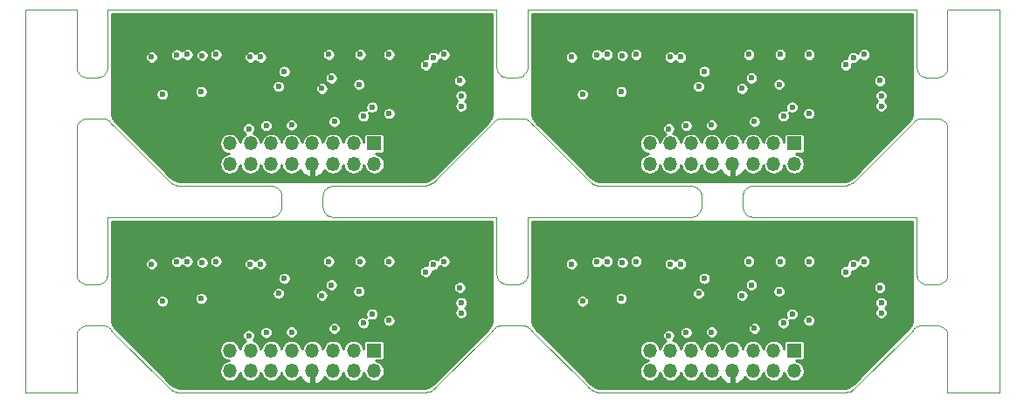
<source format=gbr>
G04 #@! TF.GenerationSoftware,KiCad,Pcbnew,5.1.5+dfsg1-2build2*
G04 #@! TF.CreationDate,2021-02-18T19:40:11-08:00*
G04 #@! TF.ProjectId,panel,70616e65-6c2e-46b6-9963-61645f706362,rev?*
G04 #@! TF.SameCoordinates,Original*
G04 #@! TF.FileFunction,Copper,L3,Inr*
G04 #@! TF.FilePolarity,Positive*
%FSLAX46Y46*%
G04 Gerber Fmt 4.6, Leading zero omitted, Abs format (unit mm)*
G04 Created by KiCad (PCBNEW 5.1.5+dfsg1-2build2) date 2021-02-18 19:40:11*
%MOMM*%
%LPD*%
G04 APERTURE LIST*
G04 #@! TA.AperFunction,Profile*
%ADD10C,0.100000*%
G04 #@! TD*
G04 #@! TA.AperFunction,ViaPad*
%ADD11R,1.350000X1.350000*%
G04 #@! TD*
G04 #@! TA.AperFunction,ViaPad*
%ADD12O,1.350000X1.350000*%
G04 #@! TD*
G04 #@! TA.AperFunction,ViaPad*
%ADD13C,0.600000*%
G04 #@! TD*
G04 #@! TA.AperFunction,Conductor*
%ADD14C,0.254000*%
G04 #@! TD*
G04 APERTURE END LIST*
D10*
X46999000Y-75634600D02*
X46999000Y-61533200D01*
X47003800Y-75731900D02*
X46999000Y-75634600D01*
X47018000Y-75828000D02*
X47003800Y-75731900D01*
X47041600Y-75922200D02*
X47018000Y-75828000D01*
X47074400Y-76013700D02*
X47041600Y-75922200D01*
X47115900Y-76101500D02*
X47074400Y-76013700D01*
X47165900Y-76184900D02*
X47115900Y-76101500D01*
X47223700Y-76262900D02*
X47165900Y-76184900D01*
X47289000Y-76334900D02*
X47223700Y-76262900D01*
X47361000Y-76400100D02*
X47289000Y-76334900D01*
X47439000Y-76458000D02*
X47361000Y-76400100D01*
X47522300Y-76508000D02*
X47439000Y-76458000D01*
X47610100Y-76549500D02*
X47522300Y-76508000D01*
X47701600Y-76582200D02*
X47610100Y-76549500D01*
X47795900Y-76605800D02*
X47701600Y-76582200D01*
X47892000Y-76620100D02*
X47795900Y-76605800D01*
X47989200Y-76624900D02*
X47892000Y-76620100D01*
X49009400Y-76624900D02*
X47989200Y-76624900D01*
X49106700Y-76620100D02*
X49009400Y-76624900D01*
X49202800Y-76605800D02*
X49106700Y-76620100D01*
X49297000Y-76582200D02*
X49202800Y-76605800D01*
X49388500Y-76549500D02*
X49297000Y-76582200D01*
X49476300Y-76508000D02*
X49388500Y-76549500D01*
X49559600Y-76458000D02*
X49476300Y-76508000D01*
X49637600Y-76400200D02*
X49559600Y-76458000D01*
X49709600Y-76334900D02*
X49637600Y-76400200D01*
X49774900Y-76263000D02*
X49709600Y-76334900D01*
X49832700Y-76185000D02*
X49774900Y-76263000D01*
X49882700Y-76101600D02*
X49832700Y-76185000D01*
X49924200Y-76013800D02*
X49882700Y-76101600D01*
X49957000Y-75922400D02*
X49924200Y-76013800D01*
X49980600Y-75828100D02*
X49957000Y-75922400D01*
X49994900Y-75732000D02*
X49980600Y-75828100D01*
X49999700Y-75634800D02*
X49994900Y-75732000D01*
X50000500Y-70096500D02*
X49999700Y-75634800D01*
X50002000Y-70088500D02*
X50000500Y-70096500D01*
X50007000Y-70084000D02*
X50002000Y-70088500D01*
X50014100Y-70082900D02*
X50007000Y-70084000D01*
X65860500Y-70082900D02*
X50014100Y-70082900D01*
X65957800Y-70078100D02*
X65860500Y-70082900D01*
X66053900Y-70063900D02*
X65957800Y-70078100D01*
X66148100Y-70040300D02*
X66053900Y-70063900D01*
X66239600Y-70007500D02*
X66148100Y-70040300D01*
X66327400Y-69966000D02*
X66239600Y-70007500D01*
X66410800Y-69916000D02*
X66327400Y-69966000D01*
X66488800Y-69858200D02*
X66410800Y-69916000D01*
X66560800Y-69792900D02*
X66488800Y-69858200D01*
X66626000Y-69720900D02*
X66560800Y-69792900D01*
X66683900Y-69642900D02*
X66626000Y-69720900D01*
X66733900Y-69559600D02*
X66683900Y-69642900D01*
X66775400Y-69471800D02*
X66733900Y-69559600D01*
X66808100Y-69380300D02*
X66775400Y-69471800D01*
X66831700Y-69286000D02*
X66808100Y-69380300D01*
X66846000Y-69189900D02*
X66831700Y-69286000D01*
X66850800Y-69092700D02*
X66846000Y-69189900D01*
X66850800Y-68072900D02*
X66850800Y-69092700D01*
X66846000Y-67975700D02*
X66850800Y-68072900D01*
X66831700Y-67879600D02*
X66846000Y-67975700D01*
X66808100Y-67785300D02*
X66831700Y-67879600D01*
X66775400Y-67693900D02*
X66808100Y-67785300D01*
X66733900Y-67606100D02*
X66775400Y-67693900D01*
X66683900Y-67522700D02*
X66733900Y-67606100D01*
X66626100Y-67444700D02*
X66683900Y-67522700D01*
X66560800Y-67372700D02*
X66626100Y-67444700D01*
X66488900Y-67307500D02*
X66560800Y-67372700D01*
X66410800Y-67249600D02*
X66488900Y-67307500D01*
X66327500Y-67199600D02*
X66410800Y-67249600D01*
X66239700Y-67158100D02*
X66327500Y-67199600D01*
X66148300Y-67125400D02*
X66239700Y-67158100D01*
X66054000Y-67101700D02*
X66148300Y-67125400D01*
X65957900Y-67087500D02*
X66054000Y-67101700D01*
X65860700Y-67082700D02*
X65957900Y-67087500D01*
X57246500Y-67081300D02*
X65860700Y-67082700D01*
X57036500Y-67069600D02*
X57246500Y-67081300D01*
X57008600Y-67066400D02*
X57036500Y-67069600D01*
X56801700Y-67030900D02*
X57008600Y-67066400D01*
X56599400Y-66973000D02*
X56801700Y-67030900D01*
X56572800Y-66963700D02*
X56599400Y-66973000D01*
X56379000Y-66883000D02*
X56572800Y-66963700D01*
X56182700Y-66774600D02*
X56379000Y-66883000D01*
X55999800Y-66644900D02*
X56182700Y-66774600D01*
X55832100Y-66495400D02*
X55999800Y-66644900D01*
X50589700Y-61255700D02*
X55832100Y-66495400D01*
X50453800Y-61105900D02*
X50589700Y-61255700D01*
X50333400Y-60943900D02*
X50453800Y-61105900D01*
X50274900Y-60872100D02*
X50333400Y-60943900D01*
X50210100Y-60806300D02*
X50274900Y-60872100D01*
X50139500Y-60746800D02*
X50210100Y-60806300D01*
X50063600Y-60694200D02*
X50139500Y-60746800D01*
X49983100Y-60648800D02*
X50063600Y-60694200D01*
X49898800Y-60611100D02*
X49983100Y-60648800D01*
X49811300Y-60581500D02*
X49898800Y-60611100D01*
X49721500Y-60560200D02*
X49811300Y-60581500D01*
X49630000Y-60547300D02*
X49721500Y-60560200D01*
X49537500Y-60543000D02*
X49630000Y-60547300D01*
X47989200Y-60543000D02*
X49537500Y-60543000D01*
X47892000Y-60547700D02*
X47989200Y-60543000D01*
X47795900Y-60562000D02*
X47892000Y-60547700D01*
X47701600Y-60585600D02*
X47795900Y-60562000D01*
X47610100Y-60618300D02*
X47701600Y-60585600D01*
X47522300Y-60659900D02*
X47610100Y-60618300D01*
X47439000Y-60709800D02*
X47522300Y-60659900D01*
X47361000Y-60767700D02*
X47439000Y-60709800D01*
X47289000Y-60832900D02*
X47361000Y-60767700D01*
X47223700Y-60904900D02*
X47289000Y-60832900D01*
X47165900Y-60982900D02*
X47223700Y-60904900D01*
X47115900Y-61066300D02*
X47165900Y-60982900D01*
X47074400Y-61154100D02*
X47115900Y-61066300D01*
X47041600Y-61245600D02*
X47074400Y-61154100D01*
X47018000Y-61339800D02*
X47041600Y-61245600D01*
X47003800Y-61435900D02*
X47018000Y-61339800D01*
X46999000Y-61533200D02*
X47003800Y-61435900D01*
X87255200Y-61092200D02*
X87359300Y-60950100D01*
X87107800Y-61254900D02*
X87255200Y-61092200D01*
X81868200Y-66494500D02*
X87107800Y-61254900D01*
X81727400Y-66622400D02*
X81868200Y-66494500D01*
X81708400Y-66638100D02*
X81727400Y-66622400D01*
X81560100Y-66747600D02*
X81708400Y-66638100D01*
X81391700Y-66848500D02*
X81560100Y-66747600D01*
X81214100Y-66932500D02*
X81391700Y-66848500D01*
X81041200Y-66994600D02*
X81214100Y-66932500D01*
X81017600Y-67001800D02*
X81041200Y-66994600D01*
X80839200Y-67046200D02*
X81017600Y-67001800D01*
X80657000Y-67073500D02*
X80839200Y-67046200D01*
X80632500Y-67075900D02*
X80657000Y-67073500D01*
X80448700Y-67084800D02*
X80632500Y-67075900D01*
X71843200Y-67083600D02*
X80448700Y-67084800D01*
X71745900Y-67088400D02*
X71843200Y-67083600D01*
X71649800Y-67102600D02*
X71745900Y-67088400D01*
X71555500Y-67126200D02*
X71649800Y-67102600D01*
X71464000Y-67158900D02*
X71555500Y-67126200D01*
X71376200Y-67200500D02*
X71464000Y-67158900D01*
X71292800Y-67250400D02*
X71376200Y-67200500D01*
X71214800Y-67308300D02*
X71292800Y-67250400D01*
X71142800Y-67373500D02*
X71214800Y-67308300D01*
X71077500Y-67445500D02*
X71142800Y-67373500D01*
X71019600Y-67523500D02*
X71077500Y-67445500D01*
X70969700Y-67606900D02*
X71019600Y-67523500D01*
X70928100Y-67694700D02*
X70969700Y-67606900D01*
X70895400Y-67786200D02*
X70928100Y-67694700D01*
X70871800Y-67880400D02*
X70895400Y-67786200D01*
X70857500Y-67976600D02*
X70871800Y-67880400D01*
X70852800Y-68073800D02*
X70857500Y-67976600D01*
X70852800Y-69092700D02*
X70852800Y-68073800D01*
X70857500Y-69189900D02*
X70852800Y-69092700D01*
X70871800Y-69286000D02*
X70857500Y-69189900D01*
X70895400Y-69380300D02*
X70871800Y-69286000D01*
X70928100Y-69471800D02*
X70895400Y-69380300D01*
X70969700Y-69559600D02*
X70928100Y-69471800D01*
X71019600Y-69642900D02*
X70969700Y-69559600D01*
X71077500Y-69720900D02*
X71019600Y-69642900D01*
X71142700Y-69792900D02*
X71077500Y-69720900D01*
X71214700Y-69858200D02*
X71142700Y-69792900D01*
X71292800Y-69916000D02*
X71214700Y-69858200D01*
X71376100Y-69966000D02*
X71292800Y-69916000D01*
X71463900Y-70007500D02*
X71376100Y-69966000D01*
X71555400Y-70040300D02*
X71463900Y-70007500D01*
X71649600Y-70063900D02*
X71555400Y-70040300D01*
X71745700Y-70078100D02*
X71649600Y-70063900D01*
X71843000Y-70082900D02*
X71745700Y-70078100D01*
X87686000Y-70082900D02*
X71843000Y-70082900D01*
X87693100Y-70084000D02*
X87686000Y-70082900D01*
X87698100Y-70088500D02*
X87693100Y-70084000D01*
X87699600Y-70096500D02*
X87698100Y-70088500D01*
X87702400Y-75635100D02*
X87699600Y-70096500D01*
X87707200Y-75732400D02*
X87702400Y-75635100D01*
X87721500Y-75828400D02*
X87707200Y-75732400D01*
X87745100Y-75922600D02*
X87721500Y-75828400D01*
X87777900Y-76014100D02*
X87745100Y-75922600D01*
X87819400Y-76101800D02*
X87777900Y-76014100D01*
X87869400Y-76185100D02*
X87819400Y-76101800D01*
X87927300Y-76263100D02*
X87869400Y-76185100D01*
X87992500Y-76335100D02*
X87927300Y-76263100D01*
X88064500Y-76400300D02*
X87992500Y-76335100D01*
X88142500Y-76458100D02*
X88064500Y-76400300D01*
X88225800Y-76508000D02*
X88142500Y-76458100D01*
X88313600Y-76549500D02*
X88225800Y-76508000D01*
X88405100Y-76582300D02*
X88313600Y-76549500D01*
X88499300Y-76605800D02*
X88405100Y-76582300D01*
X88595300Y-76620100D02*
X88499300Y-76605800D01*
X88692600Y-76624900D02*
X88595300Y-76620100D01*
X89712900Y-76624900D02*
X88692600Y-76624900D01*
X89810200Y-76620100D02*
X89712900Y-76624900D01*
X89906300Y-76605800D02*
X89810200Y-76620100D01*
X90000500Y-76582200D02*
X89906300Y-76605800D01*
X90092000Y-76549500D02*
X90000500Y-76582200D01*
X90179800Y-76508000D02*
X90092000Y-76549500D01*
X90263100Y-76458000D02*
X90179800Y-76508000D01*
X90341100Y-76400200D02*
X90263100Y-76458000D01*
X90413100Y-76334900D02*
X90341100Y-76400200D01*
X90478400Y-76263000D02*
X90413100Y-76334900D01*
X90536200Y-76185000D02*
X90478400Y-76263000D01*
X90586200Y-76101600D02*
X90536200Y-76185000D01*
X90627700Y-76013800D02*
X90586200Y-76101600D01*
X90660500Y-75922400D02*
X90627700Y-76013800D01*
X90684100Y-75828100D02*
X90660500Y-75922400D01*
X90698400Y-75732000D02*
X90684100Y-75828100D01*
X90703200Y-75634800D02*
X90698400Y-75732000D01*
X90704000Y-70096500D02*
X90703200Y-75634800D01*
X90705500Y-70088500D02*
X90704000Y-70096500D01*
X90710500Y-70084000D02*
X90705500Y-70088500D01*
X90717600Y-70082900D02*
X90710500Y-70084000D01*
X106564000Y-70082900D02*
X90717600Y-70082900D01*
X106661300Y-70078100D02*
X106564000Y-70082900D01*
X106757400Y-70063900D02*
X106661300Y-70078100D01*
X106851700Y-70040300D02*
X106757400Y-70063900D01*
X106943100Y-70007500D02*
X106851700Y-70040300D01*
X107031000Y-69966000D02*
X106943100Y-70007500D01*
X107114300Y-69916000D02*
X107031000Y-69966000D01*
X107192300Y-69858200D02*
X107114300Y-69916000D01*
X107264300Y-69792900D02*
X107192300Y-69858200D01*
X107329600Y-69720900D02*
X107264300Y-69792900D01*
X107387400Y-69642900D02*
X107329600Y-69720900D01*
X107437400Y-69559600D02*
X107387400Y-69642900D01*
X107478900Y-69471800D02*
X107437400Y-69559600D01*
X107511600Y-69380300D02*
X107478900Y-69471800D01*
X107535200Y-69286000D02*
X107511600Y-69380300D01*
X107549500Y-69189900D02*
X107535200Y-69286000D01*
X107554300Y-69092700D02*
X107549500Y-69189900D01*
X107554300Y-68072900D02*
X107554300Y-69092700D01*
X107549500Y-67975700D02*
X107554300Y-68072900D01*
X107535300Y-67879600D02*
X107549500Y-67975700D01*
X107511600Y-67785300D02*
X107535300Y-67879600D01*
X107478900Y-67693900D02*
X107511600Y-67785300D01*
X107437400Y-67606100D02*
X107478900Y-67693900D01*
X107387500Y-67522700D02*
X107437400Y-67606100D01*
X107329600Y-67444700D02*
X107387500Y-67522700D01*
X107264400Y-67372700D02*
X107329600Y-67444700D01*
X107192400Y-67307500D02*
X107264400Y-67372700D01*
X107114400Y-67249600D02*
X107192400Y-67307500D01*
X107031000Y-67199600D02*
X107114400Y-67249600D01*
X106943200Y-67158100D02*
X107031000Y-67199600D01*
X106851800Y-67125400D02*
X106943200Y-67158100D01*
X106757500Y-67101700D02*
X106851800Y-67125400D01*
X106661500Y-67087500D02*
X106757500Y-67101700D01*
X106564200Y-67082700D02*
X106661500Y-67087500D01*
X97950000Y-67081300D02*
X106564200Y-67082700D01*
X97740100Y-67069600D02*
X97950000Y-67081300D01*
X97712100Y-67066400D02*
X97740100Y-67069600D01*
X97504700Y-67030700D02*
X97712100Y-67066400D01*
X97302600Y-66972900D02*
X97504700Y-67030700D01*
X97276300Y-66963700D02*
X97302600Y-66972900D01*
X97082500Y-66883000D02*
X97276300Y-66963700D01*
X96886200Y-66774600D02*
X97082500Y-66883000D01*
X96703300Y-66644900D02*
X96886200Y-66774600D01*
X96535600Y-66495400D02*
X96703300Y-66644900D01*
X91293200Y-61255700D02*
X96535600Y-66495400D01*
X91157400Y-61105900D02*
X91293200Y-61255700D01*
X91036900Y-60943900D02*
X91157400Y-61105900D01*
X90978400Y-60872100D02*
X91036900Y-60943900D01*
X90913600Y-60806300D02*
X90978400Y-60872100D01*
X90843000Y-60746800D02*
X90913600Y-60806300D01*
X90767100Y-60694200D02*
X90843000Y-60746800D01*
X90686600Y-60648800D02*
X90767100Y-60694200D01*
X90602300Y-60611100D02*
X90686600Y-60648800D01*
X90514800Y-60581500D02*
X90602300Y-60611100D01*
X90425000Y-60560200D02*
X90514800Y-60581500D01*
X90333500Y-60547300D02*
X90425000Y-60560200D01*
X90241000Y-60543000D02*
X90333500Y-60547300D01*
X88159700Y-60543000D02*
X90241000Y-60543000D01*
X88066500Y-60547300D02*
X88159700Y-60543000D01*
X87974300Y-60560400D02*
X88066500Y-60547300D01*
X87883700Y-60582200D02*
X87974300Y-60560400D01*
X87795600Y-60612300D02*
X87883700Y-60582200D01*
X87710700Y-60650500D02*
X87795600Y-60612300D01*
X87629800Y-60696600D02*
X87710700Y-60650500D01*
X87553500Y-60750100D02*
X87629800Y-60696600D01*
X87482600Y-60810500D02*
X87553500Y-60750100D01*
X87417800Y-60877300D02*
X87482600Y-60810500D01*
X87359300Y-60950100D02*
X87417800Y-60877300D01*
X127958800Y-61092200D02*
X128062800Y-60950100D01*
X127811300Y-61254900D02*
X127958800Y-61092200D01*
X122571700Y-66494500D02*
X127811300Y-61254900D01*
X122431000Y-66622400D02*
X122571700Y-66494500D01*
X122411900Y-66638100D02*
X122431000Y-66622400D01*
X122263700Y-66747600D02*
X122411900Y-66638100D01*
X122095200Y-66848500D02*
X122263700Y-66747600D01*
X121917700Y-66932500D02*
X122095200Y-66848500D01*
X121744700Y-66994600D02*
X121917700Y-66932500D01*
X121721100Y-67001800D02*
X121744700Y-66994600D01*
X121542700Y-67046200D02*
X121721100Y-67001800D01*
X121360500Y-67073500D02*
X121542700Y-67046200D01*
X121336000Y-67075900D02*
X121360500Y-67073500D01*
X121152200Y-67084800D02*
X121336000Y-67075900D01*
X112546700Y-67083600D02*
X121152200Y-67084800D01*
X112449400Y-67088400D02*
X112546700Y-67083600D01*
X112353300Y-67102600D02*
X112449400Y-67088400D01*
X112259000Y-67126200D02*
X112353300Y-67102600D01*
X112167500Y-67158900D02*
X112259000Y-67126200D01*
X112079700Y-67200500D02*
X112167500Y-67158900D01*
X111996400Y-67250400D02*
X112079700Y-67200500D01*
X111918300Y-67308300D02*
X111996400Y-67250400D01*
X111846300Y-67373500D02*
X111918300Y-67308300D01*
X111781100Y-67445500D02*
X111846300Y-67373500D01*
X111723200Y-67523500D02*
X111781100Y-67445500D01*
X111673200Y-67606900D02*
X111723200Y-67523500D01*
X111631700Y-67694700D02*
X111673200Y-67606900D01*
X111598900Y-67786200D02*
X111631700Y-67694700D01*
X111575300Y-67880400D02*
X111598900Y-67786200D01*
X111561100Y-67976600D02*
X111575300Y-67880400D01*
X111556300Y-68073800D02*
X111561100Y-67976600D01*
X111556300Y-69092700D02*
X111556300Y-68073800D01*
X111561100Y-69189900D02*
X111556300Y-69092700D01*
X111575300Y-69286000D02*
X111561100Y-69189900D01*
X111598900Y-69380300D02*
X111575300Y-69286000D01*
X111631700Y-69471800D02*
X111598900Y-69380300D01*
X111673200Y-69559600D02*
X111631700Y-69471800D01*
X111723100Y-69642900D02*
X111673200Y-69559600D01*
X111781000Y-69720900D02*
X111723100Y-69642900D01*
X111846300Y-69792900D02*
X111781000Y-69720900D01*
X111918200Y-69858200D02*
X111846300Y-69792900D01*
X111996300Y-69916000D02*
X111918200Y-69858200D01*
X112079600Y-69966000D02*
X111996300Y-69916000D01*
X112167400Y-70007500D02*
X112079600Y-69966000D01*
X112258900Y-70040300D02*
X112167400Y-70007500D01*
X112353100Y-70063900D02*
X112258900Y-70040300D01*
X112449200Y-70078100D02*
X112353100Y-70063900D01*
X112546500Y-70082900D02*
X112449200Y-70078100D01*
X128389500Y-70082900D02*
X112546500Y-70082900D01*
X128396600Y-70084000D02*
X128389500Y-70082900D01*
X128401600Y-70088500D02*
X128396600Y-70084000D01*
X128403100Y-70096500D02*
X128401600Y-70088500D01*
X128405900Y-75635100D02*
X128403100Y-70096500D01*
X128410700Y-75732400D02*
X128405900Y-75635100D01*
X128425000Y-75828400D02*
X128410700Y-75732400D01*
X128448600Y-75922600D02*
X128425000Y-75828400D01*
X128481400Y-76014100D02*
X128448600Y-75922600D01*
X128522900Y-76101800D02*
X128481400Y-76014100D01*
X128572900Y-76185100D02*
X128522900Y-76101800D01*
X128630800Y-76263100D02*
X128572900Y-76185100D01*
X128696000Y-76335100D02*
X128630800Y-76263100D01*
X128768000Y-76400300D02*
X128696000Y-76335100D01*
X128846000Y-76458100D02*
X128768000Y-76400300D01*
X128929300Y-76508000D02*
X128846000Y-76458100D01*
X129017100Y-76549500D02*
X128929300Y-76508000D01*
X129108600Y-76582300D02*
X129017100Y-76549500D01*
X129202800Y-76605800D02*
X129108600Y-76582300D01*
X129298900Y-76620100D02*
X129202800Y-76605800D01*
X129396100Y-76624900D02*
X129298900Y-76620100D01*
X130416800Y-76624900D02*
X129396100Y-76624900D01*
X130514100Y-76620100D02*
X130416800Y-76624900D01*
X130610200Y-76605800D02*
X130514100Y-76620100D01*
X130704400Y-76582200D02*
X130610200Y-76605800D01*
X130795900Y-76549500D02*
X130704400Y-76582200D01*
X130883700Y-76508000D02*
X130795900Y-76549500D01*
X130967000Y-76458000D02*
X130883700Y-76508000D01*
X131045100Y-76400100D02*
X130967000Y-76458000D01*
X131117100Y-76334900D02*
X131045100Y-76400100D01*
X131182300Y-76262900D02*
X131117100Y-76334900D01*
X131240200Y-76184900D02*
X131182300Y-76262900D01*
X131290100Y-76101500D02*
X131240200Y-76184900D01*
X131331700Y-76013700D02*
X131290100Y-76101500D01*
X131364400Y-75922200D02*
X131331700Y-76013700D01*
X131388000Y-75828000D02*
X131364400Y-75922200D01*
X131402300Y-75731900D02*
X131388000Y-75828000D01*
X131407000Y-75634600D02*
X131402300Y-75731900D01*
X131407000Y-61533200D02*
X131407000Y-75634600D01*
X131402300Y-61435900D02*
X131407000Y-61533200D01*
X131388000Y-61339800D02*
X131402300Y-61435900D01*
X131364400Y-61245600D02*
X131388000Y-61339800D01*
X131331700Y-61154100D02*
X131364400Y-61245600D01*
X131290100Y-61066300D02*
X131331700Y-61154100D01*
X131240200Y-60982900D02*
X131290100Y-61066300D01*
X131182300Y-60904900D02*
X131240200Y-60982900D01*
X131117100Y-60832900D02*
X131182300Y-60904900D01*
X131045100Y-60767700D02*
X131117100Y-60832900D01*
X130967000Y-60709800D02*
X131045100Y-60767700D01*
X130883700Y-60659900D02*
X130967000Y-60709800D01*
X130795900Y-60618300D02*
X130883700Y-60659900D01*
X130704400Y-60585600D02*
X130795900Y-60618300D01*
X130610200Y-60562000D02*
X130704400Y-60585600D01*
X130514100Y-60547700D02*
X130610200Y-60562000D01*
X130416800Y-60543000D02*
X130514100Y-60547700D01*
X128863200Y-60543000D02*
X130416800Y-60543000D01*
X128770000Y-60547300D02*
X128863200Y-60543000D01*
X128677800Y-60560400D02*
X128770000Y-60547300D01*
X128587200Y-60582200D02*
X128677800Y-60560400D01*
X128499100Y-60612300D02*
X128587200Y-60582200D01*
X128414200Y-60650500D02*
X128499100Y-60612300D01*
X128333300Y-60696600D02*
X128414200Y-60650500D01*
X128257000Y-60750100D02*
X128333300Y-60696600D01*
X128186200Y-60810500D02*
X128257000Y-60750100D01*
X128121300Y-60877300D02*
X128186200Y-60810500D01*
X128062800Y-60950100D02*
X128121300Y-60877300D01*
X46974500Y-49999000D02*
X42010200Y-49999700D01*
X46989800Y-49999800D02*
X46974500Y-49999000D01*
X46995700Y-50003000D02*
X46989800Y-49999800D01*
X46998200Y-50008200D02*
X46995700Y-50003000D01*
X46999000Y-50023500D02*
X46998200Y-50008200D01*
X46999000Y-55550700D02*
X46999000Y-50023500D01*
X47003800Y-55648000D02*
X46999000Y-55550700D01*
X47018000Y-55744100D02*
X47003800Y-55648000D01*
X47041600Y-55838300D02*
X47018000Y-55744100D01*
X47074400Y-55929800D02*
X47041600Y-55838300D01*
X47115900Y-56017600D02*
X47074400Y-55929800D01*
X47165900Y-56101000D02*
X47115900Y-56017600D01*
X47223700Y-56179000D02*
X47165900Y-56101000D01*
X47289000Y-56251000D02*
X47223700Y-56179000D01*
X47361000Y-56316200D02*
X47289000Y-56251000D01*
X47439000Y-56374100D02*
X47361000Y-56316200D01*
X47522300Y-56424000D02*
X47439000Y-56374100D01*
X47610100Y-56465600D02*
X47522300Y-56424000D01*
X47701600Y-56498300D02*
X47610100Y-56465600D01*
X47795900Y-56521900D02*
X47701600Y-56498300D01*
X47892000Y-56536200D02*
X47795900Y-56521900D01*
X47989200Y-56541000D02*
X47892000Y-56536200D01*
X49009400Y-56541000D02*
X47989200Y-56541000D01*
X49106700Y-56536200D02*
X49009400Y-56541000D01*
X49202800Y-56521900D02*
X49106700Y-56536200D01*
X49297000Y-56498300D02*
X49202800Y-56521900D01*
X49388500Y-56465600D02*
X49297000Y-56498300D01*
X49476300Y-56424100D02*
X49388500Y-56465600D01*
X49559600Y-56374100D02*
X49476300Y-56424100D01*
X49637600Y-56316300D02*
X49559600Y-56374100D01*
X49709600Y-56251000D02*
X49637600Y-56316300D01*
X49774900Y-56179100D02*
X49709600Y-56251000D01*
X49832700Y-56101000D02*
X49774900Y-56179100D01*
X49882700Y-56017700D02*
X49832700Y-56101000D01*
X49924200Y-55929900D02*
X49882700Y-56017700D01*
X49957000Y-55838500D02*
X49924200Y-55929900D01*
X49980600Y-55744200D02*
X49957000Y-55838500D01*
X49994900Y-55648100D02*
X49980600Y-55744200D01*
X49999700Y-55550900D02*
X49994900Y-55648100D01*
X50000500Y-50012600D02*
X49999700Y-55550900D01*
X50001300Y-50006400D02*
X50000500Y-50012600D01*
X50003800Y-50002300D02*
X50001300Y-50006400D01*
X50007900Y-49999800D02*
X50003800Y-50002300D01*
X50013200Y-49999000D02*
X50007900Y-49999800D01*
X87691200Y-49999500D02*
X50013200Y-49999000D01*
X87697600Y-50003800D02*
X87691200Y-49999500D01*
X87699600Y-50012600D02*
X87697600Y-50003800D01*
X87702400Y-55551200D02*
X87699600Y-50012600D01*
X87707200Y-55648400D02*
X87702400Y-55551200D01*
X87721500Y-55744500D02*
X87707200Y-55648400D01*
X87745100Y-55838700D02*
X87721500Y-55744500D01*
X87777900Y-55930100D02*
X87745100Y-55838700D01*
X87819400Y-56017900D02*
X87777900Y-55930100D01*
X87869400Y-56101200D02*
X87819400Y-56017900D01*
X87927300Y-56179200D02*
X87869400Y-56101200D01*
X87992500Y-56251200D02*
X87927300Y-56179200D01*
X88064500Y-56316400D02*
X87992500Y-56251200D01*
X88142500Y-56374200D02*
X88064500Y-56316400D01*
X88225800Y-56424100D02*
X88142500Y-56374200D01*
X88313600Y-56465600D02*
X88225800Y-56424100D01*
X88405100Y-56498300D02*
X88313600Y-56465600D01*
X88499300Y-56521900D02*
X88405100Y-56498300D01*
X88595300Y-56536200D02*
X88499300Y-56521900D01*
X88692600Y-56541000D02*
X88595300Y-56536200D01*
X89712900Y-56541000D02*
X88692600Y-56541000D01*
X89810200Y-56536200D02*
X89712900Y-56541000D01*
X89906300Y-56521900D02*
X89810200Y-56536200D01*
X90000500Y-56498300D02*
X89906300Y-56521900D01*
X90092000Y-56465600D02*
X90000500Y-56498300D01*
X90179800Y-56424100D02*
X90092000Y-56465600D01*
X90263100Y-56374100D02*
X90179800Y-56424100D01*
X90341100Y-56316300D02*
X90263100Y-56374100D01*
X90413100Y-56251000D02*
X90341100Y-56316300D01*
X90478400Y-56179100D02*
X90413100Y-56251000D01*
X90536200Y-56101000D02*
X90478400Y-56179100D01*
X90586200Y-56017700D02*
X90536200Y-56101000D01*
X90627700Y-55929900D02*
X90586200Y-56017700D01*
X90660500Y-55838500D02*
X90627700Y-55929900D01*
X90684100Y-55744200D02*
X90660500Y-55838500D01*
X90698400Y-55648100D02*
X90684100Y-55744200D01*
X90703200Y-55550900D02*
X90698400Y-55648100D01*
X90704000Y-50012600D02*
X90703200Y-55550900D01*
X90706000Y-50003800D02*
X90704000Y-50012600D01*
X90713300Y-49999400D02*
X90706000Y-50003800D01*
X128394700Y-49999500D02*
X90713300Y-49999400D01*
X128401100Y-50003800D02*
X128394700Y-49999500D01*
X128403100Y-50012600D02*
X128401100Y-50003800D01*
X128405900Y-55551200D02*
X128403100Y-50012600D01*
X128410700Y-55648500D02*
X128405900Y-55551200D01*
X128425000Y-55744500D02*
X128410700Y-55648500D01*
X128448600Y-55838700D02*
X128425000Y-55744500D01*
X128481400Y-55930100D02*
X128448600Y-55838700D01*
X128522900Y-56017900D02*
X128481400Y-55930100D01*
X128572900Y-56101200D02*
X128522900Y-56017900D01*
X128630800Y-56179200D02*
X128572900Y-56101200D01*
X128696000Y-56251200D02*
X128630800Y-56179200D01*
X128768000Y-56316400D02*
X128696000Y-56251200D01*
X128846000Y-56374200D02*
X128768000Y-56316400D01*
X128929300Y-56424100D02*
X128846000Y-56374200D01*
X129017100Y-56465600D02*
X128929300Y-56424100D01*
X129108600Y-56498300D02*
X129017100Y-56465600D01*
X129202800Y-56521900D02*
X129108600Y-56498300D01*
X129298900Y-56536200D02*
X129202800Y-56521900D01*
X129396100Y-56541000D02*
X129298900Y-56536200D01*
X130416800Y-56541000D02*
X129396100Y-56541000D01*
X130514100Y-56536200D02*
X130416800Y-56541000D01*
X130610200Y-56521900D02*
X130514100Y-56536200D01*
X130704400Y-56498300D02*
X130610200Y-56521900D01*
X130795900Y-56465600D02*
X130704400Y-56498300D01*
X130883700Y-56424000D02*
X130795900Y-56465600D01*
X130967000Y-56374100D02*
X130883700Y-56424000D01*
X131045100Y-56316200D02*
X130967000Y-56374100D01*
X131117100Y-56251000D02*
X131045100Y-56316200D01*
X131182300Y-56179000D02*
X131117100Y-56251000D01*
X131240200Y-56101000D02*
X131182300Y-56179000D01*
X131290100Y-56017600D02*
X131240200Y-56101000D01*
X131331700Y-55929800D02*
X131290100Y-56017600D01*
X131364400Y-55838300D02*
X131331700Y-55929800D01*
X131388000Y-55744100D02*
X131364400Y-55838300D01*
X131402300Y-55648000D02*
X131388000Y-55744100D01*
X131407000Y-55550700D02*
X131402300Y-55648000D01*
X131407000Y-50023500D02*
X131407000Y-55550700D01*
X131407800Y-50008200D02*
X131407000Y-50023500D01*
X131411000Y-50002300D02*
X131407800Y-50008200D01*
X131416300Y-49999800D02*
X131411000Y-50002300D01*
X131431600Y-49999000D02*
X131416300Y-49999800D01*
X136383500Y-49999000D02*
X131431600Y-49999000D01*
X136400700Y-50000300D02*
X136383500Y-49999000D01*
X136406800Y-50006300D02*
X136400700Y-50000300D01*
X136408000Y-50023500D02*
X136406800Y-50006300D01*
X136408000Y-87144300D02*
X136408000Y-50023500D01*
X136406800Y-87161500D02*
X136408000Y-87144300D01*
X136400700Y-87167500D02*
X136406800Y-87161500D01*
X136383500Y-87168800D02*
X136400700Y-87167500D01*
X131431600Y-87168800D02*
X136383500Y-87168800D01*
X131416300Y-87168000D02*
X131431600Y-87168800D01*
X131410300Y-87164800D02*
X131416300Y-87168000D01*
X131407800Y-87159600D02*
X131410300Y-87164800D01*
X131407000Y-87144300D02*
X131407800Y-87159600D01*
X131407000Y-81617100D02*
X131407000Y-87144300D01*
X131402300Y-81519800D02*
X131407000Y-81617100D01*
X131388000Y-81423700D02*
X131402300Y-81519800D01*
X131364400Y-81329500D02*
X131388000Y-81423700D01*
X131331700Y-81238000D02*
X131364400Y-81329500D01*
X131290100Y-81150200D02*
X131331700Y-81238000D01*
X131240200Y-81066900D02*
X131290100Y-81150200D01*
X131182300Y-80988800D02*
X131240200Y-81066900D01*
X131117100Y-80916800D02*
X131182300Y-80988800D01*
X131045100Y-80851600D02*
X131117100Y-80916800D01*
X130967000Y-80793700D02*
X131045100Y-80851600D01*
X130883700Y-80743800D02*
X130967000Y-80793700D01*
X130795900Y-80702200D02*
X130883700Y-80743800D01*
X130704400Y-80669500D02*
X130795900Y-80702200D01*
X130610200Y-80645900D02*
X130704400Y-80669500D01*
X130514100Y-80631600D02*
X130610200Y-80645900D01*
X130416800Y-80626900D02*
X130514100Y-80631600D01*
X128863200Y-80626900D02*
X130416800Y-80626900D01*
X128770000Y-80631300D02*
X128863200Y-80626900D01*
X128677800Y-80644400D02*
X128770000Y-80631300D01*
X128587200Y-80666100D02*
X128677800Y-80644400D01*
X128499100Y-80696200D02*
X128587200Y-80666100D01*
X128414200Y-80734400D02*
X128499100Y-80696200D01*
X128333300Y-80780500D02*
X128414200Y-80734400D01*
X128257000Y-80834000D02*
X128333300Y-80780500D01*
X128186200Y-80894400D02*
X128257000Y-80834000D01*
X128121300Y-80961200D02*
X128186200Y-80894400D01*
X128062800Y-81034000D02*
X128121300Y-80961200D01*
X127958800Y-81176100D02*
X128062800Y-81034000D01*
X127811300Y-81338800D02*
X127958800Y-81176100D01*
X122571700Y-86578400D02*
X127811300Y-81338800D01*
X122431000Y-86706300D02*
X122571700Y-86578400D01*
X122411900Y-86722000D02*
X122431000Y-86706300D01*
X122274000Y-86824300D02*
X122411900Y-86722000D01*
X122253500Y-86838000D02*
X122274000Y-86824300D01*
X122095200Y-86932400D02*
X122253500Y-86838000D01*
X121929200Y-87011300D02*
X122095200Y-86932400D01*
X121906400Y-87020700D02*
X121929200Y-87011300D01*
X121732800Y-87082500D02*
X121906400Y-87020700D01*
X121542300Y-87130200D02*
X121732800Y-87082500D01*
X121348000Y-87158900D02*
X121542300Y-87130200D01*
X121146000Y-87168800D02*
X121348000Y-87158900D01*
X97956900Y-87165300D02*
X121146000Y-87168800D01*
X97726300Y-87152300D02*
X97956900Y-87165300D01*
X97518500Y-87117400D02*
X97726300Y-87152300D01*
X97491300Y-87111200D02*
X97518500Y-87117400D01*
X97289200Y-87052500D02*
X97491300Y-87111200D01*
X97095200Y-86972600D02*
X97289200Y-87052500D01*
X97069800Y-86960400D02*
X97095200Y-86972600D01*
X96886200Y-86858500D02*
X97069800Y-86960400D01*
X96714400Y-86737100D02*
X96886200Y-86858500D01*
X96692400Y-86719600D02*
X96714400Y-86737100D01*
X96535800Y-86579500D02*
X96692400Y-86719600D01*
X91293200Y-81339600D02*
X96535800Y-86579500D01*
X91157400Y-81189800D02*
X91293200Y-81339600D01*
X91036900Y-81027800D02*
X91157400Y-81189800D01*
X90978400Y-80956000D02*
X91036900Y-81027800D01*
X90913600Y-80890200D02*
X90978400Y-80956000D01*
X90843000Y-80830700D02*
X90913600Y-80890200D01*
X90767100Y-80778100D02*
X90843000Y-80830700D01*
X90686600Y-80732700D02*
X90767100Y-80778100D01*
X90602300Y-80695100D02*
X90686600Y-80732700D01*
X90514800Y-80665400D02*
X90602300Y-80695100D01*
X90425000Y-80644100D02*
X90514800Y-80665400D01*
X90333500Y-80631200D02*
X90425000Y-80644100D01*
X90241000Y-80626900D02*
X90333500Y-80631200D01*
X88159700Y-80626900D02*
X90241000Y-80626900D01*
X88066500Y-80631300D02*
X88159700Y-80626900D01*
X87974300Y-80644400D02*
X88066500Y-80631300D01*
X87883700Y-80666100D02*
X87974300Y-80644400D01*
X87795600Y-80696200D02*
X87883700Y-80666100D01*
X87710700Y-80734400D02*
X87795600Y-80696200D01*
X87629800Y-80780500D02*
X87710700Y-80734400D01*
X87553500Y-80834000D02*
X87629800Y-80780500D01*
X87482600Y-80894400D02*
X87553500Y-80834000D01*
X87417800Y-80961200D02*
X87482600Y-80894400D01*
X87359300Y-81034000D02*
X87417800Y-80961200D01*
X87255200Y-81176100D02*
X87359300Y-81034000D01*
X87107800Y-81338800D02*
X87255200Y-81176100D01*
X81868200Y-86578400D02*
X87107800Y-81338800D01*
X81718300Y-86714300D02*
X81868200Y-86578400D01*
X81560500Y-86831200D02*
X81718300Y-86714300D01*
X81392100Y-86932200D02*
X81560500Y-86831200D01*
X81214600Y-87016200D02*
X81392100Y-86932200D01*
X81041200Y-87078500D02*
X81214600Y-87016200D01*
X81017600Y-87085700D02*
X81041200Y-87078500D01*
X80851000Y-87127400D02*
X81017600Y-87085700D01*
X80826900Y-87132200D02*
X80851000Y-87127400D01*
X80644500Y-87158900D02*
X80826900Y-87132200D01*
X80442500Y-87168800D02*
X80644500Y-87158900D01*
X57253400Y-87165300D02*
X80442500Y-87168800D01*
X57022800Y-87152300D02*
X57253400Y-87165300D01*
X56801700Y-87114800D02*
X57022800Y-87152300D01*
X56585700Y-87052500D02*
X56801700Y-87114800D01*
X56391600Y-86972600D02*
X56585700Y-87052500D01*
X56366300Y-86960400D02*
X56391600Y-86972600D01*
X56182700Y-86858500D02*
X56366300Y-86960400D01*
X56010900Y-86737100D02*
X56182700Y-86858500D01*
X55988900Y-86719600D02*
X56010900Y-86737100D01*
X55832300Y-86579500D02*
X55988900Y-86719600D01*
X50589800Y-81339700D02*
X55832300Y-86579500D01*
X50453500Y-81189400D02*
X50589800Y-81339700D01*
X50338400Y-81034800D02*
X50453500Y-81189400D01*
X50288900Y-80972000D02*
X50338400Y-81034800D01*
X50223800Y-80903100D02*
X50288900Y-80972000D01*
X50152500Y-80840800D02*
X50223800Y-80903100D01*
X50075500Y-80785700D02*
X50152500Y-80840800D01*
X49993600Y-80738100D02*
X50075500Y-80785700D01*
X49907500Y-80698500D02*
X49993600Y-80738100D01*
X49818100Y-80667400D02*
X49907500Y-80698500D01*
X49726100Y-80645000D02*
X49818100Y-80667400D01*
X49632400Y-80631400D02*
X49726100Y-80645000D01*
X49537500Y-80626900D02*
X49632400Y-80631400D01*
X47989200Y-80626900D02*
X49537500Y-80626900D01*
X47892000Y-80631600D02*
X47989200Y-80626900D01*
X47795900Y-80645900D02*
X47892000Y-80631600D01*
X47701600Y-80669500D02*
X47795900Y-80645900D01*
X47610100Y-80702200D02*
X47701600Y-80669500D01*
X47522300Y-80743800D02*
X47610100Y-80702200D01*
X47439000Y-80793700D02*
X47522300Y-80743800D01*
X47361000Y-80851600D02*
X47439000Y-80793700D01*
X47289000Y-80916800D02*
X47361000Y-80851600D01*
X47223700Y-80988800D02*
X47289000Y-80916800D01*
X47165900Y-81066900D02*
X47223700Y-80988800D01*
X47115900Y-81150200D02*
X47165900Y-81066900D01*
X47074400Y-81238000D02*
X47115900Y-81150200D01*
X47041600Y-81329500D02*
X47074400Y-81238000D01*
X47018000Y-81423700D02*
X47041600Y-81329500D01*
X47003800Y-81519800D02*
X47018000Y-81423700D01*
X46999000Y-81617100D02*
X47003800Y-81519800D01*
X46999000Y-87144300D02*
X46999000Y-81617100D01*
X46998200Y-87159600D02*
X46999000Y-87144300D01*
X46995700Y-87164800D02*
X46998200Y-87159600D01*
X46989800Y-87168000D02*
X46995700Y-87164800D01*
X46974500Y-87168800D02*
X46989800Y-87168000D01*
X42024500Y-87168800D02*
X46974500Y-87168800D01*
X42007300Y-87167500D02*
X42024500Y-87168800D01*
X42001300Y-87161500D02*
X42007300Y-87167500D01*
X42000000Y-87144300D02*
X42001300Y-87161500D01*
X42000000Y-50023500D02*
X42000000Y-87144300D01*
X42001600Y-50005400D02*
X42000000Y-50023500D01*
X42004700Y-50001600D02*
X42001600Y-50005400D01*
X42010200Y-49999700D02*
X42004700Y-50001600D01*
D11*
G04 #@! TO.N,Board_4-/PTT*
G04 #@! TO.C,J1*
X116551022Y-83037911D03*
D12*
G04 #@! TO.N,Board_4-/GPIO2*
X116551022Y-85037911D03*
G04 #@! TO.N,Board_4-+5V*
X114551022Y-83037911D03*
G04 #@! TO.N,Board_4-/GPIO1*
X114551022Y-85037911D03*
G04 #@! TO.N,Board_4-/CTCSS_DET*
X112551022Y-83037911D03*
G04 #@! TO.N,Board_4-/GPIO4*
X112551022Y-85037911D03*
G04 #@! TO.N,Board_4-/LEFT_OUT*
X110551022Y-83037911D03*
G04 #@! TO.N,Board_4-GND*
X110551022Y-85037911D03*
G04 #@! TO.N,Board_4-/COR_DET*
X108551022Y-83037911D03*
G04 #@! TO.N,Board_4-/GPIO5*
X108551022Y-85037911D03*
G04 #@! TO.N,Board_4-/AUDIO_OUT*
X106551022Y-83037911D03*
G04 #@! TO.N,Board_4-/GPIO6*
X106551022Y-85037911D03*
G04 #@! TO.N,Board_4-/MIC*
X104551022Y-83037911D03*
G04 #@! TO.N,Board_4-/GPIO7*
X104551022Y-85037911D03*
G04 #@! TO.N,Board_4-/GPIO8*
X102551022Y-83037911D03*
G04 #@! TO.N,Board_4-+12V*
X102551022Y-85037911D03*
G04 #@! TD*
D11*
G04 #@! TO.N,Board_3-/PTT*
G04 #@! TO.C,J1*
X75847501Y-83037911D03*
D12*
G04 #@! TO.N,Board_3-/GPIO2*
X75847501Y-85037911D03*
G04 #@! TO.N,Board_3-+5V*
X73847501Y-83037911D03*
G04 #@! TO.N,Board_3-/GPIO1*
X73847501Y-85037911D03*
G04 #@! TO.N,Board_3-/CTCSS_DET*
X71847501Y-83037911D03*
G04 #@! TO.N,Board_3-/GPIO4*
X71847501Y-85037911D03*
G04 #@! TO.N,Board_3-/LEFT_OUT*
X69847501Y-83037911D03*
G04 #@! TO.N,Board_3-GND*
X69847501Y-85037911D03*
G04 #@! TO.N,Board_3-/COR_DET*
X67847501Y-83037911D03*
G04 #@! TO.N,Board_3-/GPIO5*
X67847501Y-85037911D03*
G04 #@! TO.N,Board_3-/AUDIO_OUT*
X65847501Y-83037911D03*
G04 #@! TO.N,Board_3-/GPIO6*
X65847501Y-85037911D03*
G04 #@! TO.N,Board_3-/MIC*
X63847501Y-83037911D03*
G04 #@! TO.N,Board_3-/GPIO7*
X63847501Y-85037911D03*
G04 #@! TO.N,Board_3-/GPIO8*
X61847501Y-83037911D03*
G04 #@! TO.N,Board_3-+12V*
X61847501Y-85037911D03*
G04 #@! TD*
D11*
G04 #@! TO.N,Board_2-/PTT*
G04 #@! TO.C,J1*
X116551022Y-62954001D03*
D12*
G04 #@! TO.N,Board_2-/GPIO2*
X116551022Y-64954001D03*
G04 #@! TO.N,Board_2-+5V*
X114551022Y-62954001D03*
G04 #@! TO.N,Board_2-/GPIO1*
X114551022Y-64954001D03*
G04 #@! TO.N,Board_2-/CTCSS_DET*
X112551022Y-62954001D03*
G04 #@! TO.N,Board_2-/GPIO4*
X112551022Y-64954001D03*
G04 #@! TO.N,Board_2-/LEFT_OUT*
X110551022Y-62954001D03*
G04 #@! TO.N,Board_2-GND*
X110551022Y-64954001D03*
G04 #@! TO.N,Board_2-/COR_DET*
X108551022Y-62954001D03*
G04 #@! TO.N,Board_2-/GPIO5*
X108551022Y-64954001D03*
G04 #@! TO.N,Board_2-/AUDIO_OUT*
X106551022Y-62954001D03*
G04 #@! TO.N,Board_2-/GPIO6*
X106551022Y-64954001D03*
G04 #@! TO.N,Board_2-/MIC*
X104551022Y-62954001D03*
G04 #@! TO.N,Board_2-/GPIO7*
X104551022Y-64954001D03*
G04 #@! TO.N,Board_2-/GPIO8*
X102551022Y-62954001D03*
G04 #@! TO.N,Board_2-+12V*
X102551022Y-64954001D03*
G04 #@! TD*
D11*
G04 #@! TO.N,Board_1-/PTT*
G04 #@! TO.C,J1*
X75847501Y-62954001D03*
D12*
G04 #@! TO.N,Board_1-/GPIO2*
X75847501Y-64954001D03*
G04 #@! TO.N,Board_1-+5V*
X73847501Y-62954001D03*
G04 #@! TO.N,Board_1-/GPIO1*
X73847501Y-64954001D03*
G04 #@! TO.N,Board_1-/CTCSS_DET*
X71847501Y-62954001D03*
G04 #@! TO.N,Board_1-/GPIO4*
X71847501Y-64954001D03*
G04 #@! TO.N,Board_1-/LEFT_OUT*
X69847501Y-62954001D03*
G04 #@! TO.N,Board_1-GND*
X69847501Y-64954001D03*
G04 #@! TO.N,Board_1-/COR_DET*
X67847501Y-62954001D03*
G04 #@! TO.N,Board_1-/GPIO5*
X67847501Y-64954001D03*
G04 #@! TO.N,Board_1-/AUDIO_OUT*
X65847501Y-62954001D03*
G04 #@! TO.N,Board_1-/GPIO6*
X65847501Y-64954001D03*
G04 #@! TO.N,Board_1-/MIC*
X63847501Y-62954001D03*
G04 #@! TO.N,Board_1-/GPIO7*
X63847501Y-64954001D03*
G04 #@! TO.N,Board_1-/GPIO8*
X61847501Y-62954001D03*
G04 #@! TO.N,Board_1-+12V*
X61847501Y-64954001D03*
G04 #@! TD*
D13*
G04 #@! TO.N,Board_1-+5V*
X74793562Y-60292795D03*
X84142601Y-56858001D03*
X71696601Y-56604001D03*
X63827268Y-54576539D03*
X54272501Y-54572001D03*
X67124601Y-55969001D03*
X70774601Y-57624001D03*
X66574601Y-57424001D03*
X84274601Y-58324001D03*
X84274601Y-59324001D03*
X71974601Y-60824001D03*
G04 #@! TO.N,Board_1-/AIN_6DB*
X56717865Y-54358559D03*
G04 #@! TO.N,Board_1-/AUDIO_OUT*
X63674601Y-61524001D03*
G04 #@! TO.N,Board_1-/COR_DET*
X67824601Y-61174001D03*
G04 #@! TO.N,Board_1-/EEP_CK*
X77275692Y-60048229D03*
G04 #@! TO.N,Board_1-/EEP_CS*
X81574601Y-54624001D03*
G04 #@! TO.N,Board_1-/EEP_DI*
X75639411Y-59433872D03*
G04 #@! TO.N,Board_1-/EEP_DO*
X74374601Y-57224001D03*
G04 #@! TO.N,Board_1-/GPIO1*
X82618601Y-54318001D03*
G04 #@! TO.N,Board_1-/GPIO2*
X80840601Y-55334001D03*
G04 #@! TO.N,Board_1-/GPIO4*
X77284601Y-54318001D03*
G04 #@! TO.N,Board_1-/GPIO5*
X74490601Y-54318001D03*
G04 #@! TO.N,Board_1-/GPIO6*
X71442601Y-54318001D03*
G04 #@! TO.N,Board_1-/GPIO7*
X60520601Y-54318001D03*
G04 #@! TO.N,Board_1-/GPIO8*
X57726601Y-54318001D03*
G04 #@! TO.N,Board_1-/LEFT_OUT*
X65374601Y-61224001D03*
G04 #@! TO.N,Board_1-/MIC_AC*
X64838601Y-54572001D03*
G04 #@! TO.N,Board_1-/RIGHT_OUT*
X59174601Y-54424001D03*
X55324601Y-58186001D03*
X59074601Y-57923999D03*
G04 #@! TO.N,Board_1-GND*
X51376601Y-55080001D03*
X51376601Y-56096001D03*
X52392601Y-56096001D03*
X52392601Y-55080001D03*
X69574601Y-56624001D03*
X83074601Y-58424001D03*
X57074601Y-60174001D03*
X79274601Y-56824001D03*
X71974601Y-58324001D03*
X73174601Y-57524001D03*
G04 #@! TO.N,Board_2-+5V*
X115497083Y-60292795D03*
X124846122Y-56858001D03*
X112400122Y-56604001D03*
X104530789Y-54576539D03*
X94976022Y-54572001D03*
X107828122Y-55969001D03*
X111478122Y-57624001D03*
X107278122Y-57424001D03*
X124978122Y-58324001D03*
X124978122Y-59324001D03*
X112678122Y-60824001D03*
G04 #@! TO.N,Board_2-/AIN_6DB*
X97421386Y-54358559D03*
G04 #@! TO.N,Board_2-/AUDIO_OUT*
X104378122Y-61524001D03*
G04 #@! TO.N,Board_2-/COR_DET*
X108528122Y-61174001D03*
G04 #@! TO.N,Board_2-/EEP_CK*
X117979213Y-60048229D03*
G04 #@! TO.N,Board_2-/EEP_CS*
X122278122Y-54624001D03*
G04 #@! TO.N,Board_2-/EEP_DI*
X116342932Y-59433872D03*
G04 #@! TO.N,Board_2-/EEP_DO*
X115078122Y-57224001D03*
G04 #@! TO.N,Board_2-/GPIO1*
X123322122Y-54318001D03*
G04 #@! TO.N,Board_2-/GPIO2*
X121544122Y-55334001D03*
G04 #@! TO.N,Board_2-/GPIO4*
X117988122Y-54318001D03*
G04 #@! TO.N,Board_2-/GPIO5*
X115194122Y-54318001D03*
G04 #@! TO.N,Board_2-/GPIO6*
X112146122Y-54318001D03*
G04 #@! TO.N,Board_2-/GPIO7*
X101224122Y-54318001D03*
G04 #@! TO.N,Board_2-/GPIO8*
X98430122Y-54318001D03*
G04 #@! TO.N,Board_2-/LEFT_OUT*
X106078122Y-61224001D03*
G04 #@! TO.N,Board_2-/MIC_AC*
X105542122Y-54572001D03*
G04 #@! TO.N,Board_2-/RIGHT_OUT*
X99878122Y-54424001D03*
X96028122Y-58186001D03*
X99778122Y-57923999D03*
G04 #@! TO.N,Board_2-GND*
X92080122Y-55080001D03*
X92080122Y-56096001D03*
X93096122Y-56096001D03*
X93096122Y-55080001D03*
X110278122Y-56624001D03*
X123778122Y-58424001D03*
X97778122Y-60174001D03*
X119978122Y-56824001D03*
X112678122Y-58324001D03*
X113878122Y-57524001D03*
G04 #@! TO.N,Board_3-+5V*
X74793562Y-80376705D03*
X84142601Y-76941911D03*
X71696601Y-76687911D03*
X63827268Y-74660449D03*
X54272501Y-74655911D03*
X67124601Y-76052911D03*
X70774601Y-77707911D03*
X66574601Y-77507911D03*
X84274601Y-78407911D03*
X84274601Y-79407911D03*
X71974601Y-80907911D03*
G04 #@! TO.N,Board_3-/AIN_6DB*
X56717865Y-74442469D03*
G04 #@! TO.N,Board_3-/AUDIO_OUT*
X63674601Y-81607911D03*
G04 #@! TO.N,Board_3-/COR_DET*
X67824601Y-81257911D03*
G04 #@! TO.N,Board_3-/EEP_CK*
X77275692Y-80132139D03*
G04 #@! TO.N,Board_3-/EEP_CS*
X81574601Y-74707911D03*
G04 #@! TO.N,Board_3-/EEP_DI*
X75639411Y-79517782D03*
G04 #@! TO.N,Board_3-/EEP_DO*
X74374601Y-77307911D03*
G04 #@! TO.N,Board_3-/GPIO1*
X82618601Y-74401911D03*
G04 #@! TO.N,Board_3-/GPIO2*
X80840601Y-75417911D03*
G04 #@! TO.N,Board_3-/GPIO4*
X77284601Y-74401911D03*
G04 #@! TO.N,Board_3-/GPIO5*
X74490601Y-74401911D03*
G04 #@! TO.N,Board_3-/GPIO6*
X71442601Y-74401911D03*
G04 #@! TO.N,Board_3-/GPIO7*
X60520601Y-74401911D03*
G04 #@! TO.N,Board_3-/GPIO8*
X57726601Y-74401911D03*
G04 #@! TO.N,Board_3-/LEFT_OUT*
X65374601Y-81307911D03*
G04 #@! TO.N,Board_3-/MIC_AC*
X64838601Y-74655911D03*
G04 #@! TO.N,Board_3-/RIGHT_OUT*
X59174601Y-74507911D03*
X55324601Y-78269911D03*
X59074601Y-78007909D03*
G04 #@! TO.N,Board_3-GND*
X51376601Y-75163911D03*
X51376601Y-76179911D03*
X52392601Y-76179911D03*
X52392601Y-75163911D03*
X69574601Y-76707911D03*
X83074601Y-78507911D03*
X57074601Y-80257911D03*
X79274601Y-76907911D03*
X71974601Y-78407911D03*
X73174601Y-77607911D03*
G04 #@! TO.N,Board_4-+5V*
X115497083Y-80376705D03*
X124846122Y-76941911D03*
X112400122Y-76687911D03*
X104530789Y-74660449D03*
X94976022Y-74655911D03*
X107828122Y-76052911D03*
X111478122Y-77707911D03*
X107278122Y-77507911D03*
X124978122Y-78407911D03*
X124978122Y-79407911D03*
X112678122Y-80907911D03*
G04 #@! TO.N,Board_4-/AIN_6DB*
X97421386Y-74442469D03*
G04 #@! TO.N,Board_4-/AUDIO_OUT*
X104378122Y-81607911D03*
G04 #@! TO.N,Board_4-/COR_DET*
X108528122Y-81257911D03*
G04 #@! TO.N,Board_4-/EEP_CK*
X117979213Y-80132139D03*
G04 #@! TO.N,Board_4-/EEP_CS*
X122278122Y-74707911D03*
G04 #@! TO.N,Board_4-/EEP_DI*
X116342932Y-79517782D03*
G04 #@! TO.N,Board_4-/EEP_DO*
X115078122Y-77307911D03*
G04 #@! TO.N,Board_4-/GPIO1*
X123322122Y-74401911D03*
G04 #@! TO.N,Board_4-/GPIO2*
X121544122Y-75417911D03*
G04 #@! TO.N,Board_4-/GPIO4*
X117988122Y-74401911D03*
G04 #@! TO.N,Board_4-/GPIO5*
X115194122Y-74401911D03*
G04 #@! TO.N,Board_4-/GPIO6*
X112146122Y-74401911D03*
G04 #@! TO.N,Board_4-/GPIO7*
X101224122Y-74401911D03*
G04 #@! TO.N,Board_4-/GPIO8*
X98430122Y-74401911D03*
G04 #@! TO.N,Board_4-/LEFT_OUT*
X106078122Y-81307911D03*
G04 #@! TO.N,Board_4-/MIC_AC*
X105542122Y-74655911D03*
G04 #@! TO.N,Board_4-/RIGHT_OUT*
X99878122Y-74507911D03*
X96028122Y-78269911D03*
X99778122Y-78007909D03*
G04 #@! TO.N,Board_4-GND*
X92080122Y-75163911D03*
X92080122Y-76179911D03*
X93096122Y-76179911D03*
X93096122Y-75163911D03*
X110278122Y-76707911D03*
X123778122Y-78507911D03*
X97778122Y-80257911D03*
X119978122Y-76907911D03*
X112678122Y-78407911D03*
X113878122Y-77607911D03*
G04 #@! TD*
D14*
G04 #@! TO.N,Board_1-GND*
G36*
X87270205Y-59814953D02*
G01*
X87238186Y-60140979D01*
X87149525Y-60434473D01*
X87005543Y-60705160D01*
X86798528Y-60958905D01*
X81575804Y-66181530D01*
X81322815Y-66389338D01*
X81052611Y-66534221D01*
X80759413Y-66623860D01*
X80434146Y-66656900D01*
X57267351Y-66653404D01*
X56941336Y-66621389D01*
X56647834Y-66532727D01*
X56377153Y-66388750D01*
X56123918Y-66182154D01*
X52795428Y-62855313D01*
X60845501Y-62855313D01*
X60845501Y-63052689D01*
X60884008Y-63246274D01*
X60959540Y-63428626D01*
X61069197Y-63592739D01*
X61208763Y-63732305D01*
X61372876Y-63841962D01*
X61555228Y-63917494D01*
X61738758Y-63954001D01*
X61555228Y-63990508D01*
X61372876Y-64066040D01*
X61208763Y-64175697D01*
X61069197Y-64315263D01*
X60959540Y-64479376D01*
X60884008Y-64661728D01*
X60845501Y-64855313D01*
X60845501Y-65052689D01*
X60884008Y-65246274D01*
X60959540Y-65428626D01*
X61069197Y-65592739D01*
X61208763Y-65732305D01*
X61372876Y-65841962D01*
X61555228Y-65917494D01*
X61748813Y-65956001D01*
X61946189Y-65956001D01*
X62139774Y-65917494D01*
X62322126Y-65841962D01*
X62486239Y-65732305D01*
X62625805Y-65592739D01*
X62735462Y-65428626D01*
X62810994Y-65246274D01*
X62847501Y-65062744D01*
X62884008Y-65246274D01*
X62959540Y-65428626D01*
X63069197Y-65592739D01*
X63208763Y-65732305D01*
X63372876Y-65841962D01*
X63555228Y-65917494D01*
X63748813Y-65956001D01*
X63946189Y-65956001D01*
X64139774Y-65917494D01*
X64322126Y-65841962D01*
X64486239Y-65732305D01*
X64625805Y-65592739D01*
X64735462Y-65428626D01*
X64810994Y-65246274D01*
X64847501Y-65062744D01*
X64884008Y-65246274D01*
X64959540Y-65428626D01*
X65069197Y-65592739D01*
X65208763Y-65732305D01*
X65372876Y-65841962D01*
X65555228Y-65917494D01*
X65748813Y-65956001D01*
X65946189Y-65956001D01*
X66139774Y-65917494D01*
X66322126Y-65841962D01*
X66486239Y-65732305D01*
X66625805Y-65592739D01*
X66735462Y-65428626D01*
X66810994Y-65246274D01*
X66847501Y-65062744D01*
X66884008Y-65246274D01*
X66959540Y-65428626D01*
X67069197Y-65592739D01*
X67208763Y-65732305D01*
X67372876Y-65841962D01*
X67555228Y-65917494D01*
X67748813Y-65956001D01*
X67946189Y-65956001D01*
X68139774Y-65917494D01*
X68322126Y-65841962D01*
X68486239Y-65732305D01*
X68625805Y-65592739D01*
X68669758Y-65526959D01*
X68802157Y-65743538D01*
X68976274Y-65932304D01*
X69183872Y-66083474D01*
X69416973Y-66191239D01*
X69518101Y-66221911D01*
X69720501Y-66098225D01*
X69720501Y-65081001D01*
X69700501Y-65081001D01*
X69700501Y-64827001D01*
X69720501Y-64827001D01*
X69720501Y-64807001D01*
X69974501Y-64807001D01*
X69974501Y-64827001D01*
X69994501Y-64827001D01*
X69994501Y-65081001D01*
X69974501Y-65081001D01*
X69974501Y-66098225D01*
X70176901Y-66221911D01*
X70278029Y-66191239D01*
X70511130Y-66083474D01*
X70718728Y-65932304D01*
X70892845Y-65743538D01*
X71025244Y-65526959D01*
X71069197Y-65592739D01*
X71208763Y-65732305D01*
X71372876Y-65841962D01*
X71555228Y-65917494D01*
X71748813Y-65956001D01*
X71946189Y-65956001D01*
X72139774Y-65917494D01*
X72322126Y-65841962D01*
X72486239Y-65732305D01*
X72625805Y-65592739D01*
X72735462Y-65428626D01*
X72810994Y-65246274D01*
X72847501Y-65062744D01*
X72884008Y-65246274D01*
X72959540Y-65428626D01*
X73069197Y-65592739D01*
X73208763Y-65732305D01*
X73372876Y-65841962D01*
X73555228Y-65917494D01*
X73748813Y-65956001D01*
X73946189Y-65956001D01*
X74139774Y-65917494D01*
X74322126Y-65841962D01*
X74486239Y-65732305D01*
X74625805Y-65592739D01*
X74735462Y-65428626D01*
X74810994Y-65246274D01*
X74847501Y-65062744D01*
X74884008Y-65246274D01*
X74959540Y-65428626D01*
X75069197Y-65592739D01*
X75208763Y-65732305D01*
X75372876Y-65841962D01*
X75555228Y-65917494D01*
X75748813Y-65956001D01*
X75946189Y-65956001D01*
X76139774Y-65917494D01*
X76322126Y-65841962D01*
X76486239Y-65732305D01*
X76625805Y-65592739D01*
X76735462Y-65428626D01*
X76810994Y-65246274D01*
X76849501Y-65052689D01*
X76849501Y-64855313D01*
X76810994Y-64661728D01*
X76735462Y-64479376D01*
X76625805Y-64315263D01*
X76486239Y-64175697D01*
X76322126Y-64066040D01*
X76139774Y-63990508D01*
X75974251Y-63957583D01*
X76522501Y-63957583D01*
X76586604Y-63951269D01*
X76648244Y-63932571D01*
X76705051Y-63902207D01*
X76754844Y-63861344D01*
X76795707Y-63811551D01*
X76826071Y-63754744D01*
X76844769Y-63693104D01*
X76851083Y-63629001D01*
X76851083Y-62279001D01*
X76844769Y-62214898D01*
X76826071Y-62153258D01*
X76795707Y-62096451D01*
X76754844Y-62046658D01*
X76705051Y-62005795D01*
X76648244Y-61975431D01*
X76586604Y-61956733D01*
X76522501Y-61950419D01*
X75172501Y-61950419D01*
X75108398Y-61956733D01*
X75046758Y-61975431D01*
X74989951Y-62005795D01*
X74940158Y-62046658D01*
X74899295Y-62096451D01*
X74868931Y-62153258D01*
X74850233Y-62214898D01*
X74843919Y-62279001D01*
X74843919Y-62827251D01*
X74810994Y-62661728D01*
X74735462Y-62479376D01*
X74625805Y-62315263D01*
X74486239Y-62175697D01*
X74322126Y-62066040D01*
X74139774Y-61990508D01*
X73946189Y-61952001D01*
X73748813Y-61952001D01*
X73555228Y-61990508D01*
X73372876Y-62066040D01*
X73208763Y-62175697D01*
X73069197Y-62315263D01*
X72959540Y-62479376D01*
X72884008Y-62661728D01*
X72847501Y-62845258D01*
X72810994Y-62661728D01*
X72735462Y-62479376D01*
X72625805Y-62315263D01*
X72486239Y-62175697D01*
X72322126Y-62066040D01*
X72139774Y-61990508D01*
X71946189Y-61952001D01*
X71748813Y-61952001D01*
X71555228Y-61990508D01*
X71372876Y-62066040D01*
X71208763Y-62175697D01*
X71069197Y-62315263D01*
X70959540Y-62479376D01*
X70884008Y-62661728D01*
X70847501Y-62845258D01*
X70810994Y-62661728D01*
X70735462Y-62479376D01*
X70625805Y-62315263D01*
X70486239Y-62175697D01*
X70322126Y-62066040D01*
X70139774Y-61990508D01*
X69946189Y-61952001D01*
X69748813Y-61952001D01*
X69555228Y-61990508D01*
X69372876Y-62066040D01*
X69208763Y-62175697D01*
X69069197Y-62315263D01*
X68959540Y-62479376D01*
X68884008Y-62661728D01*
X68847501Y-62845258D01*
X68810994Y-62661728D01*
X68735462Y-62479376D01*
X68625805Y-62315263D01*
X68486239Y-62175697D01*
X68322126Y-62066040D01*
X68139774Y-61990508D01*
X67946189Y-61952001D01*
X67748813Y-61952001D01*
X67555228Y-61990508D01*
X67372876Y-62066040D01*
X67208763Y-62175697D01*
X67069197Y-62315263D01*
X66959540Y-62479376D01*
X66884008Y-62661728D01*
X66847501Y-62845258D01*
X66810994Y-62661728D01*
X66735462Y-62479376D01*
X66625805Y-62315263D01*
X66486239Y-62175697D01*
X66322126Y-62066040D01*
X66139774Y-61990508D01*
X65946189Y-61952001D01*
X65748813Y-61952001D01*
X65555228Y-61990508D01*
X65372876Y-62066040D01*
X65208763Y-62175697D01*
X65069197Y-62315263D01*
X64959540Y-62479376D01*
X64884008Y-62661728D01*
X64847501Y-62845258D01*
X64810994Y-62661728D01*
X64735462Y-62479376D01*
X64625805Y-62315263D01*
X64486239Y-62175697D01*
X64322126Y-62066040D01*
X64139774Y-61990508D01*
X64102267Y-61983047D01*
X64161624Y-61923690D01*
X64230241Y-61820997D01*
X64277506Y-61706890D01*
X64301601Y-61585755D01*
X64301601Y-61462247D01*
X64277506Y-61341112D01*
X64230241Y-61227005D01*
X64186972Y-61162247D01*
X64747601Y-61162247D01*
X64747601Y-61285755D01*
X64771696Y-61406890D01*
X64818961Y-61520997D01*
X64887578Y-61623690D01*
X64974912Y-61711024D01*
X65077605Y-61779641D01*
X65191712Y-61826906D01*
X65312847Y-61851001D01*
X65436355Y-61851001D01*
X65557490Y-61826906D01*
X65671597Y-61779641D01*
X65774290Y-61711024D01*
X65861624Y-61623690D01*
X65930241Y-61520997D01*
X65977506Y-61406890D01*
X66001601Y-61285755D01*
X66001601Y-61162247D01*
X65991656Y-61112247D01*
X67197601Y-61112247D01*
X67197601Y-61235755D01*
X67221696Y-61356890D01*
X67268961Y-61470997D01*
X67337578Y-61573690D01*
X67424912Y-61661024D01*
X67527605Y-61729641D01*
X67641712Y-61776906D01*
X67762847Y-61801001D01*
X67886355Y-61801001D01*
X68007490Y-61776906D01*
X68121597Y-61729641D01*
X68224290Y-61661024D01*
X68311624Y-61573690D01*
X68380241Y-61470997D01*
X68427506Y-61356890D01*
X68451601Y-61235755D01*
X68451601Y-61112247D01*
X68427506Y-60991112D01*
X68380241Y-60877005D01*
X68311624Y-60774312D01*
X68299559Y-60762247D01*
X71347601Y-60762247D01*
X71347601Y-60885755D01*
X71371696Y-61006890D01*
X71418961Y-61120997D01*
X71487578Y-61223690D01*
X71574912Y-61311024D01*
X71677605Y-61379641D01*
X71791712Y-61426906D01*
X71912847Y-61451001D01*
X72036355Y-61451001D01*
X72157490Y-61426906D01*
X72271597Y-61379641D01*
X72374290Y-61311024D01*
X72461624Y-61223690D01*
X72530241Y-61120997D01*
X72577506Y-61006890D01*
X72601601Y-60885755D01*
X72601601Y-60762247D01*
X72577506Y-60641112D01*
X72530241Y-60527005D01*
X72461624Y-60424312D01*
X72374290Y-60336978D01*
X72271597Y-60268361D01*
X72181500Y-60231041D01*
X74166562Y-60231041D01*
X74166562Y-60354549D01*
X74190657Y-60475684D01*
X74237922Y-60589791D01*
X74306539Y-60692484D01*
X74393873Y-60779818D01*
X74496566Y-60848435D01*
X74610673Y-60895700D01*
X74731808Y-60919795D01*
X74855316Y-60919795D01*
X74976451Y-60895700D01*
X75090558Y-60848435D01*
X75193251Y-60779818D01*
X75280585Y-60692484D01*
X75349202Y-60589791D01*
X75396467Y-60475684D01*
X75420562Y-60354549D01*
X75420562Y-60231041D01*
X75396467Y-60109906D01*
X75349202Y-59995799D01*
X75345991Y-59990993D01*
X75456522Y-60036777D01*
X75577657Y-60060872D01*
X75701165Y-60060872D01*
X75822300Y-60036777D01*
X75936407Y-59989512D01*
X75940952Y-59986475D01*
X76648692Y-59986475D01*
X76648692Y-60109983D01*
X76672787Y-60231118D01*
X76720052Y-60345225D01*
X76788669Y-60447918D01*
X76876003Y-60535252D01*
X76978696Y-60603869D01*
X77092803Y-60651134D01*
X77213938Y-60675229D01*
X77337446Y-60675229D01*
X77458581Y-60651134D01*
X77572688Y-60603869D01*
X77675381Y-60535252D01*
X77762715Y-60447918D01*
X77831332Y-60345225D01*
X77878597Y-60231118D01*
X77902692Y-60109983D01*
X77902692Y-59986475D01*
X77878597Y-59865340D01*
X77831332Y-59751233D01*
X77762715Y-59648540D01*
X77675381Y-59561206D01*
X77572688Y-59492589D01*
X77458581Y-59445324D01*
X77337446Y-59421229D01*
X77213938Y-59421229D01*
X77092803Y-59445324D01*
X76978696Y-59492589D01*
X76876003Y-59561206D01*
X76788669Y-59648540D01*
X76720052Y-59751233D01*
X76672787Y-59865340D01*
X76648692Y-59986475D01*
X75940952Y-59986475D01*
X76039100Y-59920895D01*
X76126434Y-59833561D01*
X76195051Y-59730868D01*
X76242316Y-59616761D01*
X76266411Y-59495626D01*
X76266411Y-59372118D01*
X76242316Y-59250983D01*
X76195051Y-59136876D01*
X76126434Y-59034183D01*
X76039100Y-58946849D01*
X75936407Y-58878232D01*
X75822300Y-58830967D01*
X75701165Y-58806872D01*
X75577657Y-58806872D01*
X75456522Y-58830967D01*
X75342415Y-58878232D01*
X75239722Y-58946849D01*
X75152388Y-59034183D01*
X75083771Y-59136876D01*
X75036506Y-59250983D01*
X75012411Y-59372118D01*
X75012411Y-59495626D01*
X75036506Y-59616761D01*
X75083771Y-59730868D01*
X75086982Y-59735674D01*
X74976451Y-59689890D01*
X74855316Y-59665795D01*
X74731808Y-59665795D01*
X74610673Y-59689890D01*
X74496566Y-59737155D01*
X74393873Y-59805772D01*
X74306539Y-59893106D01*
X74237922Y-59995799D01*
X74190657Y-60109906D01*
X74166562Y-60231041D01*
X72181500Y-60231041D01*
X72157490Y-60221096D01*
X72036355Y-60197001D01*
X71912847Y-60197001D01*
X71791712Y-60221096D01*
X71677605Y-60268361D01*
X71574912Y-60336978D01*
X71487578Y-60424312D01*
X71418961Y-60527005D01*
X71371696Y-60641112D01*
X71347601Y-60762247D01*
X68299559Y-60762247D01*
X68224290Y-60686978D01*
X68121597Y-60618361D01*
X68007490Y-60571096D01*
X67886355Y-60547001D01*
X67762847Y-60547001D01*
X67641712Y-60571096D01*
X67527605Y-60618361D01*
X67424912Y-60686978D01*
X67337578Y-60774312D01*
X67268961Y-60877005D01*
X67221696Y-60991112D01*
X67197601Y-61112247D01*
X65991656Y-61112247D01*
X65977506Y-61041112D01*
X65930241Y-60927005D01*
X65861624Y-60824312D01*
X65774290Y-60736978D01*
X65671597Y-60668361D01*
X65557490Y-60621096D01*
X65436355Y-60597001D01*
X65312847Y-60597001D01*
X65191712Y-60621096D01*
X65077605Y-60668361D01*
X64974912Y-60736978D01*
X64887578Y-60824312D01*
X64818961Y-60927005D01*
X64771696Y-61041112D01*
X64747601Y-61162247D01*
X64186972Y-61162247D01*
X64161624Y-61124312D01*
X64074290Y-61036978D01*
X63971597Y-60968361D01*
X63857490Y-60921096D01*
X63736355Y-60897001D01*
X63612847Y-60897001D01*
X63491712Y-60921096D01*
X63377605Y-60968361D01*
X63274912Y-61036978D01*
X63187578Y-61124312D01*
X63118961Y-61227005D01*
X63071696Y-61341112D01*
X63047601Y-61462247D01*
X63047601Y-61585755D01*
X63071696Y-61706890D01*
X63118961Y-61820997D01*
X63187578Y-61923690D01*
X63274912Y-62011024D01*
X63365063Y-62071261D01*
X63208763Y-62175697D01*
X63069197Y-62315263D01*
X62959540Y-62479376D01*
X62884008Y-62661728D01*
X62847501Y-62845258D01*
X62810994Y-62661728D01*
X62735462Y-62479376D01*
X62625805Y-62315263D01*
X62486239Y-62175697D01*
X62322126Y-62066040D01*
X62139774Y-61990508D01*
X61946189Y-61952001D01*
X61748813Y-61952001D01*
X61555228Y-61990508D01*
X61372876Y-62066040D01*
X61208763Y-62175697D01*
X61069197Y-62315263D01*
X60959540Y-62479376D01*
X60884008Y-62661728D01*
X60845501Y-62855313D01*
X52795428Y-62855313D01*
X50903108Y-60963932D01*
X50694775Y-60710428D01*
X50549828Y-60440260D01*
X50460118Y-60147084D01*
X50427002Y-59821845D01*
X50427260Y-58124247D01*
X54697601Y-58124247D01*
X54697601Y-58247755D01*
X54721696Y-58368890D01*
X54768961Y-58482997D01*
X54837578Y-58585690D01*
X54924912Y-58673024D01*
X55027605Y-58741641D01*
X55141712Y-58788906D01*
X55262847Y-58813001D01*
X55386355Y-58813001D01*
X55507490Y-58788906D01*
X55621597Y-58741641D01*
X55724290Y-58673024D01*
X55811624Y-58585690D01*
X55880241Y-58482997D01*
X55927506Y-58368890D01*
X55951601Y-58247755D01*
X55951601Y-58124247D01*
X55927506Y-58003112D01*
X55880241Y-57889005D01*
X55862361Y-57862245D01*
X58447601Y-57862245D01*
X58447601Y-57985753D01*
X58471696Y-58106888D01*
X58518961Y-58220995D01*
X58587578Y-58323688D01*
X58674912Y-58411022D01*
X58777605Y-58479639D01*
X58891712Y-58526904D01*
X59012847Y-58550999D01*
X59136355Y-58550999D01*
X59257490Y-58526904D01*
X59371597Y-58479639D01*
X59474290Y-58411022D01*
X59561624Y-58323688D01*
X59602677Y-58262247D01*
X83647601Y-58262247D01*
X83647601Y-58385755D01*
X83671696Y-58506890D01*
X83718961Y-58620997D01*
X83787578Y-58723690D01*
X83874912Y-58811024D01*
X83894334Y-58824001D01*
X83874912Y-58836978D01*
X83787578Y-58924312D01*
X83718961Y-59027005D01*
X83671696Y-59141112D01*
X83647601Y-59262247D01*
X83647601Y-59385755D01*
X83671696Y-59506890D01*
X83718961Y-59620997D01*
X83787578Y-59723690D01*
X83874912Y-59811024D01*
X83977605Y-59879641D01*
X84091712Y-59926906D01*
X84212847Y-59951001D01*
X84336355Y-59951001D01*
X84457490Y-59926906D01*
X84571597Y-59879641D01*
X84674290Y-59811024D01*
X84761624Y-59723690D01*
X84830241Y-59620997D01*
X84877506Y-59506890D01*
X84901601Y-59385755D01*
X84901601Y-59262247D01*
X84877506Y-59141112D01*
X84830241Y-59027005D01*
X84761624Y-58924312D01*
X84674290Y-58836978D01*
X84654868Y-58824001D01*
X84674290Y-58811024D01*
X84761624Y-58723690D01*
X84830241Y-58620997D01*
X84877506Y-58506890D01*
X84901601Y-58385755D01*
X84901601Y-58262247D01*
X84877506Y-58141112D01*
X84830241Y-58027005D01*
X84761624Y-57924312D01*
X84674290Y-57836978D01*
X84571597Y-57768361D01*
X84457490Y-57721096D01*
X84336355Y-57697001D01*
X84212847Y-57697001D01*
X84091712Y-57721096D01*
X83977605Y-57768361D01*
X83874912Y-57836978D01*
X83787578Y-57924312D01*
X83718961Y-58027005D01*
X83671696Y-58141112D01*
X83647601Y-58262247D01*
X59602677Y-58262247D01*
X59630241Y-58220995D01*
X59677506Y-58106888D01*
X59701601Y-57985753D01*
X59701601Y-57862245D01*
X59677506Y-57741110D01*
X59630241Y-57627003D01*
X59561624Y-57524310D01*
X59474290Y-57436976D01*
X59371597Y-57368359D01*
X59356842Y-57362247D01*
X65947601Y-57362247D01*
X65947601Y-57485755D01*
X65971696Y-57606890D01*
X66018961Y-57720997D01*
X66087578Y-57823690D01*
X66174912Y-57911024D01*
X66277605Y-57979641D01*
X66391712Y-58026906D01*
X66512847Y-58051001D01*
X66636355Y-58051001D01*
X66757490Y-58026906D01*
X66871597Y-57979641D01*
X66974290Y-57911024D01*
X67061624Y-57823690D01*
X67130241Y-57720997D01*
X67177506Y-57606890D01*
X67186385Y-57562247D01*
X70147601Y-57562247D01*
X70147601Y-57685755D01*
X70171696Y-57806890D01*
X70218961Y-57920997D01*
X70287578Y-58023690D01*
X70374912Y-58111024D01*
X70477605Y-58179641D01*
X70591712Y-58226906D01*
X70712847Y-58251001D01*
X70836355Y-58251001D01*
X70957490Y-58226906D01*
X71071597Y-58179641D01*
X71174290Y-58111024D01*
X71261624Y-58023690D01*
X71330241Y-57920997D01*
X71377506Y-57806890D01*
X71401601Y-57685755D01*
X71401601Y-57562247D01*
X71377506Y-57441112D01*
X71330241Y-57327005D01*
X71261624Y-57224312D01*
X71174290Y-57136978D01*
X71071597Y-57068361D01*
X70957490Y-57021096D01*
X70836355Y-56997001D01*
X70712847Y-56997001D01*
X70591712Y-57021096D01*
X70477605Y-57068361D01*
X70374912Y-57136978D01*
X70287578Y-57224312D01*
X70218961Y-57327005D01*
X70171696Y-57441112D01*
X70147601Y-57562247D01*
X67186385Y-57562247D01*
X67201601Y-57485755D01*
X67201601Y-57362247D01*
X67177506Y-57241112D01*
X67130241Y-57127005D01*
X67061624Y-57024312D01*
X66974290Y-56936978D01*
X66871597Y-56868361D01*
X66757490Y-56821096D01*
X66636355Y-56797001D01*
X66512847Y-56797001D01*
X66391712Y-56821096D01*
X66277605Y-56868361D01*
X66174912Y-56936978D01*
X66087578Y-57024312D01*
X66018961Y-57127005D01*
X65971696Y-57241112D01*
X65947601Y-57362247D01*
X59356842Y-57362247D01*
X59257490Y-57321094D01*
X59136355Y-57296999D01*
X59012847Y-57296999D01*
X58891712Y-57321094D01*
X58777605Y-57368359D01*
X58674912Y-57436976D01*
X58587578Y-57524310D01*
X58518961Y-57627003D01*
X58471696Y-57741110D01*
X58447601Y-57862245D01*
X55862361Y-57862245D01*
X55811624Y-57786312D01*
X55724290Y-57698978D01*
X55621597Y-57630361D01*
X55507490Y-57583096D01*
X55386355Y-57559001D01*
X55262847Y-57559001D01*
X55141712Y-57583096D01*
X55027605Y-57630361D01*
X54924912Y-57698978D01*
X54837578Y-57786312D01*
X54768961Y-57889005D01*
X54721696Y-58003112D01*
X54697601Y-58124247D01*
X50427260Y-58124247D01*
X50427598Y-55907247D01*
X66497601Y-55907247D01*
X66497601Y-56030755D01*
X66521696Y-56151890D01*
X66568961Y-56265997D01*
X66637578Y-56368690D01*
X66724912Y-56456024D01*
X66827605Y-56524641D01*
X66941712Y-56571906D01*
X67062847Y-56596001D01*
X67186355Y-56596001D01*
X67307490Y-56571906D01*
X67379092Y-56542247D01*
X71069601Y-56542247D01*
X71069601Y-56665755D01*
X71093696Y-56786890D01*
X71140961Y-56900997D01*
X71209578Y-57003690D01*
X71296912Y-57091024D01*
X71399605Y-57159641D01*
X71513712Y-57206906D01*
X71634847Y-57231001D01*
X71758355Y-57231001D01*
X71879490Y-57206906D01*
X71987305Y-57162247D01*
X73747601Y-57162247D01*
X73747601Y-57285755D01*
X73771696Y-57406890D01*
X73818961Y-57520997D01*
X73887578Y-57623690D01*
X73974912Y-57711024D01*
X74077605Y-57779641D01*
X74191712Y-57826906D01*
X74312847Y-57851001D01*
X74436355Y-57851001D01*
X74557490Y-57826906D01*
X74671597Y-57779641D01*
X74774290Y-57711024D01*
X74861624Y-57623690D01*
X74930241Y-57520997D01*
X74977506Y-57406890D01*
X75001601Y-57285755D01*
X75001601Y-57162247D01*
X74977506Y-57041112D01*
X74930241Y-56927005D01*
X74861624Y-56824312D01*
X74833559Y-56796247D01*
X83515601Y-56796247D01*
X83515601Y-56919755D01*
X83539696Y-57040890D01*
X83586961Y-57154997D01*
X83655578Y-57257690D01*
X83742912Y-57345024D01*
X83845605Y-57413641D01*
X83959712Y-57460906D01*
X84080847Y-57485001D01*
X84204355Y-57485001D01*
X84325490Y-57460906D01*
X84439597Y-57413641D01*
X84542290Y-57345024D01*
X84629624Y-57257690D01*
X84698241Y-57154997D01*
X84745506Y-57040890D01*
X84769601Y-56919755D01*
X84769601Y-56796247D01*
X84745506Y-56675112D01*
X84698241Y-56561005D01*
X84629624Y-56458312D01*
X84542290Y-56370978D01*
X84439597Y-56302361D01*
X84325490Y-56255096D01*
X84204355Y-56231001D01*
X84080847Y-56231001D01*
X83959712Y-56255096D01*
X83845605Y-56302361D01*
X83742912Y-56370978D01*
X83655578Y-56458312D01*
X83586961Y-56561005D01*
X83539696Y-56675112D01*
X83515601Y-56796247D01*
X74833559Y-56796247D01*
X74774290Y-56736978D01*
X74671597Y-56668361D01*
X74557490Y-56621096D01*
X74436355Y-56597001D01*
X74312847Y-56597001D01*
X74191712Y-56621096D01*
X74077605Y-56668361D01*
X73974912Y-56736978D01*
X73887578Y-56824312D01*
X73818961Y-56927005D01*
X73771696Y-57041112D01*
X73747601Y-57162247D01*
X71987305Y-57162247D01*
X71993597Y-57159641D01*
X72096290Y-57091024D01*
X72183624Y-57003690D01*
X72252241Y-56900997D01*
X72299506Y-56786890D01*
X72323601Y-56665755D01*
X72323601Y-56542247D01*
X72299506Y-56421112D01*
X72252241Y-56307005D01*
X72183624Y-56204312D01*
X72096290Y-56116978D01*
X71993597Y-56048361D01*
X71879490Y-56001096D01*
X71758355Y-55977001D01*
X71634847Y-55977001D01*
X71513712Y-56001096D01*
X71399605Y-56048361D01*
X71296912Y-56116978D01*
X71209578Y-56204312D01*
X71140961Y-56307005D01*
X71093696Y-56421112D01*
X71069601Y-56542247D01*
X67379092Y-56542247D01*
X67421597Y-56524641D01*
X67524290Y-56456024D01*
X67611624Y-56368690D01*
X67680241Y-56265997D01*
X67727506Y-56151890D01*
X67751601Y-56030755D01*
X67751601Y-55907247D01*
X67727506Y-55786112D01*
X67680241Y-55672005D01*
X67611624Y-55569312D01*
X67524290Y-55481978D01*
X67421597Y-55413361D01*
X67307490Y-55366096D01*
X67186355Y-55342001D01*
X67062847Y-55342001D01*
X66941712Y-55366096D01*
X66827605Y-55413361D01*
X66724912Y-55481978D01*
X66637578Y-55569312D01*
X66568961Y-55672005D01*
X66521696Y-55786112D01*
X66497601Y-55907247D01*
X50427598Y-55907247D01*
X50427695Y-55272247D01*
X80213601Y-55272247D01*
X80213601Y-55395755D01*
X80237696Y-55516890D01*
X80284961Y-55630997D01*
X80353578Y-55733690D01*
X80440912Y-55821024D01*
X80543605Y-55889641D01*
X80657712Y-55936906D01*
X80778847Y-55961001D01*
X80902355Y-55961001D01*
X81023490Y-55936906D01*
X81137597Y-55889641D01*
X81240290Y-55821024D01*
X81327624Y-55733690D01*
X81396241Y-55630997D01*
X81443506Y-55516890D01*
X81467601Y-55395755D01*
X81467601Y-55272247D01*
X81461337Y-55240755D01*
X81512847Y-55251001D01*
X81636355Y-55251001D01*
X81757490Y-55226906D01*
X81871597Y-55179641D01*
X81974290Y-55111024D01*
X82061624Y-55023690D01*
X82130241Y-54920997D01*
X82177506Y-54806890D01*
X82184685Y-54770797D01*
X82218912Y-54805024D01*
X82321605Y-54873641D01*
X82435712Y-54920906D01*
X82556847Y-54945001D01*
X82680355Y-54945001D01*
X82801490Y-54920906D01*
X82915597Y-54873641D01*
X83018290Y-54805024D01*
X83105624Y-54717690D01*
X83174241Y-54614997D01*
X83221506Y-54500890D01*
X83245601Y-54379755D01*
X83245601Y-54256247D01*
X83221506Y-54135112D01*
X83174241Y-54021005D01*
X83105624Y-53918312D01*
X83018290Y-53830978D01*
X82915597Y-53762361D01*
X82801490Y-53715096D01*
X82680355Y-53691001D01*
X82556847Y-53691001D01*
X82435712Y-53715096D01*
X82321605Y-53762361D01*
X82218912Y-53830978D01*
X82131578Y-53918312D01*
X82062961Y-54021005D01*
X82015696Y-54135112D01*
X82008517Y-54171205D01*
X81974290Y-54136978D01*
X81871597Y-54068361D01*
X81757490Y-54021096D01*
X81636355Y-53997001D01*
X81512847Y-53997001D01*
X81391712Y-54021096D01*
X81277605Y-54068361D01*
X81174912Y-54136978D01*
X81087578Y-54224312D01*
X81018961Y-54327005D01*
X80971696Y-54441112D01*
X80947601Y-54562247D01*
X80947601Y-54685755D01*
X80953865Y-54717247D01*
X80902355Y-54707001D01*
X80778847Y-54707001D01*
X80657712Y-54731096D01*
X80543605Y-54778361D01*
X80440912Y-54846978D01*
X80353578Y-54934312D01*
X80284961Y-55037005D01*
X80237696Y-55151112D01*
X80213601Y-55272247D01*
X50427695Y-55272247D01*
X50427812Y-54510247D01*
X53645501Y-54510247D01*
X53645501Y-54633755D01*
X53669596Y-54754890D01*
X53716861Y-54868997D01*
X53785478Y-54971690D01*
X53872812Y-55059024D01*
X53975505Y-55127641D01*
X54089612Y-55174906D01*
X54210747Y-55199001D01*
X54334255Y-55199001D01*
X54455390Y-55174906D01*
X54569497Y-55127641D01*
X54672190Y-55059024D01*
X54759524Y-54971690D01*
X54828141Y-54868997D01*
X54875406Y-54754890D01*
X54899501Y-54633755D01*
X54899501Y-54510247D01*
X54875406Y-54389112D01*
X54837171Y-54296805D01*
X56090865Y-54296805D01*
X56090865Y-54420313D01*
X56114960Y-54541448D01*
X56162225Y-54655555D01*
X56230842Y-54758248D01*
X56318176Y-54845582D01*
X56420869Y-54914199D01*
X56534976Y-54961464D01*
X56656111Y-54985559D01*
X56779619Y-54985559D01*
X56900754Y-54961464D01*
X57014861Y-54914199D01*
X57117554Y-54845582D01*
X57204888Y-54758248D01*
X57235783Y-54712010D01*
X57239578Y-54717690D01*
X57326912Y-54805024D01*
X57429605Y-54873641D01*
X57543712Y-54920906D01*
X57664847Y-54945001D01*
X57788355Y-54945001D01*
X57909490Y-54920906D01*
X58023597Y-54873641D01*
X58126290Y-54805024D01*
X58213624Y-54717690D01*
X58282241Y-54614997D01*
X58329506Y-54500890D01*
X58353601Y-54379755D01*
X58353601Y-54362247D01*
X58547601Y-54362247D01*
X58547601Y-54485755D01*
X58571696Y-54606890D01*
X58618961Y-54720997D01*
X58687578Y-54823690D01*
X58774912Y-54911024D01*
X58877605Y-54979641D01*
X58991712Y-55026906D01*
X59112847Y-55051001D01*
X59236355Y-55051001D01*
X59357490Y-55026906D01*
X59471597Y-54979641D01*
X59574290Y-54911024D01*
X59661624Y-54823690D01*
X59730241Y-54720997D01*
X59777506Y-54606890D01*
X59801601Y-54485755D01*
X59801601Y-54362247D01*
X59780517Y-54256247D01*
X59893601Y-54256247D01*
X59893601Y-54379755D01*
X59917696Y-54500890D01*
X59964961Y-54614997D01*
X60033578Y-54717690D01*
X60120912Y-54805024D01*
X60223605Y-54873641D01*
X60337712Y-54920906D01*
X60458847Y-54945001D01*
X60582355Y-54945001D01*
X60703490Y-54920906D01*
X60817597Y-54873641D01*
X60920290Y-54805024D01*
X61007624Y-54717690D01*
X61076241Y-54614997D01*
X61117750Y-54514785D01*
X63200268Y-54514785D01*
X63200268Y-54638293D01*
X63224363Y-54759428D01*
X63271628Y-54873535D01*
X63340245Y-54976228D01*
X63427579Y-55063562D01*
X63530272Y-55132179D01*
X63644379Y-55179444D01*
X63765514Y-55203539D01*
X63889022Y-55203539D01*
X64010157Y-55179444D01*
X64124264Y-55132179D01*
X64226957Y-55063562D01*
X64314291Y-54976228D01*
X64334451Y-54946057D01*
X64351578Y-54971690D01*
X64438912Y-55059024D01*
X64541605Y-55127641D01*
X64655712Y-55174906D01*
X64776847Y-55199001D01*
X64900355Y-55199001D01*
X65021490Y-55174906D01*
X65135597Y-55127641D01*
X65238290Y-55059024D01*
X65325624Y-54971690D01*
X65394241Y-54868997D01*
X65441506Y-54754890D01*
X65465601Y-54633755D01*
X65465601Y-54510247D01*
X65441506Y-54389112D01*
X65394241Y-54275005D01*
X65381708Y-54256247D01*
X70815601Y-54256247D01*
X70815601Y-54379755D01*
X70839696Y-54500890D01*
X70886961Y-54614997D01*
X70955578Y-54717690D01*
X71042912Y-54805024D01*
X71145605Y-54873641D01*
X71259712Y-54920906D01*
X71380847Y-54945001D01*
X71504355Y-54945001D01*
X71625490Y-54920906D01*
X71739597Y-54873641D01*
X71842290Y-54805024D01*
X71929624Y-54717690D01*
X71998241Y-54614997D01*
X72045506Y-54500890D01*
X72069601Y-54379755D01*
X72069601Y-54256247D01*
X73863601Y-54256247D01*
X73863601Y-54379755D01*
X73887696Y-54500890D01*
X73934961Y-54614997D01*
X74003578Y-54717690D01*
X74090912Y-54805024D01*
X74193605Y-54873641D01*
X74307712Y-54920906D01*
X74428847Y-54945001D01*
X74552355Y-54945001D01*
X74673490Y-54920906D01*
X74787597Y-54873641D01*
X74890290Y-54805024D01*
X74977624Y-54717690D01*
X75046241Y-54614997D01*
X75093506Y-54500890D01*
X75117601Y-54379755D01*
X75117601Y-54256247D01*
X76657601Y-54256247D01*
X76657601Y-54379755D01*
X76681696Y-54500890D01*
X76728961Y-54614997D01*
X76797578Y-54717690D01*
X76884912Y-54805024D01*
X76987605Y-54873641D01*
X77101712Y-54920906D01*
X77222847Y-54945001D01*
X77346355Y-54945001D01*
X77467490Y-54920906D01*
X77581597Y-54873641D01*
X77684290Y-54805024D01*
X77771624Y-54717690D01*
X77840241Y-54614997D01*
X77887506Y-54500890D01*
X77911601Y-54379755D01*
X77911601Y-54256247D01*
X77887506Y-54135112D01*
X77840241Y-54021005D01*
X77771624Y-53918312D01*
X77684290Y-53830978D01*
X77581597Y-53762361D01*
X77467490Y-53715096D01*
X77346355Y-53691001D01*
X77222847Y-53691001D01*
X77101712Y-53715096D01*
X76987605Y-53762361D01*
X76884912Y-53830978D01*
X76797578Y-53918312D01*
X76728961Y-54021005D01*
X76681696Y-54135112D01*
X76657601Y-54256247D01*
X75117601Y-54256247D01*
X75093506Y-54135112D01*
X75046241Y-54021005D01*
X74977624Y-53918312D01*
X74890290Y-53830978D01*
X74787597Y-53762361D01*
X74673490Y-53715096D01*
X74552355Y-53691001D01*
X74428847Y-53691001D01*
X74307712Y-53715096D01*
X74193605Y-53762361D01*
X74090912Y-53830978D01*
X74003578Y-53918312D01*
X73934961Y-54021005D01*
X73887696Y-54135112D01*
X73863601Y-54256247D01*
X72069601Y-54256247D01*
X72045506Y-54135112D01*
X71998241Y-54021005D01*
X71929624Y-53918312D01*
X71842290Y-53830978D01*
X71739597Y-53762361D01*
X71625490Y-53715096D01*
X71504355Y-53691001D01*
X71380847Y-53691001D01*
X71259712Y-53715096D01*
X71145605Y-53762361D01*
X71042912Y-53830978D01*
X70955578Y-53918312D01*
X70886961Y-54021005D01*
X70839696Y-54135112D01*
X70815601Y-54256247D01*
X65381708Y-54256247D01*
X65325624Y-54172312D01*
X65238290Y-54084978D01*
X65135597Y-54016361D01*
X65021490Y-53969096D01*
X64900355Y-53945001D01*
X64776847Y-53945001D01*
X64655712Y-53969096D01*
X64541605Y-54016361D01*
X64438912Y-54084978D01*
X64351578Y-54172312D01*
X64331418Y-54202483D01*
X64314291Y-54176850D01*
X64226957Y-54089516D01*
X64124264Y-54020899D01*
X64010157Y-53973634D01*
X63889022Y-53949539D01*
X63765514Y-53949539D01*
X63644379Y-53973634D01*
X63530272Y-54020899D01*
X63427579Y-54089516D01*
X63340245Y-54176850D01*
X63271628Y-54279543D01*
X63224363Y-54393650D01*
X63200268Y-54514785D01*
X61117750Y-54514785D01*
X61123506Y-54500890D01*
X61147601Y-54379755D01*
X61147601Y-54256247D01*
X61123506Y-54135112D01*
X61076241Y-54021005D01*
X61007624Y-53918312D01*
X60920290Y-53830978D01*
X60817597Y-53762361D01*
X60703490Y-53715096D01*
X60582355Y-53691001D01*
X60458847Y-53691001D01*
X60337712Y-53715096D01*
X60223605Y-53762361D01*
X60120912Y-53830978D01*
X60033578Y-53918312D01*
X59964961Y-54021005D01*
X59917696Y-54135112D01*
X59893601Y-54256247D01*
X59780517Y-54256247D01*
X59777506Y-54241112D01*
X59730241Y-54127005D01*
X59661624Y-54024312D01*
X59574290Y-53936978D01*
X59471597Y-53868361D01*
X59357490Y-53821096D01*
X59236355Y-53797001D01*
X59112847Y-53797001D01*
X58991712Y-53821096D01*
X58877605Y-53868361D01*
X58774912Y-53936978D01*
X58687578Y-54024312D01*
X58618961Y-54127005D01*
X58571696Y-54241112D01*
X58547601Y-54362247D01*
X58353601Y-54362247D01*
X58353601Y-54256247D01*
X58329506Y-54135112D01*
X58282241Y-54021005D01*
X58213624Y-53918312D01*
X58126290Y-53830978D01*
X58023597Y-53762361D01*
X57909490Y-53715096D01*
X57788355Y-53691001D01*
X57664847Y-53691001D01*
X57543712Y-53715096D01*
X57429605Y-53762361D01*
X57326912Y-53830978D01*
X57239578Y-53918312D01*
X57208683Y-53964550D01*
X57204888Y-53958870D01*
X57117554Y-53871536D01*
X57014861Y-53802919D01*
X56900754Y-53755654D01*
X56779619Y-53731559D01*
X56656111Y-53731559D01*
X56534976Y-53755654D01*
X56420869Y-53802919D01*
X56318176Y-53871536D01*
X56230842Y-53958870D01*
X56162225Y-54061563D01*
X56114960Y-54175670D01*
X56090865Y-54296805D01*
X54837171Y-54296805D01*
X54828141Y-54275005D01*
X54759524Y-54172312D01*
X54672190Y-54084978D01*
X54569497Y-54016361D01*
X54455390Y-53969096D01*
X54334255Y-53945001D01*
X54210747Y-53945001D01*
X54089612Y-53969096D01*
X53975505Y-54016361D01*
X53872812Y-54084978D01*
X53785478Y-54172312D01*
X53716861Y-54275005D01*
X53669596Y-54389112D01*
X53645501Y-54510247D01*
X50427812Y-54510247D01*
X50428436Y-50427001D01*
X87271540Y-50427001D01*
X87270205Y-59814953D01*
G37*
X87270205Y-59814953D02*
X87238186Y-60140979D01*
X87149525Y-60434473D01*
X87005543Y-60705160D01*
X86798528Y-60958905D01*
X81575804Y-66181530D01*
X81322815Y-66389338D01*
X81052611Y-66534221D01*
X80759413Y-66623860D01*
X80434146Y-66656900D01*
X57267351Y-66653404D01*
X56941336Y-66621389D01*
X56647834Y-66532727D01*
X56377153Y-66388750D01*
X56123918Y-66182154D01*
X52795428Y-62855313D01*
X60845501Y-62855313D01*
X60845501Y-63052689D01*
X60884008Y-63246274D01*
X60959540Y-63428626D01*
X61069197Y-63592739D01*
X61208763Y-63732305D01*
X61372876Y-63841962D01*
X61555228Y-63917494D01*
X61738758Y-63954001D01*
X61555228Y-63990508D01*
X61372876Y-64066040D01*
X61208763Y-64175697D01*
X61069197Y-64315263D01*
X60959540Y-64479376D01*
X60884008Y-64661728D01*
X60845501Y-64855313D01*
X60845501Y-65052689D01*
X60884008Y-65246274D01*
X60959540Y-65428626D01*
X61069197Y-65592739D01*
X61208763Y-65732305D01*
X61372876Y-65841962D01*
X61555228Y-65917494D01*
X61748813Y-65956001D01*
X61946189Y-65956001D01*
X62139774Y-65917494D01*
X62322126Y-65841962D01*
X62486239Y-65732305D01*
X62625805Y-65592739D01*
X62735462Y-65428626D01*
X62810994Y-65246274D01*
X62847501Y-65062744D01*
X62884008Y-65246274D01*
X62959540Y-65428626D01*
X63069197Y-65592739D01*
X63208763Y-65732305D01*
X63372876Y-65841962D01*
X63555228Y-65917494D01*
X63748813Y-65956001D01*
X63946189Y-65956001D01*
X64139774Y-65917494D01*
X64322126Y-65841962D01*
X64486239Y-65732305D01*
X64625805Y-65592739D01*
X64735462Y-65428626D01*
X64810994Y-65246274D01*
X64847501Y-65062744D01*
X64884008Y-65246274D01*
X64959540Y-65428626D01*
X65069197Y-65592739D01*
X65208763Y-65732305D01*
X65372876Y-65841962D01*
X65555228Y-65917494D01*
X65748813Y-65956001D01*
X65946189Y-65956001D01*
X66139774Y-65917494D01*
X66322126Y-65841962D01*
X66486239Y-65732305D01*
X66625805Y-65592739D01*
X66735462Y-65428626D01*
X66810994Y-65246274D01*
X66847501Y-65062744D01*
X66884008Y-65246274D01*
X66959540Y-65428626D01*
X67069197Y-65592739D01*
X67208763Y-65732305D01*
X67372876Y-65841962D01*
X67555228Y-65917494D01*
X67748813Y-65956001D01*
X67946189Y-65956001D01*
X68139774Y-65917494D01*
X68322126Y-65841962D01*
X68486239Y-65732305D01*
X68625805Y-65592739D01*
X68669758Y-65526959D01*
X68802157Y-65743538D01*
X68976274Y-65932304D01*
X69183872Y-66083474D01*
X69416973Y-66191239D01*
X69518101Y-66221911D01*
X69720501Y-66098225D01*
X69720501Y-65081001D01*
X69700501Y-65081001D01*
X69700501Y-64827001D01*
X69720501Y-64827001D01*
X69720501Y-64807001D01*
X69974501Y-64807001D01*
X69974501Y-64827001D01*
X69994501Y-64827001D01*
X69994501Y-65081001D01*
X69974501Y-65081001D01*
X69974501Y-66098225D01*
X70176901Y-66221911D01*
X70278029Y-66191239D01*
X70511130Y-66083474D01*
X70718728Y-65932304D01*
X70892845Y-65743538D01*
X71025244Y-65526959D01*
X71069197Y-65592739D01*
X71208763Y-65732305D01*
X71372876Y-65841962D01*
X71555228Y-65917494D01*
X71748813Y-65956001D01*
X71946189Y-65956001D01*
X72139774Y-65917494D01*
X72322126Y-65841962D01*
X72486239Y-65732305D01*
X72625805Y-65592739D01*
X72735462Y-65428626D01*
X72810994Y-65246274D01*
X72847501Y-65062744D01*
X72884008Y-65246274D01*
X72959540Y-65428626D01*
X73069197Y-65592739D01*
X73208763Y-65732305D01*
X73372876Y-65841962D01*
X73555228Y-65917494D01*
X73748813Y-65956001D01*
X73946189Y-65956001D01*
X74139774Y-65917494D01*
X74322126Y-65841962D01*
X74486239Y-65732305D01*
X74625805Y-65592739D01*
X74735462Y-65428626D01*
X74810994Y-65246274D01*
X74847501Y-65062744D01*
X74884008Y-65246274D01*
X74959540Y-65428626D01*
X75069197Y-65592739D01*
X75208763Y-65732305D01*
X75372876Y-65841962D01*
X75555228Y-65917494D01*
X75748813Y-65956001D01*
X75946189Y-65956001D01*
X76139774Y-65917494D01*
X76322126Y-65841962D01*
X76486239Y-65732305D01*
X76625805Y-65592739D01*
X76735462Y-65428626D01*
X76810994Y-65246274D01*
X76849501Y-65052689D01*
X76849501Y-64855313D01*
X76810994Y-64661728D01*
X76735462Y-64479376D01*
X76625805Y-64315263D01*
X76486239Y-64175697D01*
X76322126Y-64066040D01*
X76139774Y-63990508D01*
X75974251Y-63957583D01*
X76522501Y-63957583D01*
X76586604Y-63951269D01*
X76648244Y-63932571D01*
X76705051Y-63902207D01*
X76754844Y-63861344D01*
X76795707Y-63811551D01*
X76826071Y-63754744D01*
X76844769Y-63693104D01*
X76851083Y-63629001D01*
X76851083Y-62279001D01*
X76844769Y-62214898D01*
X76826071Y-62153258D01*
X76795707Y-62096451D01*
X76754844Y-62046658D01*
X76705051Y-62005795D01*
X76648244Y-61975431D01*
X76586604Y-61956733D01*
X76522501Y-61950419D01*
X75172501Y-61950419D01*
X75108398Y-61956733D01*
X75046758Y-61975431D01*
X74989951Y-62005795D01*
X74940158Y-62046658D01*
X74899295Y-62096451D01*
X74868931Y-62153258D01*
X74850233Y-62214898D01*
X74843919Y-62279001D01*
X74843919Y-62827251D01*
X74810994Y-62661728D01*
X74735462Y-62479376D01*
X74625805Y-62315263D01*
X74486239Y-62175697D01*
X74322126Y-62066040D01*
X74139774Y-61990508D01*
X73946189Y-61952001D01*
X73748813Y-61952001D01*
X73555228Y-61990508D01*
X73372876Y-62066040D01*
X73208763Y-62175697D01*
X73069197Y-62315263D01*
X72959540Y-62479376D01*
X72884008Y-62661728D01*
X72847501Y-62845258D01*
X72810994Y-62661728D01*
X72735462Y-62479376D01*
X72625805Y-62315263D01*
X72486239Y-62175697D01*
X72322126Y-62066040D01*
X72139774Y-61990508D01*
X71946189Y-61952001D01*
X71748813Y-61952001D01*
X71555228Y-61990508D01*
X71372876Y-62066040D01*
X71208763Y-62175697D01*
X71069197Y-62315263D01*
X70959540Y-62479376D01*
X70884008Y-62661728D01*
X70847501Y-62845258D01*
X70810994Y-62661728D01*
X70735462Y-62479376D01*
X70625805Y-62315263D01*
X70486239Y-62175697D01*
X70322126Y-62066040D01*
X70139774Y-61990508D01*
X69946189Y-61952001D01*
X69748813Y-61952001D01*
X69555228Y-61990508D01*
X69372876Y-62066040D01*
X69208763Y-62175697D01*
X69069197Y-62315263D01*
X68959540Y-62479376D01*
X68884008Y-62661728D01*
X68847501Y-62845258D01*
X68810994Y-62661728D01*
X68735462Y-62479376D01*
X68625805Y-62315263D01*
X68486239Y-62175697D01*
X68322126Y-62066040D01*
X68139774Y-61990508D01*
X67946189Y-61952001D01*
X67748813Y-61952001D01*
X67555228Y-61990508D01*
X67372876Y-62066040D01*
X67208763Y-62175697D01*
X67069197Y-62315263D01*
X66959540Y-62479376D01*
X66884008Y-62661728D01*
X66847501Y-62845258D01*
X66810994Y-62661728D01*
X66735462Y-62479376D01*
X66625805Y-62315263D01*
X66486239Y-62175697D01*
X66322126Y-62066040D01*
X66139774Y-61990508D01*
X65946189Y-61952001D01*
X65748813Y-61952001D01*
X65555228Y-61990508D01*
X65372876Y-62066040D01*
X65208763Y-62175697D01*
X65069197Y-62315263D01*
X64959540Y-62479376D01*
X64884008Y-62661728D01*
X64847501Y-62845258D01*
X64810994Y-62661728D01*
X64735462Y-62479376D01*
X64625805Y-62315263D01*
X64486239Y-62175697D01*
X64322126Y-62066040D01*
X64139774Y-61990508D01*
X64102267Y-61983047D01*
X64161624Y-61923690D01*
X64230241Y-61820997D01*
X64277506Y-61706890D01*
X64301601Y-61585755D01*
X64301601Y-61462247D01*
X64277506Y-61341112D01*
X64230241Y-61227005D01*
X64186972Y-61162247D01*
X64747601Y-61162247D01*
X64747601Y-61285755D01*
X64771696Y-61406890D01*
X64818961Y-61520997D01*
X64887578Y-61623690D01*
X64974912Y-61711024D01*
X65077605Y-61779641D01*
X65191712Y-61826906D01*
X65312847Y-61851001D01*
X65436355Y-61851001D01*
X65557490Y-61826906D01*
X65671597Y-61779641D01*
X65774290Y-61711024D01*
X65861624Y-61623690D01*
X65930241Y-61520997D01*
X65977506Y-61406890D01*
X66001601Y-61285755D01*
X66001601Y-61162247D01*
X65991656Y-61112247D01*
X67197601Y-61112247D01*
X67197601Y-61235755D01*
X67221696Y-61356890D01*
X67268961Y-61470997D01*
X67337578Y-61573690D01*
X67424912Y-61661024D01*
X67527605Y-61729641D01*
X67641712Y-61776906D01*
X67762847Y-61801001D01*
X67886355Y-61801001D01*
X68007490Y-61776906D01*
X68121597Y-61729641D01*
X68224290Y-61661024D01*
X68311624Y-61573690D01*
X68380241Y-61470997D01*
X68427506Y-61356890D01*
X68451601Y-61235755D01*
X68451601Y-61112247D01*
X68427506Y-60991112D01*
X68380241Y-60877005D01*
X68311624Y-60774312D01*
X68299559Y-60762247D01*
X71347601Y-60762247D01*
X71347601Y-60885755D01*
X71371696Y-61006890D01*
X71418961Y-61120997D01*
X71487578Y-61223690D01*
X71574912Y-61311024D01*
X71677605Y-61379641D01*
X71791712Y-61426906D01*
X71912847Y-61451001D01*
X72036355Y-61451001D01*
X72157490Y-61426906D01*
X72271597Y-61379641D01*
X72374290Y-61311024D01*
X72461624Y-61223690D01*
X72530241Y-61120997D01*
X72577506Y-61006890D01*
X72601601Y-60885755D01*
X72601601Y-60762247D01*
X72577506Y-60641112D01*
X72530241Y-60527005D01*
X72461624Y-60424312D01*
X72374290Y-60336978D01*
X72271597Y-60268361D01*
X72181500Y-60231041D01*
X74166562Y-60231041D01*
X74166562Y-60354549D01*
X74190657Y-60475684D01*
X74237922Y-60589791D01*
X74306539Y-60692484D01*
X74393873Y-60779818D01*
X74496566Y-60848435D01*
X74610673Y-60895700D01*
X74731808Y-60919795D01*
X74855316Y-60919795D01*
X74976451Y-60895700D01*
X75090558Y-60848435D01*
X75193251Y-60779818D01*
X75280585Y-60692484D01*
X75349202Y-60589791D01*
X75396467Y-60475684D01*
X75420562Y-60354549D01*
X75420562Y-60231041D01*
X75396467Y-60109906D01*
X75349202Y-59995799D01*
X75345991Y-59990993D01*
X75456522Y-60036777D01*
X75577657Y-60060872D01*
X75701165Y-60060872D01*
X75822300Y-60036777D01*
X75936407Y-59989512D01*
X75940952Y-59986475D01*
X76648692Y-59986475D01*
X76648692Y-60109983D01*
X76672787Y-60231118D01*
X76720052Y-60345225D01*
X76788669Y-60447918D01*
X76876003Y-60535252D01*
X76978696Y-60603869D01*
X77092803Y-60651134D01*
X77213938Y-60675229D01*
X77337446Y-60675229D01*
X77458581Y-60651134D01*
X77572688Y-60603869D01*
X77675381Y-60535252D01*
X77762715Y-60447918D01*
X77831332Y-60345225D01*
X77878597Y-60231118D01*
X77902692Y-60109983D01*
X77902692Y-59986475D01*
X77878597Y-59865340D01*
X77831332Y-59751233D01*
X77762715Y-59648540D01*
X77675381Y-59561206D01*
X77572688Y-59492589D01*
X77458581Y-59445324D01*
X77337446Y-59421229D01*
X77213938Y-59421229D01*
X77092803Y-59445324D01*
X76978696Y-59492589D01*
X76876003Y-59561206D01*
X76788669Y-59648540D01*
X76720052Y-59751233D01*
X76672787Y-59865340D01*
X76648692Y-59986475D01*
X75940952Y-59986475D01*
X76039100Y-59920895D01*
X76126434Y-59833561D01*
X76195051Y-59730868D01*
X76242316Y-59616761D01*
X76266411Y-59495626D01*
X76266411Y-59372118D01*
X76242316Y-59250983D01*
X76195051Y-59136876D01*
X76126434Y-59034183D01*
X76039100Y-58946849D01*
X75936407Y-58878232D01*
X75822300Y-58830967D01*
X75701165Y-58806872D01*
X75577657Y-58806872D01*
X75456522Y-58830967D01*
X75342415Y-58878232D01*
X75239722Y-58946849D01*
X75152388Y-59034183D01*
X75083771Y-59136876D01*
X75036506Y-59250983D01*
X75012411Y-59372118D01*
X75012411Y-59495626D01*
X75036506Y-59616761D01*
X75083771Y-59730868D01*
X75086982Y-59735674D01*
X74976451Y-59689890D01*
X74855316Y-59665795D01*
X74731808Y-59665795D01*
X74610673Y-59689890D01*
X74496566Y-59737155D01*
X74393873Y-59805772D01*
X74306539Y-59893106D01*
X74237922Y-59995799D01*
X74190657Y-60109906D01*
X74166562Y-60231041D01*
X72181500Y-60231041D01*
X72157490Y-60221096D01*
X72036355Y-60197001D01*
X71912847Y-60197001D01*
X71791712Y-60221096D01*
X71677605Y-60268361D01*
X71574912Y-60336978D01*
X71487578Y-60424312D01*
X71418961Y-60527005D01*
X71371696Y-60641112D01*
X71347601Y-60762247D01*
X68299559Y-60762247D01*
X68224290Y-60686978D01*
X68121597Y-60618361D01*
X68007490Y-60571096D01*
X67886355Y-60547001D01*
X67762847Y-60547001D01*
X67641712Y-60571096D01*
X67527605Y-60618361D01*
X67424912Y-60686978D01*
X67337578Y-60774312D01*
X67268961Y-60877005D01*
X67221696Y-60991112D01*
X67197601Y-61112247D01*
X65991656Y-61112247D01*
X65977506Y-61041112D01*
X65930241Y-60927005D01*
X65861624Y-60824312D01*
X65774290Y-60736978D01*
X65671597Y-60668361D01*
X65557490Y-60621096D01*
X65436355Y-60597001D01*
X65312847Y-60597001D01*
X65191712Y-60621096D01*
X65077605Y-60668361D01*
X64974912Y-60736978D01*
X64887578Y-60824312D01*
X64818961Y-60927005D01*
X64771696Y-61041112D01*
X64747601Y-61162247D01*
X64186972Y-61162247D01*
X64161624Y-61124312D01*
X64074290Y-61036978D01*
X63971597Y-60968361D01*
X63857490Y-60921096D01*
X63736355Y-60897001D01*
X63612847Y-60897001D01*
X63491712Y-60921096D01*
X63377605Y-60968361D01*
X63274912Y-61036978D01*
X63187578Y-61124312D01*
X63118961Y-61227005D01*
X63071696Y-61341112D01*
X63047601Y-61462247D01*
X63047601Y-61585755D01*
X63071696Y-61706890D01*
X63118961Y-61820997D01*
X63187578Y-61923690D01*
X63274912Y-62011024D01*
X63365063Y-62071261D01*
X63208763Y-62175697D01*
X63069197Y-62315263D01*
X62959540Y-62479376D01*
X62884008Y-62661728D01*
X62847501Y-62845258D01*
X62810994Y-62661728D01*
X62735462Y-62479376D01*
X62625805Y-62315263D01*
X62486239Y-62175697D01*
X62322126Y-62066040D01*
X62139774Y-61990508D01*
X61946189Y-61952001D01*
X61748813Y-61952001D01*
X61555228Y-61990508D01*
X61372876Y-62066040D01*
X61208763Y-62175697D01*
X61069197Y-62315263D01*
X60959540Y-62479376D01*
X60884008Y-62661728D01*
X60845501Y-62855313D01*
X52795428Y-62855313D01*
X50903108Y-60963932D01*
X50694775Y-60710428D01*
X50549828Y-60440260D01*
X50460118Y-60147084D01*
X50427002Y-59821845D01*
X50427260Y-58124247D01*
X54697601Y-58124247D01*
X54697601Y-58247755D01*
X54721696Y-58368890D01*
X54768961Y-58482997D01*
X54837578Y-58585690D01*
X54924912Y-58673024D01*
X55027605Y-58741641D01*
X55141712Y-58788906D01*
X55262847Y-58813001D01*
X55386355Y-58813001D01*
X55507490Y-58788906D01*
X55621597Y-58741641D01*
X55724290Y-58673024D01*
X55811624Y-58585690D01*
X55880241Y-58482997D01*
X55927506Y-58368890D01*
X55951601Y-58247755D01*
X55951601Y-58124247D01*
X55927506Y-58003112D01*
X55880241Y-57889005D01*
X55862361Y-57862245D01*
X58447601Y-57862245D01*
X58447601Y-57985753D01*
X58471696Y-58106888D01*
X58518961Y-58220995D01*
X58587578Y-58323688D01*
X58674912Y-58411022D01*
X58777605Y-58479639D01*
X58891712Y-58526904D01*
X59012847Y-58550999D01*
X59136355Y-58550999D01*
X59257490Y-58526904D01*
X59371597Y-58479639D01*
X59474290Y-58411022D01*
X59561624Y-58323688D01*
X59602677Y-58262247D01*
X83647601Y-58262247D01*
X83647601Y-58385755D01*
X83671696Y-58506890D01*
X83718961Y-58620997D01*
X83787578Y-58723690D01*
X83874912Y-58811024D01*
X83894334Y-58824001D01*
X83874912Y-58836978D01*
X83787578Y-58924312D01*
X83718961Y-59027005D01*
X83671696Y-59141112D01*
X83647601Y-59262247D01*
X83647601Y-59385755D01*
X83671696Y-59506890D01*
X83718961Y-59620997D01*
X83787578Y-59723690D01*
X83874912Y-59811024D01*
X83977605Y-59879641D01*
X84091712Y-59926906D01*
X84212847Y-59951001D01*
X84336355Y-59951001D01*
X84457490Y-59926906D01*
X84571597Y-59879641D01*
X84674290Y-59811024D01*
X84761624Y-59723690D01*
X84830241Y-59620997D01*
X84877506Y-59506890D01*
X84901601Y-59385755D01*
X84901601Y-59262247D01*
X84877506Y-59141112D01*
X84830241Y-59027005D01*
X84761624Y-58924312D01*
X84674290Y-58836978D01*
X84654868Y-58824001D01*
X84674290Y-58811024D01*
X84761624Y-58723690D01*
X84830241Y-58620997D01*
X84877506Y-58506890D01*
X84901601Y-58385755D01*
X84901601Y-58262247D01*
X84877506Y-58141112D01*
X84830241Y-58027005D01*
X84761624Y-57924312D01*
X84674290Y-57836978D01*
X84571597Y-57768361D01*
X84457490Y-57721096D01*
X84336355Y-57697001D01*
X84212847Y-57697001D01*
X84091712Y-57721096D01*
X83977605Y-57768361D01*
X83874912Y-57836978D01*
X83787578Y-57924312D01*
X83718961Y-58027005D01*
X83671696Y-58141112D01*
X83647601Y-58262247D01*
X59602677Y-58262247D01*
X59630241Y-58220995D01*
X59677506Y-58106888D01*
X59701601Y-57985753D01*
X59701601Y-57862245D01*
X59677506Y-57741110D01*
X59630241Y-57627003D01*
X59561624Y-57524310D01*
X59474290Y-57436976D01*
X59371597Y-57368359D01*
X59356842Y-57362247D01*
X65947601Y-57362247D01*
X65947601Y-57485755D01*
X65971696Y-57606890D01*
X66018961Y-57720997D01*
X66087578Y-57823690D01*
X66174912Y-57911024D01*
X66277605Y-57979641D01*
X66391712Y-58026906D01*
X66512847Y-58051001D01*
X66636355Y-58051001D01*
X66757490Y-58026906D01*
X66871597Y-57979641D01*
X66974290Y-57911024D01*
X67061624Y-57823690D01*
X67130241Y-57720997D01*
X67177506Y-57606890D01*
X67186385Y-57562247D01*
X70147601Y-57562247D01*
X70147601Y-57685755D01*
X70171696Y-57806890D01*
X70218961Y-57920997D01*
X70287578Y-58023690D01*
X70374912Y-58111024D01*
X70477605Y-58179641D01*
X70591712Y-58226906D01*
X70712847Y-58251001D01*
X70836355Y-58251001D01*
X70957490Y-58226906D01*
X71071597Y-58179641D01*
X71174290Y-58111024D01*
X71261624Y-58023690D01*
X71330241Y-57920997D01*
X71377506Y-57806890D01*
X71401601Y-57685755D01*
X71401601Y-57562247D01*
X71377506Y-57441112D01*
X71330241Y-57327005D01*
X71261624Y-57224312D01*
X71174290Y-57136978D01*
X71071597Y-57068361D01*
X70957490Y-57021096D01*
X70836355Y-56997001D01*
X70712847Y-56997001D01*
X70591712Y-57021096D01*
X70477605Y-57068361D01*
X70374912Y-57136978D01*
X70287578Y-57224312D01*
X70218961Y-57327005D01*
X70171696Y-57441112D01*
X70147601Y-57562247D01*
X67186385Y-57562247D01*
X67201601Y-57485755D01*
X67201601Y-57362247D01*
X67177506Y-57241112D01*
X67130241Y-57127005D01*
X67061624Y-57024312D01*
X66974290Y-56936978D01*
X66871597Y-56868361D01*
X66757490Y-56821096D01*
X66636355Y-56797001D01*
X66512847Y-56797001D01*
X66391712Y-56821096D01*
X66277605Y-56868361D01*
X66174912Y-56936978D01*
X66087578Y-57024312D01*
X66018961Y-57127005D01*
X65971696Y-57241112D01*
X65947601Y-57362247D01*
X59356842Y-57362247D01*
X59257490Y-57321094D01*
X59136355Y-57296999D01*
X59012847Y-57296999D01*
X58891712Y-57321094D01*
X58777605Y-57368359D01*
X58674912Y-57436976D01*
X58587578Y-57524310D01*
X58518961Y-57627003D01*
X58471696Y-57741110D01*
X58447601Y-57862245D01*
X55862361Y-57862245D01*
X55811624Y-57786312D01*
X55724290Y-57698978D01*
X55621597Y-57630361D01*
X55507490Y-57583096D01*
X55386355Y-57559001D01*
X55262847Y-57559001D01*
X55141712Y-57583096D01*
X55027605Y-57630361D01*
X54924912Y-57698978D01*
X54837578Y-57786312D01*
X54768961Y-57889005D01*
X54721696Y-58003112D01*
X54697601Y-58124247D01*
X50427260Y-58124247D01*
X50427598Y-55907247D01*
X66497601Y-55907247D01*
X66497601Y-56030755D01*
X66521696Y-56151890D01*
X66568961Y-56265997D01*
X66637578Y-56368690D01*
X66724912Y-56456024D01*
X66827605Y-56524641D01*
X66941712Y-56571906D01*
X67062847Y-56596001D01*
X67186355Y-56596001D01*
X67307490Y-56571906D01*
X67379092Y-56542247D01*
X71069601Y-56542247D01*
X71069601Y-56665755D01*
X71093696Y-56786890D01*
X71140961Y-56900997D01*
X71209578Y-57003690D01*
X71296912Y-57091024D01*
X71399605Y-57159641D01*
X71513712Y-57206906D01*
X71634847Y-57231001D01*
X71758355Y-57231001D01*
X71879490Y-57206906D01*
X71987305Y-57162247D01*
X73747601Y-57162247D01*
X73747601Y-57285755D01*
X73771696Y-57406890D01*
X73818961Y-57520997D01*
X73887578Y-57623690D01*
X73974912Y-57711024D01*
X74077605Y-57779641D01*
X74191712Y-57826906D01*
X74312847Y-57851001D01*
X74436355Y-57851001D01*
X74557490Y-57826906D01*
X74671597Y-57779641D01*
X74774290Y-57711024D01*
X74861624Y-57623690D01*
X74930241Y-57520997D01*
X74977506Y-57406890D01*
X75001601Y-57285755D01*
X75001601Y-57162247D01*
X74977506Y-57041112D01*
X74930241Y-56927005D01*
X74861624Y-56824312D01*
X74833559Y-56796247D01*
X83515601Y-56796247D01*
X83515601Y-56919755D01*
X83539696Y-57040890D01*
X83586961Y-57154997D01*
X83655578Y-57257690D01*
X83742912Y-57345024D01*
X83845605Y-57413641D01*
X83959712Y-57460906D01*
X84080847Y-57485001D01*
X84204355Y-57485001D01*
X84325490Y-57460906D01*
X84439597Y-57413641D01*
X84542290Y-57345024D01*
X84629624Y-57257690D01*
X84698241Y-57154997D01*
X84745506Y-57040890D01*
X84769601Y-56919755D01*
X84769601Y-56796247D01*
X84745506Y-56675112D01*
X84698241Y-56561005D01*
X84629624Y-56458312D01*
X84542290Y-56370978D01*
X84439597Y-56302361D01*
X84325490Y-56255096D01*
X84204355Y-56231001D01*
X84080847Y-56231001D01*
X83959712Y-56255096D01*
X83845605Y-56302361D01*
X83742912Y-56370978D01*
X83655578Y-56458312D01*
X83586961Y-56561005D01*
X83539696Y-56675112D01*
X83515601Y-56796247D01*
X74833559Y-56796247D01*
X74774290Y-56736978D01*
X74671597Y-56668361D01*
X74557490Y-56621096D01*
X74436355Y-56597001D01*
X74312847Y-56597001D01*
X74191712Y-56621096D01*
X74077605Y-56668361D01*
X73974912Y-56736978D01*
X73887578Y-56824312D01*
X73818961Y-56927005D01*
X73771696Y-57041112D01*
X73747601Y-57162247D01*
X71987305Y-57162247D01*
X71993597Y-57159641D01*
X72096290Y-57091024D01*
X72183624Y-57003690D01*
X72252241Y-56900997D01*
X72299506Y-56786890D01*
X72323601Y-56665755D01*
X72323601Y-56542247D01*
X72299506Y-56421112D01*
X72252241Y-56307005D01*
X72183624Y-56204312D01*
X72096290Y-56116978D01*
X71993597Y-56048361D01*
X71879490Y-56001096D01*
X71758355Y-55977001D01*
X71634847Y-55977001D01*
X71513712Y-56001096D01*
X71399605Y-56048361D01*
X71296912Y-56116978D01*
X71209578Y-56204312D01*
X71140961Y-56307005D01*
X71093696Y-56421112D01*
X71069601Y-56542247D01*
X67379092Y-56542247D01*
X67421597Y-56524641D01*
X67524290Y-56456024D01*
X67611624Y-56368690D01*
X67680241Y-56265997D01*
X67727506Y-56151890D01*
X67751601Y-56030755D01*
X67751601Y-55907247D01*
X67727506Y-55786112D01*
X67680241Y-55672005D01*
X67611624Y-55569312D01*
X67524290Y-55481978D01*
X67421597Y-55413361D01*
X67307490Y-55366096D01*
X67186355Y-55342001D01*
X67062847Y-55342001D01*
X66941712Y-55366096D01*
X66827605Y-55413361D01*
X66724912Y-55481978D01*
X66637578Y-55569312D01*
X66568961Y-55672005D01*
X66521696Y-55786112D01*
X66497601Y-55907247D01*
X50427598Y-55907247D01*
X50427695Y-55272247D01*
X80213601Y-55272247D01*
X80213601Y-55395755D01*
X80237696Y-55516890D01*
X80284961Y-55630997D01*
X80353578Y-55733690D01*
X80440912Y-55821024D01*
X80543605Y-55889641D01*
X80657712Y-55936906D01*
X80778847Y-55961001D01*
X80902355Y-55961001D01*
X81023490Y-55936906D01*
X81137597Y-55889641D01*
X81240290Y-55821024D01*
X81327624Y-55733690D01*
X81396241Y-55630997D01*
X81443506Y-55516890D01*
X81467601Y-55395755D01*
X81467601Y-55272247D01*
X81461337Y-55240755D01*
X81512847Y-55251001D01*
X81636355Y-55251001D01*
X81757490Y-55226906D01*
X81871597Y-55179641D01*
X81974290Y-55111024D01*
X82061624Y-55023690D01*
X82130241Y-54920997D01*
X82177506Y-54806890D01*
X82184685Y-54770797D01*
X82218912Y-54805024D01*
X82321605Y-54873641D01*
X82435712Y-54920906D01*
X82556847Y-54945001D01*
X82680355Y-54945001D01*
X82801490Y-54920906D01*
X82915597Y-54873641D01*
X83018290Y-54805024D01*
X83105624Y-54717690D01*
X83174241Y-54614997D01*
X83221506Y-54500890D01*
X83245601Y-54379755D01*
X83245601Y-54256247D01*
X83221506Y-54135112D01*
X83174241Y-54021005D01*
X83105624Y-53918312D01*
X83018290Y-53830978D01*
X82915597Y-53762361D01*
X82801490Y-53715096D01*
X82680355Y-53691001D01*
X82556847Y-53691001D01*
X82435712Y-53715096D01*
X82321605Y-53762361D01*
X82218912Y-53830978D01*
X82131578Y-53918312D01*
X82062961Y-54021005D01*
X82015696Y-54135112D01*
X82008517Y-54171205D01*
X81974290Y-54136978D01*
X81871597Y-54068361D01*
X81757490Y-54021096D01*
X81636355Y-53997001D01*
X81512847Y-53997001D01*
X81391712Y-54021096D01*
X81277605Y-54068361D01*
X81174912Y-54136978D01*
X81087578Y-54224312D01*
X81018961Y-54327005D01*
X80971696Y-54441112D01*
X80947601Y-54562247D01*
X80947601Y-54685755D01*
X80953865Y-54717247D01*
X80902355Y-54707001D01*
X80778847Y-54707001D01*
X80657712Y-54731096D01*
X80543605Y-54778361D01*
X80440912Y-54846978D01*
X80353578Y-54934312D01*
X80284961Y-55037005D01*
X80237696Y-55151112D01*
X80213601Y-55272247D01*
X50427695Y-55272247D01*
X50427812Y-54510247D01*
X53645501Y-54510247D01*
X53645501Y-54633755D01*
X53669596Y-54754890D01*
X53716861Y-54868997D01*
X53785478Y-54971690D01*
X53872812Y-55059024D01*
X53975505Y-55127641D01*
X54089612Y-55174906D01*
X54210747Y-55199001D01*
X54334255Y-55199001D01*
X54455390Y-55174906D01*
X54569497Y-55127641D01*
X54672190Y-55059024D01*
X54759524Y-54971690D01*
X54828141Y-54868997D01*
X54875406Y-54754890D01*
X54899501Y-54633755D01*
X54899501Y-54510247D01*
X54875406Y-54389112D01*
X54837171Y-54296805D01*
X56090865Y-54296805D01*
X56090865Y-54420313D01*
X56114960Y-54541448D01*
X56162225Y-54655555D01*
X56230842Y-54758248D01*
X56318176Y-54845582D01*
X56420869Y-54914199D01*
X56534976Y-54961464D01*
X56656111Y-54985559D01*
X56779619Y-54985559D01*
X56900754Y-54961464D01*
X57014861Y-54914199D01*
X57117554Y-54845582D01*
X57204888Y-54758248D01*
X57235783Y-54712010D01*
X57239578Y-54717690D01*
X57326912Y-54805024D01*
X57429605Y-54873641D01*
X57543712Y-54920906D01*
X57664847Y-54945001D01*
X57788355Y-54945001D01*
X57909490Y-54920906D01*
X58023597Y-54873641D01*
X58126290Y-54805024D01*
X58213624Y-54717690D01*
X58282241Y-54614997D01*
X58329506Y-54500890D01*
X58353601Y-54379755D01*
X58353601Y-54362247D01*
X58547601Y-54362247D01*
X58547601Y-54485755D01*
X58571696Y-54606890D01*
X58618961Y-54720997D01*
X58687578Y-54823690D01*
X58774912Y-54911024D01*
X58877605Y-54979641D01*
X58991712Y-55026906D01*
X59112847Y-55051001D01*
X59236355Y-55051001D01*
X59357490Y-55026906D01*
X59471597Y-54979641D01*
X59574290Y-54911024D01*
X59661624Y-54823690D01*
X59730241Y-54720997D01*
X59777506Y-54606890D01*
X59801601Y-54485755D01*
X59801601Y-54362247D01*
X59780517Y-54256247D01*
X59893601Y-54256247D01*
X59893601Y-54379755D01*
X59917696Y-54500890D01*
X59964961Y-54614997D01*
X60033578Y-54717690D01*
X60120912Y-54805024D01*
X60223605Y-54873641D01*
X60337712Y-54920906D01*
X60458847Y-54945001D01*
X60582355Y-54945001D01*
X60703490Y-54920906D01*
X60817597Y-54873641D01*
X60920290Y-54805024D01*
X61007624Y-54717690D01*
X61076241Y-54614997D01*
X61117750Y-54514785D01*
X63200268Y-54514785D01*
X63200268Y-54638293D01*
X63224363Y-54759428D01*
X63271628Y-54873535D01*
X63340245Y-54976228D01*
X63427579Y-55063562D01*
X63530272Y-55132179D01*
X63644379Y-55179444D01*
X63765514Y-55203539D01*
X63889022Y-55203539D01*
X64010157Y-55179444D01*
X64124264Y-55132179D01*
X64226957Y-55063562D01*
X64314291Y-54976228D01*
X64334451Y-54946057D01*
X64351578Y-54971690D01*
X64438912Y-55059024D01*
X64541605Y-55127641D01*
X64655712Y-55174906D01*
X64776847Y-55199001D01*
X64900355Y-55199001D01*
X65021490Y-55174906D01*
X65135597Y-55127641D01*
X65238290Y-55059024D01*
X65325624Y-54971690D01*
X65394241Y-54868997D01*
X65441506Y-54754890D01*
X65465601Y-54633755D01*
X65465601Y-54510247D01*
X65441506Y-54389112D01*
X65394241Y-54275005D01*
X65381708Y-54256247D01*
X70815601Y-54256247D01*
X70815601Y-54379755D01*
X70839696Y-54500890D01*
X70886961Y-54614997D01*
X70955578Y-54717690D01*
X71042912Y-54805024D01*
X71145605Y-54873641D01*
X71259712Y-54920906D01*
X71380847Y-54945001D01*
X71504355Y-54945001D01*
X71625490Y-54920906D01*
X71739597Y-54873641D01*
X71842290Y-54805024D01*
X71929624Y-54717690D01*
X71998241Y-54614997D01*
X72045506Y-54500890D01*
X72069601Y-54379755D01*
X72069601Y-54256247D01*
X73863601Y-54256247D01*
X73863601Y-54379755D01*
X73887696Y-54500890D01*
X73934961Y-54614997D01*
X74003578Y-54717690D01*
X74090912Y-54805024D01*
X74193605Y-54873641D01*
X74307712Y-54920906D01*
X74428847Y-54945001D01*
X74552355Y-54945001D01*
X74673490Y-54920906D01*
X74787597Y-54873641D01*
X74890290Y-54805024D01*
X74977624Y-54717690D01*
X75046241Y-54614997D01*
X75093506Y-54500890D01*
X75117601Y-54379755D01*
X75117601Y-54256247D01*
X76657601Y-54256247D01*
X76657601Y-54379755D01*
X76681696Y-54500890D01*
X76728961Y-54614997D01*
X76797578Y-54717690D01*
X76884912Y-54805024D01*
X76987605Y-54873641D01*
X77101712Y-54920906D01*
X77222847Y-54945001D01*
X77346355Y-54945001D01*
X77467490Y-54920906D01*
X77581597Y-54873641D01*
X77684290Y-54805024D01*
X77771624Y-54717690D01*
X77840241Y-54614997D01*
X77887506Y-54500890D01*
X77911601Y-54379755D01*
X77911601Y-54256247D01*
X77887506Y-54135112D01*
X77840241Y-54021005D01*
X77771624Y-53918312D01*
X77684290Y-53830978D01*
X77581597Y-53762361D01*
X77467490Y-53715096D01*
X77346355Y-53691001D01*
X77222847Y-53691001D01*
X77101712Y-53715096D01*
X76987605Y-53762361D01*
X76884912Y-53830978D01*
X76797578Y-53918312D01*
X76728961Y-54021005D01*
X76681696Y-54135112D01*
X76657601Y-54256247D01*
X75117601Y-54256247D01*
X75093506Y-54135112D01*
X75046241Y-54021005D01*
X74977624Y-53918312D01*
X74890290Y-53830978D01*
X74787597Y-53762361D01*
X74673490Y-53715096D01*
X74552355Y-53691001D01*
X74428847Y-53691001D01*
X74307712Y-53715096D01*
X74193605Y-53762361D01*
X74090912Y-53830978D01*
X74003578Y-53918312D01*
X73934961Y-54021005D01*
X73887696Y-54135112D01*
X73863601Y-54256247D01*
X72069601Y-54256247D01*
X72045506Y-54135112D01*
X71998241Y-54021005D01*
X71929624Y-53918312D01*
X71842290Y-53830978D01*
X71739597Y-53762361D01*
X71625490Y-53715096D01*
X71504355Y-53691001D01*
X71380847Y-53691001D01*
X71259712Y-53715096D01*
X71145605Y-53762361D01*
X71042912Y-53830978D01*
X70955578Y-53918312D01*
X70886961Y-54021005D01*
X70839696Y-54135112D01*
X70815601Y-54256247D01*
X65381708Y-54256247D01*
X65325624Y-54172312D01*
X65238290Y-54084978D01*
X65135597Y-54016361D01*
X65021490Y-53969096D01*
X64900355Y-53945001D01*
X64776847Y-53945001D01*
X64655712Y-53969096D01*
X64541605Y-54016361D01*
X64438912Y-54084978D01*
X64351578Y-54172312D01*
X64331418Y-54202483D01*
X64314291Y-54176850D01*
X64226957Y-54089516D01*
X64124264Y-54020899D01*
X64010157Y-53973634D01*
X63889022Y-53949539D01*
X63765514Y-53949539D01*
X63644379Y-53973634D01*
X63530272Y-54020899D01*
X63427579Y-54089516D01*
X63340245Y-54176850D01*
X63271628Y-54279543D01*
X63224363Y-54393650D01*
X63200268Y-54514785D01*
X61117750Y-54514785D01*
X61123506Y-54500890D01*
X61147601Y-54379755D01*
X61147601Y-54256247D01*
X61123506Y-54135112D01*
X61076241Y-54021005D01*
X61007624Y-53918312D01*
X60920290Y-53830978D01*
X60817597Y-53762361D01*
X60703490Y-53715096D01*
X60582355Y-53691001D01*
X60458847Y-53691001D01*
X60337712Y-53715096D01*
X60223605Y-53762361D01*
X60120912Y-53830978D01*
X60033578Y-53918312D01*
X59964961Y-54021005D01*
X59917696Y-54135112D01*
X59893601Y-54256247D01*
X59780517Y-54256247D01*
X59777506Y-54241112D01*
X59730241Y-54127005D01*
X59661624Y-54024312D01*
X59574290Y-53936978D01*
X59471597Y-53868361D01*
X59357490Y-53821096D01*
X59236355Y-53797001D01*
X59112847Y-53797001D01*
X58991712Y-53821096D01*
X58877605Y-53868361D01*
X58774912Y-53936978D01*
X58687578Y-54024312D01*
X58618961Y-54127005D01*
X58571696Y-54241112D01*
X58547601Y-54362247D01*
X58353601Y-54362247D01*
X58353601Y-54256247D01*
X58329506Y-54135112D01*
X58282241Y-54021005D01*
X58213624Y-53918312D01*
X58126290Y-53830978D01*
X58023597Y-53762361D01*
X57909490Y-53715096D01*
X57788355Y-53691001D01*
X57664847Y-53691001D01*
X57543712Y-53715096D01*
X57429605Y-53762361D01*
X57326912Y-53830978D01*
X57239578Y-53918312D01*
X57208683Y-53964550D01*
X57204888Y-53958870D01*
X57117554Y-53871536D01*
X57014861Y-53802919D01*
X56900754Y-53755654D01*
X56779619Y-53731559D01*
X56656111Y-53731559D01*
X56534976Y-53755654D01*
X56420869Y-53802919D01*
X56318176Y-53871536D01*
X56230842Y-53958870D01*
X56162225Y-54061563D01*
X56114960Y-54175670D01*
X56090865Y-54296805D01*
X54837171Y-54296805D01*
X54828141Y-54275005D01*
X54759524Y-54172312D01*
X54672190Y-54084978D01*
X54569497Y-54016361D01*
X54455390Y-53969096D01*
X54334255Y-53945001D01*
X54210747Y-53945001D01*
X54089612Y-53969096D01*
X53975505Y-54016361D01*
X53872812Y-54084978D01*
X53785478Y-54172312D01*
X53716861Y-54275005D01*
X53669596Y-54389112D01*
X53645501Y-54510247D01*
X50427812Y-54510247D01*
X50428436Y-50427001D01*
X87271540Y-50427001D01*
X87270205Y-59814953D01*
G04 #@! TO.N,Board_2-GND*
G36*
X127973726Y-59814953D02*
G01*
X127941707Y-60140979D01*
X127853046Y-60434473D01*
X127709064Y-60705160D01*
X127502049Y-60958905D01*
X122279325Y-66181530D01*
X122026336Y-66389338D01*
X121756132Y-66534221D01*
X121462934Y-66623860D01*
X121137667Y-66656900D01*
X97970872Y-66653404D01*
X97644857Y-66621389D01*
X97351355Y-66532727D01*
X97080674Y-66388750D01*
X96827439Y-66182154D01*
X93498949Y-62855313D01*
X101549022Y-62855313D01*
X101549022Y-63052689D01*
X101587529Y-63246274D01*
X101663061Y-63428626D01*
X101772718Y-63592739D01*
X101912284Y-63732305D01*
X102076397Y-63841962D01*
X102258749Y-63917494D01*
X102442279Y-63954001D01*
X102258749Y-63990508D01*
X102076397Y-64066040D01*
X101912284Y-64175697D01*
X101772718Y-64315263D01*
X101663061Y-64479376D01*
X101587529Y-64661728D01*
X101549022Y-64855313D01*
X101549022Y-65052689D01*
X101587529Y-65246274D01*
X101663061Y-65428626D01*
X101772718Y-65592739D01*
X101912284Y-65732305D01*
X102076397Y-65841962D01*
X102258749Y-65917494D01*
X102452334Y-65956001D01*
X102649710Y-65956001D01*
X102843295Y-65917494D01*
X103025647Y-65841962D01*
X103189760Y-65732305D01*
X103329326Y-65592739D01*
X103438983Y-65428626D01*
X103514515Y-65246274D01*
X103551022Y-65062744D01*
X103587529Y-65246274D01*
X103663061Y-65428626D01*
X103772718Y-65592739D01*
X103912284Y-65732305D01*
X104076397Y-65841962D01*
X104258749Y-65917494D01*
X104452334Y-65956001D01*
X104649710Y-65956001D01*
X104843295Y-65917494D01*
X105025647Y-65841962D01*
X105189760Y-65732305D01*
X105329326Y-65592739D01*
X105438983Y-65428626D01*
X105514515Y-65246274D01*
X105551022Y-65062744D01*
X105587529Y-65246274D01*
X105663061Y-65428626D01*
X105772718Y-65592739D01*
X105912284Y-65732305D01*
X106076397Y-65841962D01*
X106258749Y-65917494D01*
X106452334Y-65956001D01*
X106649710Y-65956001D01*
X106843295Y-65917494D01*
X107025647Y-65841962D01*
X107189760Y-65732305D01*
X107329326Y-65592739D01*
X107438983Y-65428626D01*
X107514515Y-65246274D01*
X107551022Y-65062744D01*
X107587529Y-65246274D01*
X107663061Y-65428626D01*
X107772718Y-65592739D01*
X107912284Y-65732305D01*
X108076397Y-65841962D01*
X108258749Y-65917494D01*
X108452334Y-65956001D01*
X108649710Y-65956001D01*
X108843295Y-65917494D01*
X109025647Y-65841962D01*
X109189760Y-65732305D01*
X109329326Y-65592739D01*
X109373279Y-65526959D01*
X109505678Y-65743538D01*
X109679795Y-65932304D01*
X109887393Y-66083474D01*
X110120494Y-66191239D01*
X110221622Y-66221911D01*
X110424022Y-66098225D01*
X110424022Y-65081001D01*
X110404022Y-65081001D01*
X110404022Y-64827001D01*
X110424022Y-64827001D01*
X110424022Y-64807001D01*
X110678022Y-64807001D01*
X110678022Y-64827001D01*
X110698022Y-64827001D01*
X110698022Y-65081001D01*
X110678022Y-65081001D01*
X110678022Y-66098225D01*
X110880422Y-66221911D01*
X110981550Y-66191239D01*
X111214651Y-66083474D01*
X111422249Y-65932304D01*
X111596366Y-65743538D01*
X111728765Y-65526959D01*
X111772718Y-65592739D01*
X111912284Y-65732305D01*
X112076397Y-65841962D01*
X112258749Y-65917494D01*
X112452334Y-65956001D01*
X112649710Y-65956001D01*
X112843295Y-65917494D01*
X113025647Y-65841962D01*
X113189760Y-65732305D01*
X113329326Y-65592739D01*
X113438983Y-65428626D01*
X113514515Y-65246274D01*
X113551022Y-65062744D01*
X113587529Y-65246274D01*
X113663061Y-65428626D01*
X113772718Y-65592739D01*
X113912284Y-65732305D01*
X114076397Y-65841962D01*
X114258749Y-65917494D01*
X114452334Y-65956001D01*
X114649710Y-65956001D01*
X114843295Y-65917494D01*
X115025647Y-65841962D01*
X115189760Y-65732305D01*
X115329326Y-65592739D01*
X115438983Y-65428626D01*
X115514515Y-65246274D01*
X115551022Y-65062744D01*
X115587529Y-65246274D01*
X115663061Y-65428626D01*
X115772718Y-65592739D01*
X115912284Y-65732305D01*
X116076397Y-65841962D01*
X116258749Y-65917494D01*
X116452334Y-65956001D01*
X116649710Y-65956001D01*
X116843295Y-65917494D01*
X117025647Y-65841962D01*
X117189760Y-65732305D01*
X117329326Y-65592739D01*
X117438983Y-65428626D01*
X117514515Y-65246274D01*
X117553022Y-65052689D01*
X117553022Y-64855313D01*
X117514515Y-64661728D01*
X117438983Y-64479376D01*
X117329326Y-64315263D01*
X117189760Y-64175697D01*
X117025647Y-64066040D01*
X116843295Y-63990508D01*
X116677772Y-63957583D01*
X117226022Y-63957583D01*
X117290125Y-63951269D01*
X117351765Y-63932571D01*
X117408572Y-63902207D01*
X117458365Y-63861344D01*
X117499228Y-63811551D01*
X117529592Y-63754744D01*
X117548290Y-63693104D01*
X117554604Y-63629001D01*
X117554604Y-62279001D01*
X117548290Y-62214898D01*
X117529592Y-62153258D01*
X117499228Y-62096451D01*
X117458365Y-62046658D01*
X117408572Y-62005795D01*
X117351765Y-61975431D01*
X117290125Y-61956733D01*
X117226022Y-61950419D01*
X115876022Y-61950419D01*
X115811919Y-61956733D01*
X115750279Y-61975431D01*
X115693472Y-62005795D01*
X115643679Y-62046658D01*
X115602816Y-62096451D01*
X115572452Y-62153258D01*
X115553754Y-62214898D01*
X115547440Y-62279001D01*
X115547440Y-62827251D01*
X115514515Y-62661728D01*
X115438983Y-62479376D01*
X115329326Y-62315263D01*
X115189760Y-62175697D01*
X115025647Y-62066040D01*
X114843295Y-61990508D01*
X114649710Y-61952001D01*
X114452334Y-61952001D01*
X114258749Y-61990508D01*
X114076397Y-62066040D01*
X113912284Y-62175697D01*
X113772718Y-62315263D01*
X113663061Y-62479376D01*
X113587529Y-62661728D01*
X113551022Y-62845258D01*
X113514515Y-62661728D01*
X113438983Y-62479376D01*
X113329326Y-62315263D01*
X113189760Y-62175697D01*
X113025647Y-62066040D01*
X112843295Y-61990508D01*
X112649710Y-61952001D01*
X112452334Y-61952001D01*
X112258749Y-61990508D01*
X112076397Y-62066040D01*
X111912284Y-62175697D01*
X111772718Y-62315263D01*
X111663061Y-62479376D01*
X111587529Y-62661728D01*
X111551022Y-62845258D01*
X111514515Y-62661728D01*
X111438983Y-62479376D01*
X111329326Y-62315263D01*
X111189760Y-62175697D01*
X111025647Y-62066040D01*
X110843295Y-61990508D01*
X110649710Y-61952001D01*
X110452334Y-61952001D01*
X110258749Y-61990508D01*
X110076397Y-62066040D01*
X109912284Y-62175697D01*
X109772718Y-62315263D01*
X109663061Y-62479376D01*
X109587529Y-62661728D01*
X109551022Y-62845258D01*
X109514515Y-62661728D01*
X109438983Y-62479376D01*
X109329326Y-62315263D01*
X109189760Y-62175697D01*
X109025647Y-62066040D01*
X108843295Y-61990508D01*
X108649710Y-61952001D01*
X108452334Y-61952001D01*
X108258749Y-61990508D01*
X108076397Y-62066040D01*
X107912284Y-62175697D01*
X107772718Y-62315263D01*
X107663061Y-62479376D01*
X107587529Y-62661728D01*
X107551022Y-62845258D01*
X107514515Y-62661728D01*
X107438983Y-62479376D01*
X107329326Y-62315263D01*
X107189760Y-62175697D01*
X107025647Y-62066040D01*
X106843295Y-61990508D01*
X106649710Y-61952001D01*
X106452334Y-61952001D01*
X106258749Y-61990508D01*
X106076397Y-62066040D01*
X105912284Y-62175697D01*
X105772718Y-62315263D01*
X105663061Y-62479376D01*
X105587529Y-62661728D01*
X105551022Y-62845258D01*
X105514515Y-62661728D01*
X105438983Y-62479376D01*
X105329326Y-62315263D01*
X105189760Y-62175697D01*
X105025647Y-62066040D01*
X104843295Y-61990508D01*
X104805788Y-61983047D01*
X104865145Y-61923690D01*
X104933762Y-61820997D01*
X104981027Y-61706890D01*
X105005122Y-61585755D01*
X105005122Y-61462247D01*
X104981027Y-61341112D01*
X104933762Y-61227005D01*
X104890493Y-61162247D01*
X105451122Y-61162247D01*
X105451122Y-61285755D01*
X105475217Y-61406890D01*
X105522482Y-61520997D01*
X105591099Y-61623690D01*
X105678433Y-61711024D01*
X105781126Y-61779641D01*
X105895233Y-61826906D01*
X106016368Y-61851001D01*
X106139876Y-61851001D01*
X106261011Y-61826906D01*
X106375118Y-61779641D01*
X106477811Y-61711024D01*
X106565145Y-61623690D01*
X106633762Y-61520997D01*
X106681027Y-61406890D01*
X106705122Y-61285755D01*
X106705122Y-61162247D01*
X106695177Y-61112247D01*
X107901122Y-61112247D01*
X107901122Y-61235755D01*
X107925217Y-61356890D01*
X107972482Y-61470997D01*
X108041099Y-61573690D01*
X108128433Y-61661024D01*
X108231126Y-61729641D01*
X108345233Y-61776906D01*
X108466368Y-61801001D01*
X108589876Y-61801001D01*
X108711011Y-61776906D01*
X108825118Y-61729641D01*
X108927811Y-61661024D01*
X109015145Y-61573690D01*
X109083762Y-61470997D01*
X109131027Y-61356890D01*
X109155122Y-61235755D01*
X109155122Y-61112247D01*
X109131027Y-60991112D01*
X109083762Y-60877005D01*
X109015145Y-60774312D01*
X109003080Y-60762247D01*
X112051122Y-60762247D01*
X112051122Y-60885755D01*
X112075217Y-61006890D01*
X112122482Y-61120997D01*
X112191099Y-61223690D01*
X112278433Y-61311024D01*
X112381126Y-61379641D01*
X112495233Y-61426906D01*
X112616368Y-61451001D01*
X112739876Y-61451001D01*
X112861011Y-61426906D01*
X112975118Y-61379641D01*
X113077811Y-61311024D01*
X113165145Y-61223690D01*
X113233762Y-61120997D01*
X113281027Y-61006890D01*
X113305122Y-60885755D01*
X113305122Y-60762247D01*
X113281027Y-60641112D01*
X113233762Y-60527005D01*
X113165145Y-60424312D01*
X113077811Y-60336978D01*
X112975118Y-60268361D01*
X112885021Y-60231041D01*
X114870083Y-60231041D01*
X114870083Y-60354549D01*
X114894178Y-60475684D01*
X114941443Y-60589791D01*
X115010060Y-60692484D01*
X115097394Y-60779818D01*
X115200087Y-60848435D01*
X115314194Y-60895700D01*
X115435329Y-60919795D01*
X115558837Y-60919795D01*
X115679972Y-60895700D01*
X115794079Y-60848435D01*
X115896772Y-60779818D01*
X115984106Y-60692484D01*
X116052723Y-60589791D01*
X116099988Y-60475684D01*
X116124083Y-60354549D01*
X116124083Y-60231041D01*
X116099988Y-60109906D01*
X116052723Y-59995799D01*
X116049512Y-59990993D01*
X116160043Y-60036777D01*
X116281178Y-60060872D01*
X116404686Y-60060872D01*
X116525821Y-60036777D01*
X116639928Y-59989512D01*
X116644473Y-59986475D01*
X117352213Y-59986475D01*
X117352213Y-60109983D01*
X117376308Y-60231118D01*
X117423573Y-60345225D01*
X117492190Y-60447918D01*
X117579524Y-60535252D01*
X117682217Y-60603869D01*
X117796324Y-60651134D01*
X117917459Y-60675229D01*
X118040967Y-60675229D01*
X118162102Y-60651134D01*
X118276209Y-60603869D01*
X118378902Y-60535252D01*
X118466236Y-60447918D01*
X118534853Y-60345225D01*
X118582118Y-60231118D01*
X118606213Y-60109983D01*
X118606213Y-59986475D01*
X118582118Y-59865340D01*
X118534853Y-59751233D01*
X118466236Y-59648540D01*
X118378902Y-59561206D01*
X118276209Y-59492589D01*
X118162102Y-59445324D01*
X118040967Y-59421229D01*
X117917459Y-59421229D01*
X117796324Y-59445324D01*
X117682217Y-59492589D01*
X117579524Y-59561206D01*
X117492190Y-59648540D01*
X117423573Y-59751233D01*
X117376308Y-59865340D01*
X117352213Y-59986475D01*
X116644473Y-59986475D01*
X116742621Y-59920895D01*
X116829955Y-59833561D01*
X116898572Y-59730868D01*
X116945837Y-59616761D01*
X116969932Y-59495626D01*
X116969932Y-59372118D01*
X116945837Y-59250983D01*
X116898572Y-59136876D01*
X116829955Y-59034183D01*
X116742621Y-58946849D01*
X116639928Y-58878232D01*
X116525821Y-58830967D01*
X116404686Y-58806872D01*
X116281178Y-58806872D01*
X116160043Y-58830967D01*
X116045936Y-58878232D01*
X115943243Y-58946849D01*
X115855909Y-59034183D01*
X115787292Y-59136876D01*
X115740027Y-59250983D01*
X115715932Y-59372118D01*
X115715932Y-59495626D01*
X115740027Y-59616761D01*
X115787292Y-59730868D01*
X115790503Y-59735674D01*
X115679972Y-59689890D01*
X115558837Y-59665795D01*
X115435329Y-59665795D01*
X115314194Y-59689890D01*
X115200087Y-59737155D01*
X115097394Y-59805772D01*
X115010060Y-59893106D01*
X114941443Y-59995799D01*
X114894178Y-60109906D01*
X114870083Y-60231041D01*
X112885021Y-60231041D01*
X112861011Y-60221096D01*
X112739876Y-60197001D01*
X112616368Y-60197001D01*
X112495233Y-60221096D01*
X112381126Y-60268361D01*
X112278433Y-60336978D01*
X112191099Y-60424312D01*
X112122482Y-60527005D01*
X112075217Y-60641112D01*
X112051122Y-60762247D01*
X109003080Y-60762247D01*
X108927811Y-60686978D01*
X108825118Y-60618361D01*
X108711011Y-60571096D01*
X108589876Y-60547001D01*
X108466368Y-60547001D01*
X108345233Y-60571096D01*
X108231126Y-60618361D01*
X108128433Y-60686978D01*
X108041099Y-60774312D01*
X107972482Y-60877005D01*
X107925217Y-60991112D01*
X107901122Y-61112247D01*
X106695177Y-61112247D01*
X106681027Y-61041112D01*
X106633762Y-60927005D01*
X106565145Y-60824312D01*
X106477811Y-60736978D01*
X106375118Y-60668361D01*
X106261011Y-60621096D01*
X106139876Y-60597001D01*
X106016368Y-60597001D01*
X105895233Y-60621096D01*
X105781126Y-60668361D01*
X105678433Y-60736978D01*
X105591099Y-60824312D01*
X105522482Y-60927005D01*
X105475217Y-61041112D01*
X105451122Y-61162247D01*
X104890493Y-61162247D01*
X104865145Y-61124312D01*
X104777811Y-61036978D01*
X104675118Y-60968361D01*
X104561011Y-60921096D01*
X104439876Y-60897001D01*
X104316368Y-60897001D01*
X104195233Y-60921096D01*
X104081126Y-60968361D01*
X103978433Y-61036978D01*
X103891099Y-61124312D01*
X103822482Y-61227005D01*
X103775217Y-61341112D01*
X103751122Y-61462247D01*
X103751122Y-61585755D01*
X103775217Y-61706890D01*
X103822482Y-61820997D01*
X103891099Y-61923690D01*
X103978433Y-62011024D01*
X104068584Y-62071261D01*
X103912284Y-62175697D01*
X103772718Y-62315263D01*
X103663061Y-62479376D01*
X103587529Y-62661728D01*
X103551022Y-62845258D01*
X103514515Y-62661728D01*
X103438983Y-62479376D01*
X103329326Y-62315263D01*
X103189760Y-62175697D01*
X103025647Y-62066040D01*
X102843295Y-61990508D01*
X102649710Y-61952001D01*
X102452334Y-61952001D01*
X102258749Y-61990508D01*
X102076397Y-62066040D01*
X101912284Y-62175697D01*
X101772718Y-62315263D01*
X101663061Y-62479376D01*
X101587529Y-62661728D01*
X101549022Y-62855313D01*
X93498949Y-62855313D01*
X91606629Y-60963932D01*
X91398296Y-60710428D01*
X91253349Y-60440260D01*
X91163639Y-60147084D01*
X91130523Y-59821845D01*
X91130781Y-58124247D01*
X95401122Y-58124247D01*
X95401122Y-58247755D01*
X95425217Y-58368890D01*
X95472482Y-58482997D01*
X95541099Y-58585690D01*
X95628433Y-58673024D01*
X95731126Y-58741641D01*
X95845233Y-58788906D01*
X95966368Y-58813001D01*
X96089876Y-58813001D01*
X96211011Y-58788906D01*
X96325118Y-58741641D01*
X96427811Y-58673024D01*
X96515145Y-58585690D01*
X96583762Y-58482997D01*
X96631027Y-58368890D01*
X96655122Y-58247755D01*
X96655122Y-58124247D01*
X96631027Y-58003112D01*
X96583762Y-57889005D01*
X96565882Y-57862245D01*
X99151122Y-57862245D01*
X99151122Y-57985753D01*
X99175217Y-58106888D01*
X99222482Y-58220995D01*
X99291099Y-58323688D01*
X99378433Y-58411022D01*
X99481126Y-58479639D01*
X99595233Y-58526904D01*
X99716368Y-58550999D01*
X99839876Y-58550999D01*
X99961011Y-58526904D01*
X100075118Y-58479639D01*
X100177811Y-58411022D01*
X100265145Y-58323688D01*
X100306198Y-58262247D01*
X124351122Y-58262247D01*
X124351122Y-58385755D01*
X124375217Y-58506890D01*
X124422482Y-58620997D01*
X124491099Y-58723690D01*
X124578433Y-58811024D01*
X124597855Y-58824001D01*
X124578433Y-58836978D01*
X124491099Y-58924312D01*
X124422482Y-59027005D01*
X124375217Y-59141112D01*
X124351122Y-59262247D01*
X124351122Y-59385755D01*
X124375217Y-59506890D01*
X124422482Y-59620997D01*
X124491099Y-59723690D01*
X124578433Y-59811024D01*
X124681126Y-59879641D01*
X124795233Y-59926906D01*
X124916368Y-59951001D01*
X125039876Y-59951001D01*
X125161011Y-59926906D01*
X125275118Y-59879641D01*
X125377811Y-59811024D01*
X125465145Y-59723690D01*
X125533762Y-59620997D01*
X125581027Y-59506890D01*
X125605122Y-59385755D01*
X125605122Y-59262247D01*
X125581027Y-59141112D01*
X125533762Y-59027005D01*
X125465145Y-58924312D01*
X125377811Y-58836978D01*
X125358389Y-58824001D01*
X125377811Y-58811024D01*
X125465145Y-58723690D01*
X125533762Y-58620997D01*
X125581027Y-58506890D01*
X125605122Y-58385755D01*
X125605122Y-58262247D01*
X125581027Y-58141112D01*
X125533762Y-58027005D01*
X125465145Y-57924312D01*
X125377811Y-57836978D01*
X125275118Y-57768361D01*
X125161011Y-57721096D01*
X125039876Y-57697001D01*
X124916368Y-57697001D01*
X124795233Y-57721096D01*
X124681126Y-57768361D01*
X124578433Y-57836978D01*
X124491099Y-57924312D01*
X124422482Y-58027005D01*
X124375217Y-58141112D01*
X124351122Y-58262247D01*
X100306198Y-58262247D01*
X100333762Y-58220995D01*
X100381027Y-58106888D01*
X100405122Y-57985753D01*
X100405122Y-57862245D01*
X100381027Y-57741110D01*
X100333762Y-57627003D01*
X100265145Y-57524310D01*
X100177811Y-57436976D01*
X100075118Y-57368359D01*
X100060363Y-57362247D01*
X106651122Y-57362247D01*
X106651122Y-57485755D01*
X106675217Y-57606890D01*
X106722482Y-57720997D01*
X106791099Y-57823690D01*
X106878433Y-57911024D01*
X106981126Y-57979641D01*
X107095233Y-58026906D01*
X107216368Y-58051001D01*
X107339876Y-58051001D01*
X107461011Y-58026906D01*
X107575118Y-57979641D01*
X107677811Y-57911024D01*
X107765145Y-57823690D01*
X107833762Y-57720997D01*
X107881027Y-57606890D01*
X107889906Y-57562247D01*
X110851122Y-57562247D01*
X110851122Y-57685755D01*
X110875217Y-57806890D01*
X110922482Y-57920997D01*
X110991099Y-58023690D01*
X111078433Y-58111024D01*
X111181126Y-58179641D01*
X111295233Y-58226906D01*
X111416368Y-58251001D01*
X111539876Y-58251001D01*
X111661011Y-58226906D01*
X111775118Y-58179641D01*
X111877811Y-58111024D01*
X111965145Y-58023690D01*
X112033762Y-57920997D01*
X112081027Y-57806890D01*
X112105122Y-57685755D01*
X112105122Y-57562247D01*
X112081027Y-57441112D01*
X112033762Y-57327005D01*
X111965145Y-57224312D01*
X111877811Y-57136978D01*
X111775118Y-57068361D01*
X111661011Y-57021096D01*
X111539876Y-56997001D01*
X111416368Y-56997001D01*
X111295233Y-57021096D01*
X111181126Y-57068361D01*
X111078433Y-57136978D01*
X110991099Y-57224312D01*
X110922482Y-57327005D01*
X110875217Y-57441112D01*
X110851122Y-57562247D01*
X107889906Y-57562247D01*
X107905122Y-57485755D01*
X107905122Y-57362247D01*
X107881027Y-57241112D01*
X107833762Y-57127005D01*
X107765145Y-57024312D01*
X107677811Y-56936978D01*
X107575118Y-56868361D01*
X107461011Y-56821096D01*
X107339876Y-56797001D01*
X107216368Y-56797001D01*
X107095233Y-56821096D01*
X106981126Y-56868361D01*
X106878433Y-56936978D01*
X106791099Y-57024312D01*
X106722482Y-57127005D01*
X106675217Y-57241112D01*
X106651122Y-57362247D01*
X100060363Y-57362247D01*
X99961011Y-57321094D01*
X99839876Y-57296999D01*
X99716368Y-57296999D01*
X99595233Y-57321094D01*
X99481126Y-57368359D01*
X99378433Y-57436976D01*
X99291099Y-57524310D01*
X99222482Y-57627003D01*
X99175217Y-57741110D01*
X99151122Y-57862245D01*
X96565882Y-57862245D01*
X96515145Y-57786312D01*
X96427811Y-57698978D01*
X96325118Y-57630361D01*
X96211011Y-57583096D01*
X96089876Y-57559001D01*
X95966368Y-57559001D01*
X95845233Y-57583096D01*
X95731126Y-57630361D01*
X95628433Y-57698978D01*
X95541099Y-57786312D01*
X95472482Y-57889005D01*
X95425217Y-58003112D01*
X95401122Y-58124247D01*
X91130781Y-58124247D01*
X91131119Y-55907247D01*
X107201122Y-55907247D01*
X107201122Y-56030755D01*
X107225217Y-56151890D01*
X107272482Y-56265997D01*
X107341099Y-56368690D01*
X107428433Y-56456024D01*
X107531126Y-56524641D01*
X107645233Y-56571906D01*
X107766368Y-56596001D01*
X107889876Y-56596001D01*
X108011011Y-56571906D01*
X108082613Y-56542247D01*
X111773122Y-56542247D01*
X111773122Y-56665755D01*
X111797217Y-56786890D01*
X111844482Y-56900997D01*
X111913099Y-57003690D01*
X112000433Y-57091024D01*
X112103126Y-57159641D01*
X112217233Y-57206906D01*
X112338368Y-57231001D01*
X112461876Y-57231001D01*
X112583011Y-57206906D01*
X112690826Y-57162247D01*
X114451122Y-57162247D01*
X114451122Y-57285755D01*
X114475217Y-57406890D01*
X114522482Y-57520997D01*
X114591099Y-57623690D01*
X114678433Y-57711024D01*
X114781126Y-57779641D01*
X114895233Y-57826906D01*
X115016368Y-57851001D01*
X115139876Y-57851001D01*
X115261011Y-57826906D01*
X115375118Y-57779641D01*
X115477811Y-57711024D01*
X115565145Y-57623690D01*
X115633762Y-57520997D01*
X115681027Y-57406890D01*
X115705122Y-57285755D01*
X115705122Y-57162247D01*
X115681027Y-57041112D01*
X115633762Y-56927005D01*
X115565145Y-56824312D01*
X115537080Y-56796247D01*
X124219122Y-56796247D01*
X124219122Y-56919755D01*
X124243217Y-57040890D01*
X124290482Y-57154997D01*
X124359099Y-57257690D01*
X124446433Y-57345024D01*
X124549126Y-57413641D01*
X124663233Y-57460906D01*
X124784368Y-57485001D01*
X124907876Y-57485001D01*
X125029011Y-57460906D01*
X125143118Y-57413641D01*
X125245811Y-57345024D01*
X125333145Y-57257690D01*
X125401762Y-57154997D01*
X125449027Y-57040890D01*
X125473122Y-56919755D01*
X125473122Y-56796247D01*
X125449027Y-56675112D01*
X125401762Y-56561005D01*
X125333145Y-56458312D01*
X125245811Y-56370978D01*
X125143118Y-56302361D01*
X125029011Y-56255096D01*
X124907876Y-56231001D01*
X124784368Y-56231001D01*
X124663233Y-56255096D01*
X124549126Y-56302361D01*
X124446433Y-56370978D01*
X124359099Y-56458312D01*
X124290482Y-56561005D01*
X124243217Y-56675112D01*
X124219122Y-56796247D01*
X115537080Y-56796247D01*
X115477811Y-56736978D01*
X115375118Y-56668361D01*
X115261011Y-56621096D01*
X115139876Y-56597001D01*
X115016368Y-56597001D01*
X114895233Y-56621096D01*
X114781126Y-56668361D01*
X114678433Y-56736978D01*
X114591099Y-56824312D01*
X114522482Y-56927005D01*
X114475217Y-57041112D01*
X114451122Y-57162247D01*
X112690826Y-57162247D01*
X112697118Y-57159641D01*
X112799811Y-57091024D01*
X112887145Y-57003690D01*
X112955762Y-56900997D01*
X113003027Y-56786890D01*
X113027122Y-56665755D01*
X113027122Y-56542247D01*
X113003027Y-56421112D01*
X112955762Y-56307005D01*
X112887145Y-56204312D01*
X112799811Y-56116978D01*
X112697118Y-56048361D01*
X112583011Y-56001096D01*
X112461876Y-55977001D01*
X112338368Y-55977001D01*
X112217233Y-56001096D01*
X112103126Y-56048361D01*
X112000433Y-56116978D01*
X111913099Y-56204312D01*
X111844482Y-56307005D01*
X111797217Y-56421112D01*
X111773122Y-56542247D01*
X108082613Y-56542247D01*
X108125118Y-56524641D01*
X108227811Y-56456024D01*
X108315145Y-56368690D01*
X108383762Y-56265997D01*
X108431027Y-56151890D01*
X108455122Y-56030755D01*
X108455122Y-55907247D01*
X108431027Y-55786112D01*
X108383762Y-55672005D01*
X108315145Y-55569312D01*
X108227811Y-55481978D01*
X108125118Y-55413361D01*
X108011011Y-55366096D01*
X107889876Y-55342001D01*
X107766368Y-55342001D01*
X107645233Y-55366096D01*
X107531126Y-55413361D01*
X107428433Y-55481978D01*
X107341099Y-55569312D01*
X107272482Y-55672005D01*
X107225217Y-55786112D01*
X107201122Y-55907247D01*
X91131119Y-55907247D01*
X91131216Y-55272247D01*
X120917122Y-55272247D01*
X120917122Y-55395755D01*
X120941217Y-55516890D01*
X120988482Y-55630997D01*
X121057099Y-55733690D01*
X121144433Y-55821024D01*
X121247126Y-55889641D01*
X121361233Y-55936906D01*
X121482368Y-55961001D01*
X121605876Y-55961001D01*
X121727011Y-55936906D01*
X121841118Y-55889641D01*
X121943811Y-55821024D01*
X122031145Y-55733690D01*
X122099762Y-55630997D01*
X122147027Y-55516890D01*
X122171122Y-55395755D01*
X122171122Y-55272247D01*
X122164858Y-55240755D01*
X122216368Y-55251001D01*
X122339876Y-55251001D01*
X122461011Y-55226906D01*
X122575118Y-55179641D01*
X122677811Y-55111024D01*
X122765145Y-55023690D01*
X122833762Y-54920997D01*
X122881027Y-54806890D01*
X122888206Y-54770797D01*
X122922433Y-54805024D01*
X123025126Y-54873641D01*
X123139233Y-54920906D01*
X123260368Y-54945001D01*
X123383876Y-54945001D01*
X123505011Y-54920906D01*
X123619118Y-54873641D01*
X123721811Y-54805024D01*
X123809145Y-54717690D01*
X123877762Y-54614997D01*
X123925027Y-54500890D01*
X123949122Y-54379755D01*
X123949122Y-54256247D01*
X123925027Y-54135112D01*
X123877762Y-54021005D01*
X123809145Y-53918312D01*
X123721811Y-53830978D01*
X123619118Y-53762361D01*
X123505011Y-53715096D01*
X123383876Y-53691001D01*
X123260368Y-53691001D01*
X123139233Y-53715096D01*
X123025126Y-53762361D01*
X122922433Y-53830978D01*
X122835099Y-53918312D01*
X122766482Y-54021005D01*
X122719217Y-54135112D01*
X122712038Y-54171205D01*
X122677811Y-54136978D01*
X122575118Y-54068361D01*
X122461011Y-54021096D01*
X122339876Y-53997001D01*
X122216368Y-53997001D01*
X122095233Y-54021096D01*
X121981126Y-54068361D01*
X121878433Y-54136978D01*
X121791099Y-54224312D01*
X121722482Y-54327005D01*
X121675217Y-54441112D01*
X121651122Y-54562247D01*
X121651122Y-54685755D01*
X121657386Y-54717247D01*
X121605876Y-54707001D01*
X121482368Y-54707001D01*
X121361233Y-54731096D01*
X121247126Y-54778361D01*
X121144433Y-54846978D01*
X121057099Y-54934312D01*
X120988482Y-55037005D01*
X120941217Y-55151112D01*
X120917122Y-55272247D01*
X91131216Y-55272247D01*
X91131333Y-54510247D01*
X94349022Y-54510247D01*
X94349022Y-54633755D01*
X94373117Y-54754890D01*
X94420382Y-54868997D01*
X94488999Y-54971690D01*
X94576333Y-55059024D01*
X94679026Y-55127641D01*
X94793133Y-55174906D01*
X94914268Y-55199001D01*
X95037776Y-55199001D01*
X95158911Y-55174906D01*
X95273018Y-55127641D01*
X95375711Y-55059024D01*
X95463045Y-54971690D01*
X95531662Y-54868997D01*
X95578927Y-54754890D01*
X95603022Y-54633755D01*
X95603022Y-54510247D01*
X95578927Y-54389112D01*
X95540692Y-54296805D01*
X96794386Y-54296805D01*
X96794386Y-54420313D01*
X96818481Y-54541448D01*
X96865746Y-54655555D01*
X96934363Y-54758248D01*
X97021697Y-54845582D01*
X97124390Y-54914199D01*
X97238497Y-54961464D01*
X97359632Y-54985559D01*
X97483140Y-54985559D01*
X97604275Y-54961464D01*
X97718382Y-54914199D01*
X97821075Y-54845582D01*
X97908409Y-54758248D01*
X97939304Y-54712010D01*
X97943099Y-54717690D01*
X98030433Y-54805024D01*
X98133126Y-54873641D01*
X98247233Y-54920906D01*
X98368368Y-54945001D01*
X98491876Y-54945001D01*
X98613011Y-54920906D01*
X98727118Y-54873641D01*
X98829811Y-54805024D01*
X98917145Y-54717690D01*
X98985762Y-54614997D01*
X99033027Y-54500890D01*
X99057122Y-54379755D01*
X99057122Y-54362247D01*
X99251122Y-54362247D01*
X99251122Y-54485755D01*
X99275217Y-54606890D01*
X99322482Y-54720997D01*
X99391099Y-54823690D01*
X99478433Y-54911024D01*
X99581126Y-54979641D01*
X99695233Y-55026906D01*
X99816368Y-55051001D01*
X99939876Y-55051001D01*
X100061011Y-55026906D01*
X100175118Y-54979641D01*
X100277811Y-54911024D01*
X100365145Y-54823690D01*
X100433762Y-54720997D01*
X100481027Y-54606890D01*
X100505122Y-54485755D01*
X100505122Y-54362247D01*
X100484038Y-54256247D01*
X100597122Y-54256247D01*
X100597122Y-54379755D01*
X100621217Y-54500890D01*
X100668482Y-54614997D01*
X100737099Y-54717690D01*
X100824433Y-54805024D01*
X100927126Y-54873641D01*
X101041233Y-54920906D01*
X101162368Y-54945001D01*
X101285876Y-54945001D01*
X101407011Y-54920906D01*
X101521118Y-54873641D01*
X101623811Y-54805024D01*
X101711145Y-54717690D01*
X101779762Y-54614997D01*
X101821271Y-54514785D01*
X103903789Y-54514785D01*
X103903789Y-54638293D01*
X103927884Y-54759428D01*
X103975149Y-54873535D01*
X104043766Y-54976228D01*
X104131100Y-55063562D01*
X104233793Y-55132179D01*
X104347900Y-55179444D01*
X104469035Y-55203539D01*
X104592543Y-55203539D01*
X104713678Y-55179444D01*
X104827785Y-55132179D01*
X104930478Y-55063562D01*
X105017812Y-54976228D01*
X105037972Y-54946057D01*
X105055099Y-54971690D01*
X105142433Y-55059024D01*
X105245126Y-55127641D01*
X105359233Y-55174906D01*
X105480368Y-55199001D01*
X105603876Y-55199001D01*
X105725011Y-55174906D01*
X105839118Y-55127641D01*
X105941811Y-55059024D01*
X106029145Y-54971690D01*
X106097762Y-54868997D01*
X106145027Y-54754890D01*
X106169122Y-54633755D01*
X106169122Y-54510247D01*
X106145027Y-54389112D01*
X106097762Y-54275005D01*
X106085229Y-54256247D01*
X111519122Y-54256247D01*
X111519122Y-54379755D01*
X111543217Y-54500890D01*
X111590482Y-54614997D01*
X111659099Y-54717690D01*
X111746433Y-54805024D01*
X111849126Y-54873641D01*
X111963233Y-54920906D01*
X112084368Y-54945001D01*
X112207876Y-54945001D01*
X112329011Y-54920906D01*
X112443118Y-54873641D01*
X112545811Y-54805024D01*
X112633145Y-54717690D01*
X112701762Y-54614997D01*
X112749027Y-54500890D01*
X112773122Y-54379755D01*
X112773122Y-54256247D01*
X114567122Y-54256247D01*
X114567122Y-54379755D01*
X114591217Y-54500890D01*
X114638482Y-54614997D01*
X114707099Y-54717690D01*
X114794433Y-54805024D01*
X114897126Y-54873641D01*
X115011233Y-54920906D01*
X115132368Y-54945001D01*
X115255876Y-54945001D01*
X115377011Y-54920906D01*
X115491118Y-54873641D01*
X115593811Y-54805024D01*
X115681145Y-54717690D01*
X115749762Y-54614997D01*
X115797027Y-54500890D01*
X115821122Y-54379755D01*
X115821122Y-54256247D01*
X117361122Y-54256247D01*
X117361122Y-54379755D01*
X117385217Y-54500890D01*
X117432482Y-54614997D01*
X117501099Y-54717690D01*
X117588433Y-54805024D01*
X117691126Y-54873641D01*
X117805233Y-54920906D01*
X117926368Y-54945001D01*
X118049876Y-54945001D01*
X118171011Y-54920906D01*
X118285118Y-54873641D01*
X118387811Y-54805024D01*
X118475145Y-54717690D01*
X118543762Y-54614997D01*
X118591027Y-54500890D01*
X118615122Y-54379755D01*
X118615122Y-54256247D01*
X118591027Y-54135112D01*
X118543762Y-54021005D01*
X118475145Y-53918312D01*
X118387811Y-53830978D01*
X118285118Y-53762361D01*
X118171011Y-53715096D01*
X118049876Y-53691001D01*
X117926368Y-53691001D01*
X117805233Y-53715096D01*
X117691126Y-53762361D01*
X117588433Y-53830978D01*
X117501099Y-53918312D01*
X117432482Y-54021005D01*
X117385217Y-54135112D01*
X117361122Y-54256247D01*
X115821122Y-54256247D01*
X115797027Y-54135112D01*
X115749762Y-54021005D01*
X115681145Y-53918312D01*
X115593811Y-53830978D01*
X115491118Y-53762361D01*
X115377011Y-53715096D01*
X115255876Y-53691001D01*
X115132368Y-53691001D01*
X115011233Y-53715096D01*
X114897126Y-53762361D01*
X114794433Y-53830978D01*
X114707099Y-53918312D01*
X114638482Y-54021005D01*
X114591217Y-54135112D01*
X114567122Y-54256247D01*
X112773122Y-54256247D01*
X112749027Y-54135112D01*
X112701762Y-54021005D01*
X112633145Y-53918312D01*
X112545811Y-53830978D01*
X112443118Y-53762361D01*
X112329011Y-53715096D01*
X112207876Y-53691001D01*
X112084368Y-53691001D01*
X111963233Y-53715096D01*
X111849126Y-53762361D01*
X111746433Y-53830978D01*
X111659099Y-53918312D01*
X111590482Y-54021005D01*
X111543217Y-54135112D01*
X111519122Y-54256247D01*
X106085229Y-54256247D01*
X106029145Y-54172312D01*
X105941811Y-54084978D01*
X105839118Y-54016361D01*
X105725011Y-53969096D01*
X105603876Y-53945001D01*
X105480368Y-53945001D01*
X105359233Y-53969096D01*
X105245126Y-54016361D01*
X105142433Y-54084978D01*
X105055099Y-54172312D01*
X105034939Y-54202483D01*
X105017812Y-54176850D01*
X104930478Y-54089516D01*
X104827785Y-54020899D01*
X104713678Y-53973634D01*
X104592543Y-53949539D01*
X104469035Y-53949539D01*
X104347900Y-53973634D01*
X104233793Y-54020899D01*
X104131100Y-54089516D01*
X104043766Y-54176850D01*
X103975149Y-54279543D01*
X103927884Y-54393650D01*
X103903789Y-54514785D01*
X101821271Y-54514785D01*
X101827027Y-54500890D01*
X101851122Y-54379755D01*
X101851122Y-54256247D01*
X101827027Y-54135112D01*
X101779762Y-54021005D01*
X101711145Y-53918312D01*
X101623811Y-53830978D01*
X101521118Y-53762361D01*
X101407011Y-53715096D01*
X101285876Y-53691001D01*
X101162368Y-53691001D01*
X101041233Y-53715096D01*
X100927126Y-53762361D01*
X100824433Y-53830978D01*
X100737099Y-53918312D01*
X100668482Y-54021005D01*
X100621217Y-54135112D01*
X100597122Y-54256247D01*
X100484038Y-54256247D01*
X100481027Y-54241112D01*
X100433762Y-54127005D01*
X100365145Y-54024312D01*
X100277811Y-53936978D01*
X100175118Y-53868361D01*
X100061011Y-53821096D01*
X99939876Y-53797001D01*
X99816368Y-53797001D01*
X99695233Y-53821096D01*
X99581126Y-53868361D01*
X99478433Y-53936978D01*
X99391099Y-54024312D01*
X99322482Y-54127005D01*
X99275217Y-54241112D01*
X99251122Y-54362247D01*
X99057122Y-54362247D01*
X99057122Y-54256247D01*
X99033027Y-54135112D01*
X98985762Y-54021005D01*
X98917145Y-53918312D01*
X98829811Y-53830978D01*
X98727118Y-53762361D01*
X98613011Y-53715096D01*
X98491876Y-53691001D01*
X98368368Y-53691001D01*
X98247233Y-53715096D01*
X98133126Y-53762361D01*
X98030433Y-53830978D01*
X97943099Y-53918312D01*
X97912204Y-53964550D01*
X97908409Y-53958870D01*
X97821075Y-53871536D01*
X97718382Y-53802919D01*
X97604275Y-53755654D01*
X97483140Y-53731559D01*
X97359632Y-53731559D01*
X97238497Y-53755654D01*
X97124390Y-53802919D01*
X97021697Y-53871536D01*
X96934363Y-53958870D01*
X96865746Y-54061563D01*
X96818481Y-54175670D01*
X96794386Y-54296805D01*
X95540692Y-54296805D01*
X95531662Y-54275005D01*
X95463045Y-54172312D01*
X95375711Y-54084978D01*
X95273018Y-54016361D01*
X95158911Y-53969096D01*
X95037776Y-53945001D01*
X94914268Y-53945001D01*
X94793133Y-53969096D01*
X94679026Y-54016361D01*
X94576333Y-54084978D01*
X94488999Y-54172312D01*
X94420382Y-54275005D01*
X94373117Y-54389112D01*
X94349022Y-54510247D01*
X91131333Y-54510247D01*
X91131957Y-50427001D01*
X127975061Y-50427001D01*
X127973726Y-59814953D01*
G37*
X127973726Y-59814953D02*
X127941707Y-60140979D01*
X127853046Y-60434473D01*
X127709064Y-60705160D01*
X127502049Y-60958905D01*
X122279325Y-66181530D01*
X122026336Y-66389338D01*
X121756132Y-66534221D01*
X121462934Y-66623860D01*
X121137667Y-66656900D01*
X97970872Y-66653404D01*
X97644857Y-66621389D01*
X97351355Y-66532727D01*
X97080674Y-66388750D01*
X96827439Y-66182154D01*
X93498949Y-62855313D01*
X101549022Y-62855313D01*
X101549022Y-63052689D01*
X101587529Y-63246274D01*
X101663061Y-63428626D01*
X101772718Y-63592739D01*
X101912284Y-63732305D01*
X102076397Y-63841962D01*
X102258749Y-63917494D01*
X102442279Y-63954001D01*
X102258749Y-63990508D01*
X102076397Y-64066040D01*
X101912284Y-64175697D01*
X101772718Y-64315263D01*
X101663061Y-64479376D01*
X101587529Y-64661728D01*
X101549022Y-64855313D01*
X101549022Y-65052689D01*
X101587529Y-65246274D01*
X101663061Y-65428626D01*
X101772718Y-65592739D01*
X101912284Y-65732305D01*
X102076397Y-65841962D01*
X102258749Y-65917494D01*
X102452334Y-65956001D01*
X102649710Y-65956001D01*
X102843295Y-65917494D01*
X103025647Y-65841962D01*
X103189760Y-65732305D01*
X103329326Y-65592739D01*
X103438983Y-65428626D01*
X103514515Y-65246274D01*
X103551022Y-65062744D01*
X103587529Y-65246274D01*
X103663061Y-65428626D01*
X103772718Y-65592739D01*
X103912284Y-65732305D01*
X104076397Y-65841962D01*
X104258749Y-65917494D01*
X104452334Y-65956001D01*
X104649710Y-65956001D01*
X104843295Y-65917494D01*
X105025647Y-65841962D01*
X105189760Y-65732305D01*
X105329326Y-65592739D01*
X105438983Y-65428626D01*
X105514515Y-65246274D01*
X105551022Y-65062744D01*
X105587529Y-65246274D01*
X105663061Y-65428626D01*
X105772718Y-65592739D01*
X105912284Y-65732305D01*
X106076397Y-65841962D01*
X106258749Y-65917494D01*
X106452334Y-65956001D01*
X106649710Y-65956001D01*
X106843295Y-65917494D01*
X107025647Y-65841962D01*
X107189760Y-65732305D01*
X107329326Y-65592739D01*
X107438983Y-65428626D01*
X107514515Y-65246274D01*
X107551022Y-65062744D01*
X107587529Y-65246274D01*
X107663061Y-65428626D01*
X107772718Y-65592739D01*
X107912284Y-65732305D01*
X108076397Y-65841962D01*
X108258749Y-65917494D01*
X108452334Y-65956001D01*
X108649710Y-65956001D01*
X108843295Y-65917494D01*
X109025647Y-65841962D01*
X109189760Y-65732305D01*
X109329326Y-65592739D01*
X109373279Y-65526959D01*
X109505678Y-65743538D01*
X109679795Y-65932304D01*
X109887393Y-66083474D01*
X110120494Y-66191239D01*
X110221622Y-66221911D01*
X110424022Y-66098225D01*
X110424022Y-65081001D01*
X110404022Y-65081001D01*
X110404022Y-64827001D01*
X110424022Y-64827001D01*
X110424022Y-64807001D01*
X110678022Y-64807001D01*
X110678022Y-64827001D01*
X110698022Y-64827001D01*
X110698022Y-65081001D01*
X110678022Y-65081001D01*
X110678022Y-66098225D01*
X110880422Y-66221911D01*
X110981550Y-66191239D01*
X111214651Y-66083474D01*
X111422249Y-65932304D01*
X111596366Y-65743538D01*
X111728765Y-65526959D01*
X111772718Y-65592739D01*
X111912284Y-65732305D01*
X112076397Y-65841962D01*
X112258749Y-65917494D01*
X112452334Y-65956001D01*
X112649710Y-65956001D01*
X112843295Y-65917494D01*
X113025647Y-65841962D01*
X113189760Y-65732305D01*
X113329326Y-65592739D01*
X113438983Y-65428626D01*
X113514515Y-65246274D01*
X113551022Y-65062744D01*
X113587529Y-65246274D01*
X113663061Y-65428626D01*
X113772718Y-65592739D01*
X113912284Y-65732305D01*
X114076397Y-65841962D01*
X114258749Y-65917494D01*
X114452334Y-65956001D01*
X114649710Y-65956001D01*
X114843295Y-65917494D01*
X115025647Y-65841962D01*
X115189760Y-65732305D01*
X115329326Y-65592739D01*
X115438983Y-65428626D01*
X115514515Y-65246274D01*
X115551022Y-65062744D01*
X115587529Y-65246274D01*
X115663061Y-65428626D01*
X115772718Y-65592739D01*
X115912284Y-65732305D01*
X116076397Y-65841962D01*
X116258749Y-65917494D01*
X116452334Y-65956001D01*
X116649710Y-65956001D01*
X116843295Y-65917494D01*
X117025647Y-65841962D01*
X117189760Y-65732305D01*
X117329326Y-65592739D01*
X117438983Y-65428626D01*
X117514515Y-65246274D01*
X117553022Y-65052689D01*
X117553022Y-64855313D01*
X117514515Y-64661728D01*
X117438983Y-64479376D01*
X117329326Y-64315263D01*
X117189760Y-64175697D01*
X117025647Y-64066040D01*
X116843295Y-63990508D01*
X116677772Y-63957583D01*
X117226022Y-63957583D01*
X117290125Y-63951269D01*
X117351765Y-63932571D01*
X117408572Y-63902207D01*
X117458365Y-63861344D01*
X117499228Y-63811551D01*
X117529592Y-63754744D01*
X117548290Y-63693104D01*
X117554604Y-63629001D01*
X117554604Y-62279001D01*
X117548290Y-62214898D01*
X117529592Y-62153258D01*
X117499228Y-62096451D01*
X117458365Y-62046658D01*
X117408572Y-62005795D01*
X117351765Y-61975431D01*
X117290125Y-61956733D01*
X117226022Y-61950419D01*
X115876022Y-61950419D01*
X115811919Y-61956733D01*
X115750279Y-61975431D01*
X115693472Y-62005795D01*
X115643679Y-62046658D01*
X115602816Y-62096451D01*
X115572452Y-62153258D01*
X115553754Y-62214898D01*
X115547440Y-62279001D01*
X115547440Y-62827251D01*
X115514515Y-62661728D01*
X115438983Y-62479376D01*
X115329326Y-62315263D01*
X115189760Y-62175697D01*
X115025647Y-62066040D01*
X114843295Y-61990508D01*
X114649710Y-61952001D01*
X114452334Y-61952001D01*
X114258749Y-61990508D01*
X114076397Y-62066040D01*
X113912284Y-62175697D01*
X113772718Y-62315263D01*
X113663061Y-62479376D01*
X113587529Y-62661728D01*
X113551022Y-62845258D01*
X113514515Y-62661728D01*
X113438983Y-62479376D01*
X113329326Y-62315263D01*
X113189760Y-62175697D01*
X113025647Y-62066040D01*
X112843295Y-61990508D01*
X112649710Y-61952001D01*
X112452334Y-61952001D01*
X112258749Y-61990508D01*
X112076397Y-62066040D01*
X111912284Y-62175697D01*
X111772718Y-62315263D01*
X111663061Y-62479376D01*
X111587529Y-62661728D01*
X111551022Y-62845258D01*
X111514515Y-62661728D01*
X111438983Y-62479376D01*
X111329326Y-62315263D01*
X111189760Y-62175697D01*
X111025647Y-62066040D01*
X110843295Y-61990508D01*
X110649710Y-61952001D01*
X110452334Y-61952001D01*
X110258749Y-61990508D01*
X110076397Y-62066040D01*
X109912284Y-62175697D01*
X109772718Y-62315263D01*
X109663061Y-62479376D01*
X109587529Y-62661728D01*
X109551022Y-62845258D01*
X109514515Y-62661728D01*
X109438983Y-62479376D01*
X109329326Y-62315263D01*
X109189760Y-62175697D01*
X109025647Y-62066040D01*
X108843295Y-61990508D01*
X108649710Y-61952001D01*
X108452334Y-61952001D01*
X108258749Y-61990508D01*
X108076397Y-62066040D01*
X107912284Y-62175697D01*
X107772718Y-62315263D01*
X107663061Y-62479376D01*
X107587529Y-62661728D01*
X107551022Y-62845258D01*
X107514515Y-62661728D01*
X107438983Y-62479376D01*
X107329326Y-62315263D01*
X107189760Y-62175697D01*
X107025647Y-62066040D01*
X106843295Y-61990508D01*
X106649710Y-61952001D01*
X106452334Y-61952001D01*
X106258749Y-61990508D01*
X106076397Y-62066040D01*
X105912284Y-62175697D01*
X105772718Y-62315263D01*
X105663061Y-62479376D01*
X105587529Y-62661728D01*
X105551022Y-62845258D01*
X105514515Y-62661728D01*
X105438983Y-62479376D01*
X105329326Y-62315263D01*
X105189760Y-62175697D01*
X105025647Y-62066040D01*
X104843295Y-61990508D01*
X104805788Y-61983047D01*
X104865145Y-61923690D01*
X104933762Y-61820997D01*
X104981027Y-61706890D01*
X105005122Y-61585755D01*
X105005122Y-61462247D01*
X104981027Y-61341112D01*
X104933762Y-61227005D01*
X104890493Y-61162247D01*
X105451122Y-61162247D01*
X105451122Y-61285755D01*
X105475217Y-61406890D01*
X105522482Y-61520997D01*
X105591099Y-61623690D01*
X105678433Y-61711024D01*
X105781126Y-61779641D01*
X105895233Y-61826906D01*
X106016368Y-61851001D01*
X106139876Y-61851001D01*
X106261011Y-61826906D01*
X106375118Y-61779641D01*
X106477811Y-61711024D01*
X106565145Y-61623690D01*
X106633762Y-61520997D01*
X106681027Y-61406890D01*
X106705122Y-61285755D01*
X106705122Y-61162247D01*
X106695177Y-61112247D01*
X107901122Y-61112247D01*
X107901122Y-61235755D01*
X107925217Y-61356890D01*
X107972482Y-61470997D01*
X108041099Y-61573690D01*
X108128433Y-61661024D01*
X108231126Y-61729641D01*
X108345233Y-61776906D01*
X108466368Y-61801001D01*
X108589876Y-61801001D01*
X108711011Y-61776906D01*
X108825118Y-61729641D01*
X108927811Y-61661024D01*
X109015145Y-61573690D01*
X109083762Y-61470997D01*
X109131027Y-61356890D01*
X109155122Y-61235755D01*
X109155122Y-61112247D01*
X109131027Y-60991112D01*
X109083762Y-60877005D01*
X109015145Y-60774312D01*
X109003080Y-60762247D01*
X112051122Y-60762247D01*
X112051122Y-60885755D01*
X112075217Y-61006890D01*
X112122482Y-61120997D01*
X112191099Y-61223690D01*
X112278433Y-61311024D01*
X112381126Y-61379641D01*
X112495233Y-61426906D01*
X112616368Y-61451001D01*
X112739876Y-61451001D01*
X112861011Y-61426906D01*
X112975118Y-61379641D01*
X113077811Y-61311024D01*
X113165145Y-61223690D01*
X113233762Y-61120997D01*
X113281027Y-61006890D01*
X113305122Y-60885755D01*
X113305122Y-60762247D01*
X113281027Y-60641112D01*
X113233762Y-60527005D01*
X113165145Y-60424312D01*
X113077811Y-60336978D01*
X112975118Y-60268361D01*
X112885021Y-60231041D01*
X114870083Y-60231041D01*
X114870083Y-60354549D01*
X114894178Y-60475684D01*
X114941443Y-60589791D01*
X115010060Y-60692484D01*
X115097394Y-60779818D01*
X115200087Y-60848435D01*
X115314194Y-60895700D01*
X115435329Y-60919795D01*
X115558837Y-60919795D01*
X115679972Y-60895700D01*
X115794079Y-60848435D01*
X115896772Y-60779818D01*
X115984106Y-60692484D01*
X116052723Y-60589791D01*
X116099988Y-60475684D01*
X116124083Y-60354549D01*
X116124083Y-60231041D01*
X116099988Y-60109906D01*
X116052723Y-59995799D01*
X116049512Y-59990993D01*
X116160043Y-60036777D01*
X116281178Y-60060872D01*
X116404686Y-60060872D01*
X116525821Y-60036777D01*
X116639928Y-59989512D01*
X116644473Y-59986475D01*
X117352213Y-59986475D01*
X117352213Y-60109983D01*
X117376308Y-60231118D01*
X117423573Y-60345225D01*
X117492190Y-60447918D01*
X117579524Y-60535252D01*
X117682217Y-60603869D01*
X117796324Y-60651134D01*
X117917459Y-60675229D01*
X118040967Y-60675229D01*
X118162102Y-60651134D01*
X118276209Y-60603869D01*
X118378902Y-60535252D01*
X118466236Y-60447918D01*
X118534853Y-60345225D01*
X118582118Y-60231118D01*
X118606213Y-60109983D01*
X118606213Y-59986475D01*
X118582118Y-59865340D01*
X118534853Y-59751233D01*
X118466236Y-59648540D01*
X118378902Y-59561206D01*
X118276209Y-59492589D01*
X118162102Y-59445324D01*
X118040967Y-59421229D01*
X117917459Y-59421229D01*
X117796324Y-59445324D01*
X117682217Y-59492589D01*
X117579524Y-59561206D01*
X117492190Y-59648540D01*
X117423573Y-59751233D01*
X117376308Y-59865340D01*
X117352213Y-59986475D01*
X116644473Y-59986475D01*
X116742621Y-59920895D01*
X116829955Y-59833561D01*
X116898572Y-59730868D01*
X116945837Y-59616761D01*
X116969932Y-59495626D01*
X116969932Y-59372118D01*
X116945837Y-59250983D01*
X116898572Y-59136876D01*
X116829955Y-59034183D01*
X116742621Y-58946849D01*
X116639928Y-58878232D01*
X116525821Y-58830967D01*
X116404686Y-58806872D01*
X116281178Y-58806872D01*
X116160043Y-58830967D01*
X116045936Y-58878232D01*
X115943243Y-58946849D01*
X115855909Y-59034183D01*
X115787292Y-59136876D01*
X115740027Y-59250983D01*
X115715932Y-59372118D01*
X115715932Y-59495626D01*
X115740027Y-59616761D01*
X115787292Y-59730868D01*
X115790503Y-59735674D01*
X115679972Y-59689890D01*
X115558837Y-59665795D01*
X115435329Y-59665795D01*
X115314194Y-59689890D01*
X115200087Y-59737155D01*
X115097394Y-59805772D01*
X115010060Y-59893106D01*
X114941443Y-59995799D01*
X114894178Y-60109906D01*
X114870083Y-60231041D01*
X112885021Y-60231041D01*
X112861011Y-60221096D01*
X112739876Y-60197001D01*
X112616368Y-60197001D01*
X112495233Y-60221096D01*
X112381126Y-60268361D01*
X112278433Y-60336978D01*
X112191099Y-60424312D01*
X112122482Y-60527005D01*
X112075217Y-60641112D01*
X112051122Y-60762247D01*
X109003080Y-60762247D01*
X108927811Y-60686978D01*
X108825118Y-60618361D01*
X108711011Y-60571096D01*
X108589876Y-60547001D01*
X108466368Y-60547001D01*
X108345233Y-60571096D01*
X108231126Y-60618361D01*
X108128433Y-60686978D01*
X108041099Y-60774312D01*
X107972482Y-60877005D01*
X107925217Y-60991112D01*
X107901122Y-61112247D01*
X106695177Y-61112247D01*
X106681027Y-61041112D01*
X106633762Y-60927005D01*
X106565145Y-60824312D01*
X106477811Y-60736978D01*
X106375118Y-60668361D01*
X106261011Y-60621096D01*
X106139876Y-60597001D01*
X106016368Y-60597001D01*
X105895233Y-60621096D01*
X105781126Y-60668361D01*
X105678433Y-60736978D01*
X105591099Y-60824312D01*
X105522482Y-60927005D01*
X105475217Y-61041112D01*
X105451122Y-61162247D01*
X104890493Y-61162247D01*
X104865145Y-61124312D01*
X104777811Y-61036978D01*
X104675118Y-60968361D01*
X104561011Y-60921096D01*
X104439876Y-60897001D01*
X104316368Y-60897001D01*
X104195233Y-60921096D01*
X104081126Y-60968361D01*
X103978433Y-61036978D01*
X103891099Y-61124312D01*
X103822482Y-61227005D01*
X103775217Y-61341112D01*
X103751122Y-61462247D01*
X103751122Y-61585755D01*
X103775217Y-61706890D01*
X103822482Y-61820997D01*
X103891099Y-61923690D01*
X103978433Y-62011024D01*
X104068584Y-62071261D01*
X103912284Y-62175697D01*
X103772718Y-62315263D01*
X103663061Y-62479376D01*
X103587529Y-62661728D01*
X103551022Y-62845258D01*
X103514515Y-62661728D01*
X103438983Y-62479376D01*
X103329326Y-62315263D01*
X103189760Y-62175697D01*
X103025647Y-62066040D01*
X102843295Y-61990508D01*
X102649710Y-61952001D01*
X102452334Y-61952001D01*
X102258749Y-61990508D01*
X102076397Y-62066040D01*
X101912284Y-62175697D01*
X101772718Y-62315263D01*
X101663061Y-62479376D01*
X101587529Y-62661728D01*
X101549022Y-62855313D01*
X93498949Y-62855313D01*
X91606629Y-60963932D01*
X91398296Y-60710428D01*
X91253349Y-60440260D01*
X91163639Y-60147084D01*
X91130523Y-59821845D01*
X91130781Y-58124247D01*
X95401122Y-58124247D01*
X95401122Y-58247755D01*
X95425217Y-58368890D01*
X95472482Y-58482997D01*
X95541099Y-58585690D01*
X95628433Y-58673024D01*
X95731126Y-58741641D01*
X95845233Y-58788906D01*
X95966368Y-58813001D01*
X96089876Y-58813001D01*
X96211011Y-58788906D01*
X96325118Y-58741641D01*
X96427811Y-58673024D01*
X96515145Y-58585690D01*
X96583762Y-58482997D01*
X96631027Y-58368890D01*
X96655122Y-58247755D01*
X96655122Y-58124247D01*
X96631027Y-58003112D01*
X96583762Y-57889005D01*
X96565882Y-57862245D01*
X99151122Y-57862245D01*
X99151122Y-57985753D01*
X99175217Y-58106888D01*
X99222482Y-58220995D01*
X99291099Y-58323688D01*
X99378433Y-58411022D01*
X99481126Y-58479639D01*
X99595233Y-58526904D01*
X99716368Y-58550999D01*
X99839876Y-58550999D01*
X99961011Y-58526904D01*
X100075118Y-58479639D01*
X100177811Y-58411022D01*
X100265145Y-58323688D01*
X100306198Y-58262247D01*
X124351122Y-58262247D01*
X124351122Y-58385755D01*
X124375217Y-58506890D01*
X124422482Y-58620997D01*
X124491099Y-58723690D01*
X124578433Y-58811024D01*
X124597855Y-58824001D01*
X124578433Y-58836978D01*
X124491099Y-58924312D01*
X124422482Y-59027005D01*
X124375217Y-59141112D01*
X124351122Y-59262247D01*
X124351122Y-59385755D01*
X124375217Y-59506890D01*
X124422482Y-59620997D01*
X124491099Y-59723690D01*
X124578433Y-59811024D01*
X124681126Y-59879641D01*
X124795233Y-59926906D01*
X124916368Y-59951001D01*
X125039876Y-59951001D01*
X125161011Y-59926906D01*
X125275118Y-59879641D01*
X125377811Y-59811024D01*
X125465145Y-59723690D01*
X125533762Y-59620997D01*
X125581027Y-59506890D01*
X125605122Y-59385755D01*
X125605122Y-59262247D01*
X125581027Y-59141112D01*
X125533762Y-59027005D01*
X125465145Y-58924312D01*
X125377811Y-58836978D01*
X125358389Y-58824001D01*
X125377811Y-58811024D01*
X125465145Y-58723690D01*
X125533762Y-58620997D01*
X125581027Y-58506890D01*
X125605122Y-58385755D01*
X125605122Y-58262247D01*
X125581027Y-58141112D01*
X125533762Y-58027005D01*
X125465145Y-57924312D01*
X125377811Y-57836978D01*
X125275118Y-57768361D01*
X125161011Y-57721096D01*
X125039876Y-57697001D01*
X124916368Y-57697001D01*
X124795233Y-57721096D01*
X124681126Y-57768361D01*
X124578433Y-57836978D01*
X124491099Y-57924312D01*
X124422482Y-58027005D01*
X124375217Y-58141112D01*
X124351122Y-58262247D01*
X100306198Y-58262247D01*
X100333762Y-58220995D01*
X100381027Y-58106888D01*
X100405122Y-57985753D01*
X100405122Y-57862245D01*
X100381027Y-57741110D01*
X100333762Y-57627003D01*
X100265145Y-57524310D01*
X100177811Y-57436976D01*
X100075118Y-57368359D01*
X100060363Y-57362247D01*
X106651122Y-57362247D01*
X106651122Y-57485755D01*
X106675217Y-57606890D01*
X106722482Y-57720997D01*
X106791099Y-57823690D01*
X106878433Y-57911024D01*
X106981126Y-57979641D01*
X107095233Y-58026906D01*
X107216368Y-58051001D01*
X107339876Y-58051001D01*
X107461011Y-58026906D01*
X107575118Y-57979641D01*
X107677811Y-57911024D01*
X107765145Y-57823690D01*
X107833762Y-57720997D01*
X107881027Y-57606890D01*
X107889906Y-57562247D01*
X110851122Y-57562247D01*
X110851122Y-57685755D01*
X110875217Y-57806890D01*
X110922482Y-57920997D01*
X110991099Y-58023690D01*
X111078433Y-58111024D01*
X111181126Y-58179641D01*
X111295233Y-58226906D01*
X111416368Y-58251001D01*
X111539876Y-58251001D01*
X111661011Y-58226906D01*
X111775118Y-58179641D01*
X111877811Y-58111024D01*
X111965145Y-58023690D01*
X112033762Y-57920997D01*
X112081027Y-57806890D01*
X112105122Y-57685755D01*
X112105122Y-57562247D01*
X112081027Y-57441112D01*
X112033762Y-57327005D01*
X111965145Y-57224312D01*
X111877811Y-57136978D01*
X111775118Y-57068361D01*
X111661011Y-57021096D01*
X111539876Y-56997001D01*
X111416368Y-56997001D01*
X111295233Y-57021096D01*
X111181126Y-57068361D01*
X111078433Y-57136978D01*
X110991099Y-57224312D01*
X110922482Y-57327005D01*
X110875217Y-57441112D01*
X110851122Y-57562247D01*
X107889906Y-57562247D01*
X107905122Y-57485755D01*
X107905122Y-57362247D01*
X107881027Y-57241112D01*
X107833762Y-57127005D01*
X107765145Y-57024312D01*
X107677811Y-56936978D01*
X107575118Y-56868361D01*
X107461011Y-56821096D01*
X107339876Y-56797001D01*
X107216368Y-56797001D01*
X107095233Y-56821096D01*
X106981126Y-56868361D01*
X106878433Y-56936978D01*
X106791099Y-57024312D01*
X106722482Y-57127005D01*
X106675217Y-57241112D01*
X106651122Y-57362247D01*
X100060363Y-57362247D01*
X99961011Y-57321094D01*
X99839876Y-57296999D01*
X99716368Y-57296999D01*
X99595233Y-57321094D01*
X99481126Y-57368359D01*
X99378433Y-57436976D01*
X99291099Y-57524310D01*
X99222482Y-57627003D01*
X99175217Y-57741110D01*
X99151122Y-57862245D01*
X96565882Y-57862245D01*
X96515145Y-57786312D01*
X96427811Y-57698978D01*
X96325118Y-57630361D01*
X96211011Y-57583096D01*
X96089876Y-57559001D01*
X95966368Y-57559001D01*
X95845233Y-57583096D01*
X95731126Y-57630361D01*
X95628433Y-57698978D01*
X95541099Y-57786312D01*
X95472482Y-57889005D01*
X95425217Y-58003112D01*
X95401122Y-58124247D01*
X91130781Y-58124247D01*
X91131119Y-55907247D01*
X107201122Y-55907247D01*
X107201122Y-56030755D01*
X107225217Y-56151890D01*
X107272482Y-56265997D01*
X107341099Y-56368690D01*
X107428433Y-56456024D01*
X107531126Y-56524641D01*
X107645233Y-56571906D01*
X107766368Y-56596001D01*
X107889876Y-56596001D01*
X108011011Y-56571906D01*
X108082613Y-56542247D01*
X111773122Y-56542247D01*
X111773122Y-56665755D01*
X111797217Y-56786890D01*
X111844482Y-56900997D01*
X111913099Y-57003690D01*
X112000433Y-57091024D01*
X112103126Y-57159641D01*
X112217233Y-57206906D01*
X112338368Y-57231001D01*
X112461876Y-57231001D01*
X112583011Y-57206906D01*
X112690826Y-57162247D01*
X114451122Y-57162247D01*
X114451122Y-57285755D01*
X114475217Y-57406890D01*
X114522482Y-57520997D01*
X114591099Y-57623690D01*
X114678433Y-57711024D01*
X114781126Y-57779641D01*
X114895233Y-57826906D01*
X115016368Y-57851001D01*
X115139876Y-57851001D01*
X115261011Y-57826906D01*
X115375118Y-57779641D01*
X115477811Y-57711024D01*
X115565145Y-57623690D01*
X115633762Y-57520997D01*
X115681027Y-57406890D01*
X115705122Y-57285755D01*
X115705122Y-57162247D01*
X115681027Y-57041112D01*
X115633762Y-56927005D01*
X115565145Y-56824312D01*
X115537080Y-56796247D01*
X124219122Y-56796247D01*
X124219122Y-56919755D01*
X124243217Y-57040890D01*
X124290482Y-57154997D01*
X124359099Y-57257690D01*
X124446433Y-57345024D01*
X124549126Y-57413641D01*
X124663233Y-57460906D01*
X124784368Y-57485001D01*
X124907876Y-57485001D01*
X125029011Y-57460906D01*
X125143118Y-57413641D01*
X125245811Y-57345024D01*
X125333145Y-57257690D01*
X125401762Y-57154997D01*
X125449027Y-57040890D01*
X125473122Y-56919755D01*
X125473122Y-56796247D01*
X125449027Y-56675112D01*
X125401762Y-56561005D01*
X125333145Y-56458312D01*
X125245811Y-56370978D01*
X125143118Y-56302361D01*
X125029011Y-56255096D01*
X124907876Y-56231001D01*
X124784368Y-56231001D01*
X124663233Y-56255096D01*
X124549126Y-56302361D01*
X124446433Y-56370978D01*
X124359099Y-56458312D01*
X124290482Y-56561005D01*
X124243217Y-56675112D01*
X124219122Y-56796247D01*
X115537080Y-56796247D01*
X115477811Y-56736978D01*
X115375118Y-56668361D01*
X115261011Y-56621096D01*
X115139876Y-56597001D01*
X115016368Y-56597001D01*
X114895233Y-56621096D01*
X114781126Y-56668361D01*
X114678433Y-56736978D01*
X114591099Y-56824312D01*
X114522482Y-56927005D01*
X114475217Y-57041112D01*
X114451122Y-57162247D01*
X112690826Y-57162247D01*
X112697118Y-57159641D01*
X112799811Y-57091024D01*
X112887145Y-57003690D01*
X112955762Y-56900997D01*
X113003027Y-56786890D01*
X113027122Y-56665755D01*
X113027122Y-56542247D01*
X113003027Y-56421112D01*
X112955762Y-56307005D01*
X112887145Y-56204312D01*
X112799811Y-56116978D01*
X112697118Y-56048361D01*
X112583011Y-56001096D01*
X112461876Y-55977001D01*
X112338368Y-55977001D01*
X112217233Y-56001096D01*
X112103126Y-56048361D01*
X112000433Y-56116978D01*
X111913099Y-56204312D01*
X111844482Y-56307005D01*
X111797217Y-56421112D01*
X111773122Y-56542247D01*
X108082613Y-56542247D01*
X108125118Y-56524641D01*
X108227811Y-56456024D01*
X108315145Y-56368690D01*
X108383762Y-56265997D01*
X108431027Y-56151890D01*
X108455122Y-56030755D01*
X108455122Y-55907247D01*
X108431027Y-55786112D01*
X108383762Y-55672005D01*
X108315145Y-55569312D01*
X108227811Y-55481978D01*
X108125118Y-55413361D01*
X108011011Y-55366096D01*
X107889876Y-55342001D01*
X107766368Y-55342001D01*
X107645233Y-55366096D01*
X107531126Y-55413361D01*
X107428433Y-55481978D01*
X107341099Y-55569312D01*
X107272482Y-55672005D01*
X107225217Y-55786112D01*
X107201122Y-55907247D01*
X91131119Y-55907247D01*
X91131216Y-55272247D01*
X120917122Y-55272247D01*
X120917122Y-55395755D01*
X120941217Y-55516890D01*
X120988482Y-55630997D01*
X121057099Y-55733690D01*
X121144433Y-55821024D01*
X121247126Y-55889641D01*
X121361233Y-55936906D01*
X121482368Y-55961001D01*
X121605876Y-55961001D01*
X121727011Y-55936906D01*
X121841118Y-55889641D01*
X121943811Y-55821024D01*
X122031145Y-55733690D01*
X122099762Y-55630997D01*
X122147027Y-55516890D01*
X122171122Y-55395755D01*
X122171122Y-55272247D01*
X122164858Y-55240755D01*
X122216368Y-55251001D01*
X122339876Y-55251001D01*
X122461011Y-55226906D01*
X122575118Y-55179641D01*
X122677811Y-55111024D01*
X122765145Y-55023690D01*
X122833762Y-54920997D01*
X122881027Y-54806890D01*
X122888206Y-54770797D01*
X122922433Y-54805024D01*
X123025126Y-54873641D01*
X123139233Y-54920906D01*
X123260368Y-54945001D01*
X123383876Y-54945001D01*
X123505011Y-54920906D01*
X123619118Y-54873641D01*
X123721811Y-54805024D01*
X123809145Y-54717690D01*
X123877762Y-54614997D01*
X123925027Y-54500890D01*
X123949122Y-54379755D01*
X123949122Y-54256247D01*
X123925027Y-54135112D01*
X123877762Y-54021005D01*
X123809145Y-53918312D01*
X123721811Y-53830978D01*
X123619118Y-53762361D01*
X123505011Y-53715096D01*
X123383876Y-53691001D01*
X123260368Y-53691001D01*
X123139233Y-53715096D01*
X123025126Y-53762361D01*
X122922433Y-53830978D01*
X122835099Y-53918312D01*
X122766482Y-54021005D01*
X122719217Y-54135112D01*
X122712038Y-54171205D01*
X122677811Y-54136978D01*
X122575118Y-54068361D01*
X122461011Y-54021096D01*
X122339876Y-53997001D01*
X122216368Y-53997001D01*
X122095233Y-54021096D01*
X121981126Y-54068361D01*
X121878433Y-54136978D01*
X121791099Y-54224312D01*
X121722482Y-54327005D01*
X121675217Y-54441112D01*
X121651122Y-54562247D01*
X121651122Y-54685755D01*
X121657386Y-54717247D01*
X121605876Y-54707001D01*
X121482368Y-54707001D01*
X121361233Y-54731096D01*
X121247126Y-54778361D01*
X121144433Y-54846978D01*
X121057099Y-54934312D01*
X120988482Y-55037005D01*
X120941217Y-55151112D01*
X120917122Y-55272247D01*
X91131216Y-55272247D01*
X91131333Y-54510247D01*
X94349022Y-54510247D01*
X94349022Y-54633755D01*
X94373117Y-54754890D01*
X94420382Y-54868997D01*
X94488999Y-54971690D01*
X94576333Y-55059024D01*
X94679026Y-55127641D01*
X94793133Y-55174906D01*
X94914268Y-55199001D01*
X95037776Y-55199001D01*
X95158911Y-55174906D01*
X95273018Y-55127641D01*
X95375711Y-55059024D01*
X95463045Y-54971690D01*
X95531662Y-54868997D01*
X95578927Y-54754890D01*
X95603022Y-54633755D01*
X95603022Y-54510247D01*
X95578927Y-54389112D01*
X95540692Y-54296805D01*
X96794386Y-54296805D01*
X96794386Y-54420313D01*
X96818481Y-54541448D01*
X96865746Y-54655555D01*
X96934363Y-54758248D01*
X97021697Y-54845582D01*
X97124390Y-54914199D01*
X97238497Y-54961464D01*
X97359632Y-54985559D01*
X97483140Y-54985559D01*
X97604275Y-54961464D01*
X97718382Y-54914199D01*
X97821075Y-54845582D01*
X97908409Y-54758248D01*
X97939304Y-54712010D01*
X97943099Y-54717690D01*
X98030433Y-54805024D01*
X98133126Y-54873641D01*
X98247233Y-54920906D01*
X98368368Y-54945001D01*
X98491876Y-54945001D01*
X98613011Y-54920906D01*
X98727118Y-54873641D01*
X98829811Y-54805024D01*
X98917145Y-54717690D01*
X98985762Y-54614997D01*
X99033027Y-54500890D01*
X99057122Y-54379755D01*
X99057122Y-54362247D01*
X99251122Y-54362247D01*
X99251122Y-54485755D01*
X99275217Y-54606890D01*
X99322482Y-54720997D01*
X99391099Y-54823690D01*
X99478433Y-54911024D01*
X99581126Y-54979641D01*
X99695233Y-55026906D01*
X99816368Y-55051001D01*
X99939876Y-55051001D01*
X100061011Y-55026906D01*
X100175118Y-54979641D01*
X100277811Y-54911024D01*
X100365145Y-54823690D01*
X100433762Y-54720997D01*
X100481027Y-54606890D01*
X100505122Y-54485755D01*
X100505122Y-54362247D01*
X100484038Y-54256247D01*
X100597122Y-54256247D01*
X100597122Y-54379755D01*
X100621217Y-54500890D01*
X100668482Y-54614997D01*
X100737099Y-54717690D01*
X100824433Y-54805024D01*
X100927126Y-54873641D01*
X101041233Y-54920906D01*
X101162368Y-54945001D01*
X101285876Y-54945001D01*
X101407011Y-54920906D01*
X101521118Y-54873641D01*
X101623811Y-54805024D01*
X101711145Y-54717690D01*
X101779762Y-54614997D01*
X101821271Y-54514785D01*
X103903789Y-54514785D01*
X103903789Y-54638293D01*
X103927884Y-54759428D01*
X103975149Y-54873535D01*
X104043766Y-54976228D01*
X104131100Y-55063562D01*
X104233793Y-55132179D01*
X104347900Y-55179444D01*
X104469035Y-55203539D01*
X104592543Y-55203539D01*
X104713678Y-55179444D01*
X104827785Y-55132179D01*
X104930478Y-55063562D01*
X105017812Y-54976228D01*
X105037972Y-54946057D01*
X105055099Y-54971690D01*
X105142433Y-55059024D01*
X105245126Y-55127641D01*
X105359233Y-55174906D01*
X105480368Y-55199001D01*
X105603876Y-55199001D01*
X105725011Y-55174906D01*
X105839118Y-55127641D01*
X105941811Y-55059024D01*
X106029145Y-54971690D01*
X106097762Y-54868997D01*
X106145027Y-54754890D01*
X106169122Y-54633755D01*
X106169122Y-54510247D01*
X106145027Y-54389112D01*
X106097762Y-54275005D01*
X106085229Y-54256247D01*
X111519122Y-54256247D01*
X111519122Y-54379755D01*
X111543217Y-54500890D01*
X111590482Y-54614997D01*
X111659099Y-54717690D01*
X111746433Y-54805024D01*
X111849126Y-54873641D01*
X111963233Y-54920906D01*
X112084368Y-54945001D01*
X112207876Y-54945001D01*
X112329011Y-54920906D01*
X112443118Y-54873641D01*
X112545811Y-54805024D01*
X112633145Y-54717690D01*
X112701762Y-54614997D01*
X112749027Y-54500890D01*
X112773122Y-54379755D01*
X112773122Y-54256247D01*
X114567122Y-54256247D01*
X114567122Y-54379755D01*
X114591217Y-54500890D01*
X114638482Y-54614997D01*
X114707099Y-54717690D01*
X114794433Y-54805024D01*
X114897126Y-54873641D01*
X115011233Y-54920906D01*
X115132368Y-54945001D01*
X115255876Y-54945001D01*
X115377011Y-54920906D01*
X115491118Y-54873641D01*
X115593811Y-54805024D01*
X115681145Y-54717690D01*
X115749762Y-54614997D01*
X115797027Y-54500890D01*
X115821122Y-54379755D01*
X115821122Y-54256247D01*
X117361122Y-54256247D01*
X117361122Y-54379755D01*
X117385217Y-54500890D01*
X117432482Y-54614997D01*
X117501099Y-54717690D01*
X117588433Y-54805024D01*
X117691126Y-54873641D01*
X117805233Y-54920906D01*
X117926368Y-54945001D01*
X118049876Y-54945001D01*
X118171011Y-54920906D01*
X118285118Y-54873641D01*
X118387811Y-54805024D01*
X118475145Y-54717690D01*
X118543762Y-54614997D01*
X118591027Y-54500890D01*
X118615122Y-54379755D01*
X118615122Y-54256247D01*
X118591027Y-54135112D01*
X118543762Y-54021005D01*
X118475145Y-53918312D01*
X118387811Y-53830978D01*
X118285118Y-53762361D01*
X118171011Y-53715096D01*
X118049876Y-53691001D01*
X117926368Y-53691001D01*
X117805233Y-53715096D01*
X117691126Y-53762361D01*
X117588433Y-53830978D01*
X117501099Y-53918312D01*
X117432482Y-54021005D01*
X117385217Y-54135112D01*
X117361122Y-54256247D01*
X115821122Y-54256247D01*
X115797027Y-54135112D01*
X115749762Y-54021005D01*
X115681145Y-53918312D01*
X115593811Y-53830978D01*
X115491118Y-53762361D01*
X115377011Y-53715096D01*
X115255876Y-53691001D01*
X115132368Y-53691001D01*
X115011233Y-53715096D01*
X114897126Y-53762361D01*
X114794433Y-53830978D01*
X114707099Y-53918312D01*
X114638482Y-54021005D01*
X114591217Y-54135112D01*
X114567122Y-54256247D01*
X112773122Y-54256247D01*
X112749027Y-54135112D01*
X112701762Y-54021005D01*
X112633145Y-53918312D01*
X112545811Y-53830978D01*
X112443118Y-53762361D01*
X112329011Y-53715096D01*
X112207876Y-53691001D01*
X112084368Y-53691001D01*
X111963233Y-53715096D01*
X111849126Y-53762361D01*
X111746433Y-53830978D01*
X111659099Y-53918312D01*
X111590482Y-54021005D01*
X111543217Y-54135112D01*
X111519122Y-54256247D01*
X106085229Y-54256247D01*
X106029145Y-54172312D01*
X105941811Y-54084978D01*
X105839118Y-54016361D01*
X105725011Y-53969096D01*
X105603876Y-53945001D01*
X105480368Y-53945001D01*
X105359233Y-53969096D01*
X105245126Y-54016361D01*
X105142433Y-54084978D01*
X105055099Y-54172312D01*
X105034939Y-54202483D01*
X105017812Y-54176850D01*
X104930478Y-54089516D01*
X104827785Y-54020899D01*
X104713678Y-53973634D01*
X104592543Y-53949539D01*
X104469035Y-53949539D01*
X104347900Y-53973634D01*
X104233793Y-54020899D01*
X104131100Y-54089516D01*
X104043766Y-54176850D01*
X103975149Y-54279543D01*
X103927884Y-54393650D01*
X103903789Y-54514785D01*
X101821271Y-54514785D01*
X101827027Y-54500890D01*
X101851122Y-54379755D01*
X101851122Y-54256247D01*
X101827027Y-54135112D01*
X101779762Y-54021005D01*
X101711145Y-53918312D01*
X101623811Y-53830978D01*
X101521118Y-53762361D01*
X101407011Y-53715096D01*
X101285876Y-53691001D01*
X101162368Y-53691001D01*
X101041233Y-53715096D01*
X100927126Y-53762361D01*
X100824433Y-53830978D01*
X100737099Y-53918312D01*
X100668482Y-54021005D01*
X100621217Y-54135112D01*
X100597122Y-54256247D01*
X100484038Y-54256247D01*
X100481027Y-54241112D01*
X100433762Y-54127005D01*
X100365145Y-54024312D01*
X100277811Y-53936978D01*
X100175118Y-53868361D01*
X100061011Y-53821096D01*
X99939876Y-53797001D01*
X99816368Y-53797001D01*
X99695233Y-53821096D01*
X99581126Y-53868361D01*
X99478433Y-53936978D01*
X99391099Y-54024312D01*
X99322482Y-54127005D01*
X99275217Y-54241112D01*
X99251122Y-54362247D01*
X99057122Y-54362247D01*
X99057122Y-54256247D01*
X99033027Y-54135112D01*
X98985762Y-54021005D01*
X98917145Y-53918312D01*
X98829811Y-53830978D01*
X98727118Y-53762361D01*
X98613011Y-53715096D01*
X98491876Y-53691001D01*
X98368368Y-53691001D01*
X98247233Y-53715096D01*
X98133126Y-53762361D01*
X98030433Y-53830978D01*
X97943099Y-53918312D01*
X97912204Y-53964550D01*
X97908409Y-53958870D01*
X97821075Y-53871536D01*
X97718382Y-53802919D01*
X97604275Y-53755654D01*
X97483140Y-53731559D01*
X97359632Y-53731559D01*
X97238497Y-53755654D01*
X97124390Y-53802919D01*
X97021697Y-53871536D01*
X96934363Y-53958870D01*
X96865746Y-54061563D01*
X96818481Y-54175670D01*
X96794386Y-54296805D01*
X95540692Y-54296805D01*
X95531662Y-54275005D01*
X95463045Y-54172312D01*
X95375711Y-54084978D01*
X95273018Y-54016361D01*
X95158911Y-53969096D01*
X95037776Y-53945001D01*
X94914268Y-53945001D01*
X94793133Y-53969096D01*
X94679026Y-54016361D01*
X94576333Y-54084978D01*
X94488999Y-54172312D01*
X94420382Y-54275005D01*
X94373117Y-54389112D01*
X94349022Y-54510247D01*
X91131333Y-54510247D01*
X91131957Y-50427001D01*
X127975061Y-50427001D01*
X127973726Y-59814953D01*
G04 #@! TO.N,Board_3-GND*
G36*
X87270205Y-79898863D02*
G01*
X87238186Y-80224889D01*
X87149525Y-80518383D01*
X87005543Y-80789070D01*
X86798528Y-81042815D01*
X81575804Y-86265440D01*
X81322815Y-86473248D01*
X81052611Y-86618131D01*
X80759413Y-86707770D01*
X80434146Y-86740810D01*
X57267351Y-86737314D01*
X56941336Y-86705299D01*
X56647834Y-86616637D01*
X56377153Y-86472660D01*
X56123918Y-86266064D01*
X52795428Y-82939223D01*
X60845501Y-82939223D01*
X60845501Y-83136599D01*
X60884008Y-83330184D01*
X60959540Y-83512536D01*
X61069197Y-83676649D01*
X61208763Y-83816215D01*
X61372876Y-83925872D01*
X61555228Y-84001404D01*
X61738758Y-84037911D01*
X61555228Y-84074418D01*
X61372876Y-84149950D01*
X61208763Y-84259607D01*
X61069197Y-84399173D01*
X60959540Y-84563286D01*
X60884008Y-84745638D01*
X60845501Y-84939223D01*
X60845501Y-85136599D01*
X60884008Y-85330184D01*
X60959540Y-85512536D01*
X61069197Y-85676649D01*
X61208763Y-85816215D01*
X61372876Y-85925872D01*
X61555228Y-86001404D01*
X61748813Y-86039911D01*
X61946189Y-86039911D01*
X62139774Y-86001404D01*
X62322126Y-85925872D01*
X62486239Y-85816215D01*
X62625805Y-85676649D01*
X62735462Y-85512536D01*
X62810994Y-85330184D01*
X62847501Y-85146654D01*
X62884008Y-85330184D01*
X62959540Y-85512536D01*
X63069197Y-85676649D01*
X63208763Y-85816215D01*
X63372876Y-85925872D01*
X63555228Y-86001404D01*
X63748813Y-86039911D01*
X63946189Y-86039911D01*
X64139774Y-86001404D01*
X64322126Y-85925872D01*
X64486239Y-85816215D01*
X64625805Y-85676649D01*
X64735462Y-85512536D01*
X64810994Y-85330184D01*
X64847501Y-85146654D01*
X64884008Y-85330184D01*
X64959540Y-85512536D01*
X65069197Y-85676649D01*
X65208763Y-85816215D01*
X65372876Y-85925872D01*
X65555228Y-86001404D01*
X65748813Y-86039911D01*
X65946189Y-86039911D01*
X66139774Y-86001404D01*
X66322126Y-85925872D01*
X66486239Y-85816215D01*
X66625805Y-85676649D01*
X66735462Y-85512536D01*
X66810994Y-85330184D01*
X66847501Y-85146654D01*
X66884008Y-85330184D01*
X66959540Y-85512536D01*
X67069197Y-85676649D01*
X67208763Y-85816215D01*
X67372876Y-85925872D01*
X67555228Y-86001404D01*
X67748813Y-86039911D01*
X67946189Y-86039911D01*
X68139774Y-86001404D01*
X68322126Y-85925872D01*
X68486239Y-85816215D01*
X68625805Y-85676649D01*
X68669758Y-85610869D01*
X68802157Y-85827448D01*
X68976274Y-86016214D01*
X69183872Y-86167384D01*
X69416973Y-86275149D01*
X69518101Y-86305821D01*
X69720501Y-86182135D01*
X69720501Y-85164911D01*
X69700501Y-85164911D01*
X69700501Y-84910911D01*
X69720501Y-84910911D01*
X69720501Y-84890911D01*
X69974501Y-84890911D01*
X69974501Y-84910911D01*
X69994501Y-84910911D01*
X69994501Y-85164911D01*
X69974501Y-85164911D01*
X69974501Y-86182135D01*
X70176901Y-86305821D01*
X70278029Y-86275149D01*
X70511130Y-86167384D01*
X70718728Y-86016214D01*
X70892845Y-85827448D01*
X71025244Y-85610869D01*
X71069197Y-85676649D01*
X71208763Y-85816215D01*
X71372876Y-85925872D01*
X71555228Y-86001404D01*
X71748813Y-86039911D01*
X71946189Y-86039911D01*
X72139774Y-86001404D01*
X72322126Y-85925872D01*
X72486239Y-85816215D01*
X72625805Y-85676649D01*
X72735462Y-85512536D01*
X72810994Y-85330184D01*
X72847501Y-85146654D01*
X72884008Y-85330184D01*
X72959540Y-85512536D01*
X73069197Y-85676649D01*
X73208763Y-85816215D01*
X73372876Y-85925872D01*
X73555228Y-86001404D01*
X73748813Y-86039911D01*
X73946189Y-86039911D01*
X74139774Y-86001404D01*
X74322126Y-85925872D01*
X74486239Y-85816215D01*
X74625805Y-85676649D01*
X74735462Y-85512536D01*
X74810994Y-85330184D01*
X74847501Y-85146654D01*
X74884008Y-85330184D01*
X74959540Y-85512536D01*
X75069197Y-85676649D01*
X75208763Y-85816215D01*
X75372876Y-85925872D01*
X75555228Y-86001404D01*
X75748813Y-86039911D01*
X75946189Y-86039911D01*
X76139774Y-86001404D01*
X76322126Y-85925872D01*
X76486239Y-85816215D01*
X76625805Y-85676649D01*
X76735462Y-85512536D01*
X76810994Y-85330184D01*
X76849501Y-85136599D01*
X76849501Y-84939223D01*
X76810994Y-84745638D01*
X76735462Y-84563286D01*
X76625805Y-84399173D01*
X76486239Y-84259607D01*
X76322126Y-84149950D01*
X76139774Y-84074418D01*
X75974251Y-84041493D01*
X76522501Y-84041493D01*
X76586604Y-84035179D01*
X76648244Y-84016481D01*
X76705051Y-83986117D01*
X76754844Y-83945254D01*
X76795707Y-83895461D01*
X76826071Y-83838654D01*
X76844769Y-83777014D01*
X76851083Y-83712911D01*
X76851083Y-82362911D01*
X76844769Y-82298808D01*
X76826071Y-82237168D01*
X76795707Y-82180361D01*
X76754844Y-82130568D01*
X76705051Y-82089705D01*
X76648244Y-82059341D01*
X76586604Y-82040643D01*
X76522501Y-82034329D01*
X75172501Y-82034329D01*
X75108398Y-82040643D01*
X75046758Y-82059341D01*
X74989951Y-82089705D01*
X74940158Y-82130568D01*
X74899295Y-82180361D01*
X74868931Y-82237168D01*
X74850233Y-82298808D01*
X74843919Y-82362911D01*
X74843919Y-82911161D01*
X74810994Y-82745638D01*
X74735462Y-82563286D01*
X74625805Y-82399173D01*
X74486239Y-82259607D01*
X74322126Y-82149950D01*
X74139774Y-82074418D01*
X73946189Y-82035911D01*
X73748813Y-82035911D01*
X73555228Y-82074418D01*
X73372876Y-82149950D01*
X73208763Y-82259607D01*
X73069197Y-82399173D01*
X72959540Y-82563286D01*
X72884008Y-82745638D01*
X72847501Y-82929168D01*
X72810994Y-82745638D01*
X72735462Y-82563286D01*
X72625805Y-82399173D01*
X72486239Y-82259607D01*
X72322126Y-82149950D01*
X72139774Y-82074418D01*
X71946189Y-82035911D01*
X71748813Y-82035911D01*
X71555228Y-82074418D01*
X71372876Y-82149950D01*
X71208763Y-82259607D01*
X71069197Y-82399173D01*
X70959540Y-82563286D01*
X70884008Y-82745638D01*
X70847501Y-82929168D01*
X70810994Y-82745638D01*
X70735462Y-82563286D01*
X70625805Y-82399173D01*
X70486239Y-82259607D01*
X70322126Y-82149950D01*
X70139774Y-82074418D01*
X69946189Y-82035911D01*
X69748813Y-82035911D01*
X69555228Y-82074418D01*
X69372876Y-82149950D01*
X69208763Y-82259607D01*
X69069197Y-82399173D01*
X68959540Y-82563286D01*
X68884008Y-82745638D01*
X68847501Y-82929168D01*
X68810994Y-82745638D01*
X68735462Y-82563286D01*
X68625805Y-82399173D01*
X68486239Y-82259607D01*
X68322126Y-82149950D01*
X68139774Y-82074418D01*
X67946189Y-82035911D01*
X67748813Y-82035911D01*
X67555228Y-82074418D01*
X67372876Y-82149950D01*
X67208763Y-82259607D01*
X67069197Y-82399173D01*
X66959540Y-82563286D01*
X66884008Y-82745638D01*
X66847501Y-82929168D01*
X66810994Y-82745638D01*
X66735462Y-82563286D01*
X66625805Y-82399173D01*
X66486239Y-82259607D01*
X66322126Y-82149950D01*
X66139774Y-82074418D01*
X65946189Y-82035911D01*
X65748813Y-82035911D01*
X65555228Y-82074418D01*
X65372876Y-82149950D01*
X65208763Y-82259607D01*
X65069197Y-82399173D01*
X64959540Y-82563286D01*
X64884008Y-82745638D01*
X64847501Y-82929168D01*
X64810994Y-82745638D01*
X64735462Y-82563286D01*
X64625805Y-82399173D01*
X64486239Y-82259607D01*
X64322126Y-82149950D01*
X64139774Y-82074418D01*
X64102267Y-82066957D01*
X64161624Y-82007600D01*
X64230241Y-81904907D01*
X64277506Y-81790800D01*
X64301601Y-81669665D01*
X64301601Y-81546157D01*
X64277506Y-81425022D01*
X64230241Y-81310915D01*
X64186972Y-81246157D01*
X64747601Y-81246157D01*
X64747601Y-81369665D01*
X64771696Y-81490800D01*
X64818961Y-81604907D01*
X64887578Y-81707600D01*
X64974912Y-81794934D01*
X65077605Y-81863551D01*
X65191712Y-81910816D01*
X65312847Y-81934911D01*
X65436355Y-81934911D01*
X65557490Y-81910816D01*
X65671597Y-81863551D01*
X65774290Y-81794934D01*
X65861624Y-81707600D01*
X65930241Y-81604907D01*
X65977506Y-81490800D01*
X66001601Y-81369665D01*
X66001601Y-81246157D01*
X65991656Y-81196157D01*
X67197601Y-81196157D01*
X67197601Y-81319665D01*
X67221696Y-81440800D01*
X67268961Y-81554907D01*
X67337578Y-81657600D01*
X67424912Y-81744934D01*
X67527605Y-81813551D01*
X67641712Y-81860816D01*
X67762847Y-81884911D01*
X67886355Y-81884911D01*
X68007490Y-81860816D01*
X68121597Y-81813551D01*
X68224290Y-81744934D01*
X68311624Y-81657600D01*
X68380241Y-81554907D01*
X68427506Y-81440800D01*
X68451601Y-81319665D01*
X68451601Y-81196157D01*
X68427506Y-81075022D01*
X68380241Y-80960915D01*
X68311624Y-80858222D01*
X68299559Y-80846157D01*
X71347601Y-80846157D01*
X71347601Y-80969665D01*
X71371696Y-81090800D01*
X71418961Y-81204907D01*
X71487578Y-81307600D01*
X71574912Y-81394934D01*
X71677605Y-81463551D01*
X71791712Y-81510816D01*
X71912847Y-81534911D01*
X72036355Y-81534911D01*
X72157490Y-81510816D01*
X72271597Y-81463551D01*
X72374290Y-81394934D01*
X72461624Y-81307600D01*
X72530241Y-81204907D01*
X72577506Y-81090800D01*
X72601601Y-80969665D01*
X72601601Y-80846157D01*
X72577506Y-80725022D01*
X72530241Y-80610915D01*
X72461624Y-80508222D01*
X72374290Y-80420888D01*
X72271597Y-80352271D01*
X72181500Y-80314951D01*
X74166562Y-80314951D01*
X74166562Y-80438459D01*
X74190657Y-80559594D01*
X74237922Y-80673701D01*
X74306539Y-80776394D01*
X74393873Y-80863728D01*
X74496566Y-80932345D01*
X74610673Y-80979610D01*
X74731808Y-81003705D01*
X74855316Y-81003705D01*
X74976451Y-80979610D01*
X75090558Y-80932345D01*
X75193251Y-80863728D01*
X75280585Y-80776394D01*
X75349202Y-80673701D01*
X75396467Y-80559594D01*
X75420562Y-80438459D01*
X75420562Y-80314951D01*
X75396467Y-80193816D01*
X75349202Y-80079709D01*
X75345991Y-80074903D01*
X75456522Y-80120687D01*
X75577657Y-80144782D01*
X75701165Y-80144782D01*
X75822300Y-80120687D01*
X75936407Y-80073422D01*
X75940952Y-80070385D01*
X76648692Y-80070385D01*
X76648692Y-80193893D01*
X76672787Y-80315028D01*
X76720052Y-80429135D01*
X76788669Y-80531828D01*
X76876003Y-80619162D01*
X76978696Y-80687779D01*
X77092803Y-80735044D01*
X77213938Y-80759139D01*
X77337446Y-80759139D01*
X77458581Y-80735044D01*
X77572688Y-80687779D01*
X77675381Y-80619162D01*
X77762715Y-80531828D01*
X77831332Y-80429135D01*
X77878597Y-80315028D01*
X77902692Y-80193893D01*
X77902692Y-80070385D01*
X77878597Y-79949250D01*
X77831332Y-79835143D01*
X77762715Y-79732450D01*
X77675381Y-79645116D01*
X77572688Y-79576499D01*
X77458581Y-79529234D01*
X77337446Y-79505139D01*
X77213938Y-79505139D01*
X77092803Y-79529234D01*
X76978696Y-79576499D01*
X76876003Y-79645116D01*
X76788669Y-79732450D01*
X76720052Y-79835143D01*
X76672787Y-79949250D01*
X76648692Y-80070385D01*
X75940952Y-80070385D01*
X76039100Y-80004805D01*
X76126434Y-79917471D01*
X76195051Y-79814778D01*
X76242316Y-79700671D01*
X76266411Y-79579536D01*
X76266411Y-79456028D01*
X76242316Y-79334893D01*
X76195051Y-79220786D01*
X76126434Y-79118093D01*
X76039100Y-79030759D01*
X75936407Y-78962142D01*
X75822300Y-78914877D01*
X75701165Y-78890782D01*
X75577657Y-78890782D01*
X75456522Y-78914877D01*
X75342415Y-78962142D01*
X75239722Y-79030759D01*
X75152388Y-79118093D01*
X75083771Y-79220786D01*
X75036506Y-79334893D01*
X75012411Y-79456028D01*
X75012411Y-79579536D01*
X75036506Y-79700671D01*
X75083771Y-79814778D01*
X75086982Y-79819584D01*
X74976451Y-79773800D01*
X74855316Y-79749705D01*
X74731808Y-79749705D01*
X74610673Y-79773800D01*
X74496566Y-79821065D01*
X74393873Y-79889682D01*
X74306539Y-79977016D01*
X74237922Y-80079709D01*
X74190657Y-80193816D01*
X74166562Y-80314951D01*
X72181500Y-80314951D01*
X72157490Y-80305006D01*
X72036355Y-80280911D01*
X71912847Y-80280911D01*
X71791712Y-80305006D01*
X71677605Y-80352271D01*
X71574912Y-80420888D01*
X71487578Y-80508222D01*
X71418961Y-80610915D01*
X71371696Y-80725022D01*
X71347601Y-80846157D01*
X68299559Y-80846157D01*
X68224290Y-80770888D01*
X68121597Y-80702271D01*
X68007490Y-80655006D01*
X67886355Y-80630911D01*
X67762847Y-80630911D01*
X67641712Y-80655006D01*
X67527605Y-80702271D01*
X67424912Y-80770888D01*
X67337578Y-80858222D01*
X67268961Y-80960915D01*
X67221696Y-81075022D01*
X67197601Y-81196157D01*
X65991656Y-81196157D01*
X65977506Y-81125022D01*
X65930241Y-81010915D01*
X65861624Y-80908222D01*
X65774290Y-80820888D01*
X65671597Y-80752271D01*
X65557490Y-80705006D01*
X65436355Y-80680911D01*
X65312847Y-80680911D01*
X65191712Y-80705006D01*
X65077605Y-80752271D01*
X64974912Y-80820888D01*
X64887578Y-80908222D01*
X64818961Y-81010915D01*
X64771696Y-81125022D01*
X64747601Y-81246157D01*
X64186972Y-81246157D01*
X64161624Y-81208222D01*
X64074290Y-81120888D01*
X63971597Y-81052271D01*
X63857490Y-81005006D01*
X63736355Y-80980911D01*
X63612847Y-80980911D01*
X63491712Y-81005006D01*
X63377605Y-81052271D01*
X63274912Y-81120888D01*
X63187578Y-81208222D01*
X63118961Y-81310915D01*
X63071696Y-81425022D01*
X63047601Y-81546157D01*
X63047601Y-81669665D01*
X63071696Y-81790800D01*
X63118961Y-81904907D01*
X63187578Y-82007600D01*
X63274912Y-82094934D01*
X63365063Y-82155171D01*
X63208763Y-82259607D01*
X63069197Y-82399173D01*
X62959540Y-82563286D01*
X62884008Y-82745638D01*
X62847501Y-82929168D01*
X62810994Y-82745638D01*
X62735462Y-82563286D01*
X62625805Y-82399173D01*
X62486239Y-82259607D01*
X62322126Y-82149950D01*
X62139774Y-82074418D01*
X61946189Y-82035911D01*
X61748813Y-82035911D01*
X61555228Y-82074418D01*
X61372876Y-82149950D01*
X61208763Y-82259607D01*
X61069197Y-82399173D01*
X60959540Y-82563286D01*
X60884008Y-82745638D01*
X60845501Y-82939223D01*
X52795428Y-82939223D01*
X50903108Y-81047842D01*
X50694775Y-80794338D01*
X50549828Y-80524170D01*
X50460118Y-80230994D01*
X50427002Y-79905755D01*
X50427260Y-78208157D01*
X54697601Y-78208157D01*
X54697601Y-78331665D01*
X54721696Y-78452800D01*
X54768961Y-78566907D01*
X54837578Y-78669600D01*
X54924912Y-78756934D01*
X55027605Y-78825551D01*
X55141712Y-78872816D01*
X55262847Y-78896911D01*
X55386355Y-78896911D01*
X55507490Y-78872816D01*
X55621597Y-78825551D01*
X55724290Y-78756934D01*
X55811624Y-78669600D01*
X55880241Y-78566907D01*
X55927506Y-78452800D01*
X55951601Y-78331665D01*
X55951601Y-78208157D01*
X55927506Y-78087022D01*
X55880241Y-77972915D01*
X55862361Y-77946155D01*
X58447601Y-77946155D01*
X58447601Y-78069663D01*
X58471696Y-78190798D01*
X58518961Y-78304905D01*
X58587578Y-78407598D01*
X58674912Y-78494932D01*
X58777605Y-78563549D01*
X58891712Y-78610814D01*
X59012847Y-78634909D01*
X59136355Y-78634909D01*
X59257490Y-78610814D01*
X59371597Y-78563549D01*
X59474290Y-78494932D01*
X59561624Y-78407598D01*
X59602677Y-78346157D01*
X83647601Y-78346157D01*
X83647601Y-78469665D01*
X83671696Y-78590800D01*
X83718961Y-78704907D01*
X83787578Y-78807600D01*
X83874912Y-78894934D01*
X83894334Y-78907911D01*
X83874912Y-78920888D01*
X83787578Y-79008222D01*
X83718961Y-79110915D01*
X83671696Y-79225022D01*
X83647601Y-79346157D01*
X83647601Y-79469665D01*
X83671696Y-79590800D01*
X83718961Y-79704907D01*
X83787578Y-79807600D01*
X83874912Y-79894934D01*
X83977605Y-79963551D01*
X84091712Y-80010816D01*
X84212847Y-80034911D01*
X84336355Y-80034911D01*
X84457490Y-80010816D01*
X84571597Y-79963551D01*
X84674290Y-79894934D01*
X84761624Y-79807600D01*
X84830241Y-79704907D01*
X84877506Y-79590800D01*
X84901601Y-79469665D01*
X84901601Y-79346157D01*
X84877506Y-79225022D01*
X84830241Y-79110915D01*
X84761624Y-79008222D01*
X84674290Y-78920888D01*
X84654868Y-78907911D01*
X84674290Y-78894934D01*
X84761624Y-78807600D01*
X84830241Y-78704907D01*
X84877506Y-78590800D01*
X84901601Y-78469665D01*
X84901601Y-78346157D01*
X84877506Y-78225022D01*
X84830241Y-78110915D01*
X84761624Y-78008222D01*
X84674290Y-77920888D01*
X84571597Y-77852271D01*
X84457490Y-77805006D01*
X84336355Y-77780911D01*
X84212847Y-77780911D01*
X84091712Y-77805006D01*
X83977605Y-77852271D01*
X83874912Y-77920888D01*
X83787578Y-78008222D01*
X83718961Y-78110915D01*
X83671696Y-78225022D01*
X83647601Y-78346157D01*
X59602677Y-78346157D01*
X59630241Y-78304905D01*
X59677506Y-78190798D01*
X59701601Y-78069663D01*
X59701601Y-77946155D01*
X59677506Y-77825020D01*
X59630241Y-77710913D01*
X59561624Y-77608220D01*
X59474290Y-77520886D01*
X59371597Y-77452269D01*
X59356842Y-77446157D01*
X65947601Y-77446157D01*
X65947601Y-77569665D01*
X65971696Y-77690800D01*
X66018961Y-77804907D01*
X66087578Y-77907600D01*
X66174912Y-77994934D01*
X66277605Y-78063551D01*
X66391712Y-78110816D01*
X66512847Y-78134911D01*
X66636355Y-78134911D01*
X66757490Y-78110816D01*
X66871597Y-78063551D01*
X66974290Y-77994934D01*
X67061624Y-77907600D01*
X67130241Y-77804907D01*
X67177506Y-77690800D01*
X67186385Y-77646157D01*
X70147601Y-77646157D01*
X70147601Y-77769665D01*
X70171696Y-77890800D01*
X70218961Y-78004907D01*
X70287578Y-78107600D01*
X70374912Y-78194934D01*
X70477605Y-78263551D01*
X70591712Y-78310816D01*
X70712847Y-78334911D01*
X70836355Y-78334911D01*
X70957490Y-78310816D01*
X71071597Y-78263551D01*
X71174290Y-78194934D01*
X71261624Y-78107600D01*
X71330241Y-78004907D01*
X71377506Y-77890800D01*
X71401601Y-77769665D01*
X71401601Y-77646157D01*
X71377506Y-77525022D01*
X71330241Y-77410915D01*
X71261624Y-77308222D01*
X71174290Y-77220888D01*
X71071597Y-77152271D01*
X70957490Y-77105006D01*
X70836355Y-77080911D01*
X70712847Y-77080911D01*
X70591712Y-77105006D01*
X70477605Y-77152271D01*
X70374912Y-77220888D01*
X70287578Y-77308222D01*
X70218961Y-77410915D01*
X70171696Y-77525022D01*
X70147601Y-77646157D01*
X67186385Y-77646157D01*
X67201601Y-77569665D01*
X67201601Y-77446157D01*
X67177506Y-77325022D01*
X67130241Y-77210915D01*
X67061624Y-77108222D01*
X66974290Y-77020888D01*
X66871597Y-76952271D01*
X66757490Y-76905006D01*
X66636355Y-76880911D01*
X66512847Y-76880911D01*
X66391712Y-76905006D01*
X66277605Y-76952271D01*
X66174912Y-77020888D01*
X66087578Y-77108222D01*
X66018961Y-77210915D01*
X65971696Y-77325022D01*
X65947601Y-77446157D01*
X59356842Y-77446157D01*
X59257490Y-77405004D01*
X59136355Y-77380909D01*
X59012847Y-77380909D01*
X58891712Y-77405004D01*
X58777605Y-77452269D01*
X58674912Y-77520886D01*
X58587578Y-77608220D01*
X58518961Y-77710913D01*
X58471696Y-77825020D01*
X58447601Y-77946155D01*
X55862361Y-77946155D01*
X55811624Y-77870222D01*
X55724290Y-77782888D01*
X55621597Y-77714271D01*
X55507490Y-77667006D01*
X55386355Y-77642911D01*
X55262847Y-77642911D01*
X55141712Y-77667006D01*
X55027605Y-77714271D01*
X54924912Y-77782888D01*
X54837578Y-77870222D01*
X54768961Y-77972915D01*
X54721696Y-78087022D01*
X54697601Y-78208157D01*
X50427260Y-78208157D01*
X50427598Y-75991157D01*
X66497601Y-75991157D01*
X66497601Y-76114665D01*
X66521696Y-76235800D01*
X66568961Y-76349907D01*
X66637578Y-76452600D01*
X66724912Y-76539934D01*
X66827605Y-76608551D01*
X66941712Y-76655816D01*
X67062847Y-76679911D01*
X67186355Y-76679911D01*
X67307490Y-76655816D01*
X67379092Y-76626157D01*
X71069601Y-76626157D01*
X71069601Y-76749665D01*
X71093696Y-76870800D01*
X71140961Y-76984907D01*
X71209578Y-77087600D01*
X71296912Y-77174934D01*
X71399605Y-77243551D01*
X71513712Y-77290816D01*
X71634847Y-77314911D01*
X71758355Y-77314911D01*
X71879490Y-77290816D01*
X71987305Y-77246157D01*
X73747601Y-77246157D01*
X73747601Y-77369665D01*
X73771696Y-77490800D01*
X73818961Y-77604907D01*
X73887578Y-77707600D01*
X73974912Y-77794934D01*
X74077605Y-77863551D01*
X74191712Y-77910816D01*
X74312847Y-77934911D01*
X74436355Y-77934911D01*
X74557490Y-77910816D01*
X74671597Y-77863551D01*
X74774290Y-77794934D01*
X74861624Y-77707600D01*
X74930241Y-77604907D01*
X74977506Y-77490800D01*
X75001601Y-77369665D01*
X75001601Y-77246157D01*
X74977506Y-77125022D01*
X74930241Y-77010915D01*
X74861624Y-76908222D01*
X74833559Y-76880157D01*
X83515601Y-76880157D01*
X83515601Y-77003665D01*
X83539696Y-77124800D01*
X83586961Y-77238907D01*
X83655578Y-77341600D01*
X83742912Y-77428934D01*
X83845605Y-77497551D01*
X83959712Y-77544816D01*
X84080847Y-77568911D01*
X84204355Y-77568911D01*
X84325490Y-77544816D01*
X84439597Y-77497551D01*
X84542290Y-77428934D01*
X84629624Y-77341600D01*
X84698241Y-77238907D01*
X84745506Y-77124800D01*
X84769601Y-77003665D01*
X84769601Y-76880157D01*
X84745506Y-76759022D01*
X84698241Y-76644915D01*
X84629624Y-76542222D01*
X84542290Y-76454888D01*
X84439597Y-76386271D01*
X84325490Y-76339006D01*
X84204355Y-76314911D01*
X84080847Y-76314911D01*
X83959712Y-76339006D01*
X83845605Y-76386271D01*
X83742912Y-76454888D01*
X83655578Y-76542222D01*
X83586961Y-76644915D01*
X83539696Y-76759022D01*
X83515601Y-76880157D01*
X74833559Y-76880157D01*
X74774290Y-76820888D01*
X74671597Y-76752271D01*
X74557490Y-76705006D01*
X74436355Y-76680911D01*
X74312847Y-76680911D01*
X74191712Y-76705006D01*
X74077605Y-76752271D01*
X73974912Y-76820888D01*
X73887578Y-76908222D01*
X73818961Y-77010915D01*
X73771696Y-77125022D01*
X73747601Y-77246157D01*
X71987305Y-77246157D01*
X71993597Y-77243551D01*
X72096290Y-77174934D01*
X72183624Y-77087600D01*
X72252241Y-76984907D01*
X72299506Y-76870800D01*
X72323601Y-76749665D01*
X72323601Y-76626157D01*
X72299506Y-76505022D01*
X72252241Y-76390915D01*
X72183624Y-76288222D01*
X72096290Y-76200888D01*
X71993597Y-76132271D01*
X71879490Y-76085006D01*
X71758355Y-76060911D01*
X71634847Y-76060911D01*
X71513712Y-76085006D01*
X71399605Y-76132271D01*
X71296912Y-76200888D01*
X71209578Y-76288222D01*
X71140961Y-76390915D01*
X71093696Y-76505022D01*
X71069601Y-76626157D01*
X67379092Y-76626157D01*
X67421597Y-76608551D01*
X67524290Y-76539934D01*
X67611624Y-76452600D01*
X67680241Y-76349907D01*
X67727506Y-76235800D01*
X67751601Y-76114665D01*
X67751601Y-75991157D01*
X67727506Y-75870022D01*
X67680241Y-75755915D01*
X67611624Y-75653222D01*
X67524290Y-75565888D01*
X67421597Y-75497271D01*
X67307490Y-75450006D01*
X67186355Y-75425911D01*
X67062847Y-75425911D01*
X66941712Y-75450006D01*
X66827605Y-75497271D01*
X66724912Y-75565888D01*
X66637578Y-75653222D01*
X66568961Y-75755915D01*
X66521696Y-75870022D01*
X66497601Y-75991157D01*
X50427598Y-75991157D01*
X50427695Y-75356157D01*
X80213601Y-75356157D01*
X80213601Y-75479665D01*
X80237696Y-75600800D01*
X80284961Y-75714907D01*
X80353578Y-75817600D01*
X80440912Y-75904934D01*
X80543605Y-75973551D01*
X80657712Y-76020816D01*
X80778847Y-76044911D01*
X80902355Y-76044911D01*
X81023490Y-76020816D01*
X81137597Y-75973551D01*
X81240290Y-75904934D01*
X81327624Y-75817600D01*
X81396241Y-75714907D01*
X81443506Y-75600800D01*
X81467601Y-75479665D01*
X81467601Y-75356157D01*
X81461337Y-75324665D01*
X81512847Y-75334911D01*
X81636355Y-75334911D01*
X81757490Y-75310816D01*
X81871597Y-75263551D01*
X81974290Y-75194934D01*
X82061624Y-75107600D01*
X82130241Y-75004907D01*
X82177506Y-74890800D01*
X82184685Y-74854707D01*
X82218912Y-74888934D01*
X82321605Y-74957551D01*
X82435712Y-75004816D01*
X82556847Y-75028911D01*
X82680355Y-75028911D01*
X82801490Y-75004816D01*
X82915597Y-74957551D01*
X83018290Y-74888934D01*
X83105624Y-74801600D01*
X83174241Y-74698907D01*
X83221506Y-74584800D01*
X83245601Y-74463665D01*
X83245601Y-74340157D01*
X83221506Y-74219022D01*
X83174241Y-74104915D01*
X83105624Y-74002222D01*
X83018290Y-73914888D01*
X82915597Y-73846271D01*
X82801490Y-73799006D01*
X82680355Y-73774911D01*
X82556847Y-73774911D01*
X82435712Y-73799006D01*
X82321605Y-73846271D01*
X82218912Y-73914888D01*
X82131578Y-74002222D01*
X82062961Y-74104915D01*
X82015696Y-74219022D01*
X82008517Y-74255115D01*
X81974290Y-74220888D01*
X81871597Y-74152271D01*
X81757490Y-74105006D01*
X81636355Y-74080911D01*
X81512847Y-74080911D01*
X81391712Y-74105006D01*
X81277605Y-74152271D01*
X81174912Y-74220888D01*
X81087578Y-74308222D01*
X81018961Y-74410915D01*
X80971696Y-74525022D01*
X80947601Y-74646157D01*
X80947601Y-74769665D01*
X80953865Y-74801157D01*
X80902355Y-74790911D01*
X80778847Y-74790911D01*
X80657712Y-74815006D01*
X80543605Y-74862271D01*
X80440912Y-74930888D01*
X80353578Y-75018222D01*
X80284961Y-75120915D01*
X80237696Y-75235022D01*
X80213601Y-75356157D01*
X50427695Y-75356157D01*
X50427812Y-74594157D01*
X53645501Y-74594157D01*
X53645501Y-74717665D01*
X53669596Y-74838800D01*
X53716861Y-74952907D01*
X53785478Y-75055600D01*
X53872812Y-75142934D01*
X53975505Y-75211551D01*
X54089612Y-75258816D01*
X54210747Y-75282911D01*
X54334255Y-75282911D01*
X54455390Y-75258816D01*
X54569497Y-75211551D01*
X54672190Y-75142934D01*
X54759524Y-75055600D01*
X54828141Y-74952907D01*
X54875406Y-74838800D01*
X54899501Y-74717665D01*
X54899501Y-74594157D01*
X54875406Y-74473022D01*
X54837171Y-74380715D01*
X56090865Y-74380715D01*
X56090865Y-74504223D01*
X56114960Y-74625358D01*
X56162225Y-74739465D01*
X56230842Y-74842158D01*
X56318176Y-74929492D01*
X56420869Y-74998109D01*
X56534976Y-75045374D01*
X56656111Y-75069469D01*
X56779619Y-75069469D01*
X56900754Y-75045374D01*
X57014861Y-74998109D01*
X57117554Y-74929492D01*
X57204888Y-74842158D01*
X57235783Y-74795920D01*
X57239578Y-74801600D01*
X57326912Y-74888934D01*
X57429605Y-74957551D01*
X57543712Y-75004816D01*
X57664847Y-75028911D01*
X57788355Y-75028911D01*
X57909490Y-75004816D01*
X58023597Y-74957551D01*
X58126290Y-74888934D01*
X58213624Y-74801600D01*
X58282241Y-74698907D01*
X58329506Y-74584800D01*
X58353601Y-74463665D01*
X58353601Y-74446157D01*
X58547601Y-74446157D01*
X58547601Y-74569665D01*
X58571696Y-74690800D01*
X58618961Y-74804907D01*
X58687578Y-74907600D01*
X58774912Y-74994934D01*
X58877605Y-75063551D01*
X58991712Y-75110816D01*
X59112847Y-75134911D01*
X59236355Y-75134911D01*
X59357490Y-75110816D01*
X59471597Y-75063551D01*
X59574290Y-74994934D01*
X59661624Y-74907600D01*
X59730241Y-74804907D01*
X59777506Y-74690800D01*
X59801601Y-74569665D01*
X59801601Y-74446157D01*
X59780517Y-74340157D01*
X59893601Y-74340157D01*
X59893601Y-74463665D01*
X59917696Y-74584800D01*
X59964961Y-74698907D01*
X60033578Y-74801600D01*
X60120912Y-74888934D01*
X60223605Y-74957551D01*
X60337712Y-75004816D01*
X60458847Y-75028911D01*
X60582355Y-75028911D01*
X60703490Y-75004816D01*
X60817597Y-74957551D01*
X60920290Y-74888934D01*
X61007624Y-74801600D01*
X61076241Y-74698907D01*
X61117750Y-74598695D01*
X63200268Y-74598695D01*
X63200268Y-74722203D01*
X63224363Y-74843338D01*
X63271628Y-74957445D01*
X63340245Y-75060138D01*
X63427579Y-75147472D01*
X63530272Y-75216089D01*
X63644379Y-75263354D01*
X63765514Y-75287449D01*
X63889022Y-75287449D01*
X64010157Y-75263354D01*
X64124264Y-75216089D01*
X64226957Y-75147472D01*
X64314291Y-75060138D01*
X64334451Y-75029967D01*
X64351578Y-75055600D01*
X64438912Y-75142934D01*
X64541605Y-75211551D01*
X64655712Y-75258816D01*
X64776847Y-75282911D01*
X64900355Y-75282911D01*
X65021490Y-75258816D01*
X65135597Y-75211551D01*
X65238290Y-75142934D01*
X65325624Y-75055600D01*
X65394241Y-74952907D01*
X65441506Y-74838800D01*
X65465601Y-74717665D01*
X65465601Y-74594157D01*
X65441506Y-74473022D01*
X65394241Y-74358915D01*
X65381708Y-74340157D01*
X70815601Y-74340157D01*
X70815601Y-74463665D01*
X70839696Y-74584800D01*
X70886961Y-74698907D01*
X70955578Y-74801600D01*
X71042912Y-74888934D01*
X71145605Y-74957551D01*
X71259712Y-75004816D01*
X71380847Y-75028911D01*
X71504355Y-75028911D01*
X71625490Y-75004816D01*
X71739597Y-74957551D01*
X71842290Y-74888934D01*
X71929624Y-74801600D01*
X71998241Y-74698907D01*
X72045506Y-74584800D01*
X72069601Y-74463665D01*
X72069601Y-74340157D01*
X73863601Y-74340157D01*
X73863601Y-74463665D01*
X73887696Y-74584800D01*
X73934961Y-74698907D01*
X74003578Y-74801600D01*
X74090912Y-74888934D01*
X74193605Y-74957551D01*
X74307712Y-75004816D01*
X74428847Y-75028911D01*
X74552355Y-75028911D01*
X74673490Y-75004816D01*
X74787597Y-74957551D01*
X74890290Y-74888934D01*
X74977624Y-74801600D01*
X75046241Y-74698907D01*
X75093506Y-74584800D01*
X75117601Y-74463665D01*
X75117601Y-74340157D01*
X76657601Y-74340157D01*
X76657601Y-74463665D01*
X76681696Y-74584800D01*
X76728961Y-74698907D01*
X76797578Y-74801600D01*
X76884912Y-74888934D01*
X76987605Y-74957551D01*
X77101712Y-75004816D01*
X77222847Y-75028911D01*
X77346355Y-75028911D01*
X77467490Y-75004816D01*
X77581597Y-74957551D01*
X77684290Y-74888934D01*
X77771624Y-74801600D01*
X77840241Y-74698907D01*
X77887506Y-74584800D01*
X77911601Y-74463665D01*
X77911601Y-74340157D01*
X77887506Y-74219022D01*
X77840241Y-74104915D01*
X77771624Y-74002222D01*
X77684290Y-73914888D01*
X77581597Y-73846271D01*
X77467490Y-73799006D01*
X77346355Y-73774911D01*
X77222847Y-73774911D01*
X77101712Y-73799006D01*
X76987605Y-73846271D01*
X76884912Y-73914888D01*
X76797578Y-74002222D01*
X76728961Y-74104915D01*
X76681696Y-74219022D01*
X76657601Y-74340157D01*
X75117601Y-74340157D01*
X75093506Y-74219022D01*
X75046241Y-74104915D01*
X74977624Y-74002222D01*
X74890290Y-73914888D01*
X74787597Y-73846271D01*
X74673490Y-73799006D01*
X74552355Y-73774911D01*
X74428847Y-73774911D01*
X74307712Y-73799006D01*
X74193605Y-73846271D01*
X74090912Y-73914888D01*
X74003578Y-74002222D01*
X73934961Y-74104915D01*
X73887696Y-74219022D01*
X73863601Y-74340157D01*
X72069601Y-74340157D01*
X72045506Y-74219022D01*
X71998241Y-74104915D01*
X71929624Y-74002222D01*
X71842290Y-73914888D01*
X71739597Y-73846271D01*
X71625490Y-73799006D01*
X71504355Y-73774911D01*
X71380847Y-73774911D01*
X71259712Y-73799006D01*
X71145605Y-73846271D01*
X71042912Y-73914888D01*
X70955578Y-74002222D01*
X70886961Y-74104915D01*
X70839696Y-74219022D01*
X70815601Y-74340157D01*
X65381708Y-74340157D01*
X65325624Y-74256222D01*
X65238290Y-74168888D01*
X65135597Y-74100271D01*
X65021490Y-74053006D01*
X64900355Y-74028911D01*
X64776847Y-74028911D01*
X64655712Y-74053006D01*
X64541605Y-74100271D01*
X64438912Y-74168888D01*
X64351578Y-74256222D01*
X64331418Y-74286393D01*
X64314291Y-74260760D01*
X64226957Y-74173426D01*
X64124264Y-74104809D01*
X64010157Y-74057544D01*
X63889022Y-74033449D01*
X63765514Y-74033449D01*
X63644379Y-74057544D01*
X63530272Y-74104809D01*
X63427579Y-74173426D01*
X63340245Y-74260760D01*
X63271628Y-74363453D01*
X63224363Y-74477560D01*
X63200268Y-74598695D01*
X61117750Y-74598695D01*
X61123506Y-74584800D01*
X61147601Y-74463665D01*
X61147601Y-74340157D01*
X61123506Y-74219022D01*
X61076241Y-74104915D01*
X61007624Y-74002222D01*
X60920290Y-73914888D01*
X60817597Y-73846271D01*
X60703490Y-73799006D01*
X60582355Y-73774911D01*
X60458847Y-73774911D01*
X60337712Y-73799006D01*
X60223605Y-73846271D01*
X60120912Y-73914888D01*
X60033578Y-74002222D01*
X59964961Y-74104915D01*
X59917696Y-74219022D01*
X59893601Y-74340157D01*
X59780517Y-74340157D01*
X59777506Y-74325022D01*
X59730241Y-74210915D01*
X59661624Y-74108222D01*
X59574290Y-74020888D01*
X59471597Y-73952271D01*
X59357490Y-73905006D01*
X59236355Y-73880911D01*
X59112847Y-73880911D01*
X58991712Y-73905006D01*
X58877605Y-73952271D01*
X58774912Y-74020888D01*
X58687578Y-74108222D01*
X58618961Y-74210915D01*
X58571696Y-74325022D01*
X58547601Y-74446157D01*
X58353601Y-74446157D01*
X58353601Y-74340157D01*
X58329506Y-74219022D01*
X58282241Y-74104915D01*
X58213624Y-74002222D01*
X58126290Y-73914888D01*
X58023597Y-73846271D01*
X57909490Y-73799006D01*
X57788355Y-73774911D01*
X57664847Y-73774911D01*
X57543712Y-73799006D01*
X57429605Y-73846271D01*
X57326912Y-73914888D01*
X57239578Y-74002222D01*
X57208683Y-74048460D01*
X57204888Y-74042780D01*
X57117554Y-73955446D01*
X57014861Y-73886829D01*
X56900754Y-73839564D01*
X56779619Y-73815469D01*
X56656111Y-73815469D01*
X56534976Y-73839564D01*
X56420869Y-73886829D01*
X56318176Y-73955446D01*
X56230842Y-74042780D01*
X56162225Y-74145473D01*
X56114960Y-74259580D01*
X56090865Y-74380715D01*
X54837171Y-74380715D01*
X54828141Y-74358915D01*
X54759524Y-74256222D01*
X54672190Y-74168888D01*
X54569497Y-74100271D01*
X54455390Y-74053006D01*
X54334255Y-74028911D01*
X54210747Y-74028911D01*
X54089612Y-74053006D01*
X53975505Y-74100271D01*
X53872812Y-74168888D01*
X53785478Y-74256222D01*
X53716861Y-74358915D01*
X53669596Y-74473022D01*
X53645501Y-74594157D01*
X50427812Y-74594157D01*
X50428436Y-70510911D01*
X87271540Y-70510911D01*
X87270205Y-79898863D01*
G37*
X87270205Y-79898863D02*
X87238186Y-80224889D01*
X87149525Y-80518383D01*
X87005543Y-80789070D01*
X86798528Y-81042815D01*
X81575804Y-86265440D01*
X81322815Y-86473248D01*
X81052611Y-86618131D01*
X80759413Y-86707770D01*
X80434146Y-86740810D01*
X57267351Y-86737314D01*
X56941336Y-86705299D01*
X56647834Y-86616637D01*
X56377153Y-86472660D01*
X56123918Y-86266064D01*
X52795428Y-82939223D01*
X60845501Y-82939223D01*
X60845501Y-83136599D01*
X60884008Y-83330184D01*
X60959540Y-83512536D01*
X61069197Y-83676649D01*
X61208763Y-83816215D01*
X61372876Y-83925872D01*
X61555228Y-84001404D01*
X61738758Y-84037911D01*
X61555228Y-84074418D01*
X61372876Y-84149950D01*
X61208763Y-84259607D01*
X61069197Y-84399173D01*
X60959540Y-84563286D01*
X60884008Y-84745638D01*
X60845501Y-84939223D01*
X60845501Y-85136599D01*
X60884008Y-85330184D01*
X60959540Y-85512536D01*
X61069197Y-85676649D01*
X61208763Y-85816215D01*
X61372876Y-85925872D01*
X61555228Y-86001404D01*
X61748813Y-86039911D01*
X61946189Y-86039911D01*
X62139774Y-86001404D01*
X62322126Y-85925872D01*
X62486239Y-85816215D01*
X62625805Y-85676649D01*
X62735462Y-85512536D01*
X62810994Y-85330184D01*
X62847501Y-85146654D01*
X62884008Y-85330184D01*
X62959540Y-85512536D01*
X63069197Y-85676649D01*
X63208763Y-85816215D01*
X63372876Y-85925872D01*
X63555228Y-86001404D01*
X63748813Y-86039911D01*
X63946189Y-86039911D01*
X64139774Y-86001404D01*
X64322126Y-85925872D01*
X64486239Y-85816215D01*
X64625805Y-85676649D01*
X64735462Y-85512536D01*
X64810994Y-85330184D01*
X64847501Y-85146654D01*
X64884008Y-85330184D01*
X64959540Y-85512536D01*
X65069197Y-85676649D01*
X65208763Y-85816215D01*
X65372876Y-85925872D01*
X65555228Y-86001404D01*
X65748813Y-86039911D01*
X65946189Y-86039911D01*
X66139774Y-86001404D01*
X66322126Y-85925872D01*
X66486239Y-85816215D01*
X66625805Y-85676649D01*
X66735462Y-85512536D01*
X66810994Y-85330184D01*
X66847501Y-85146654D01*
X6688
... [92007 chars truncated]
</source>
